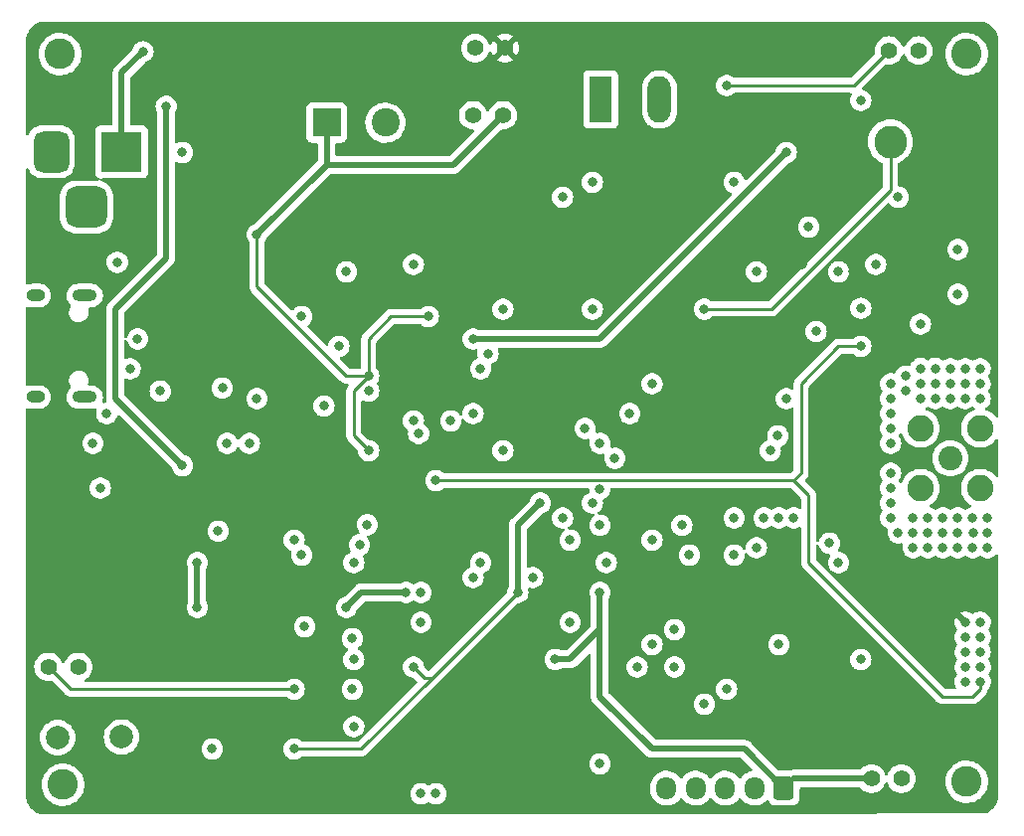
<source format=gbr>
%TF.GenerationSoftware,KiCad,Pcbnew,(6.0.0)*%
%TF.CreationDate,2022-01-26T17:49:50-05:00*%
%TF.ProjectId,aether,61657468-6572-42e6-9b69-6361645f7063,1*%
%TF.SameCoordinates,Original*%
%TF.FileFunction,Copper,L2,Inr*%
%TF.FilePolarity,Positive*%
%FSLAX46Y46*%
G04 Gerber Fmt 4.6, Leading zero omitted, Abs format (unit mm)*
G04 Created by KiCad (PCBNEW (6.0.0)) date 2022-01-26 17:49:50*
%MOMM*%
%LPD*%
G01*
G04 APERTURE LIST*
G04 Aperture macros list*
%AMRoundRect*
0 Rectangle with rounded corners*
0 $1 Rounding radius*
0 $2 $3 $4 $5 $6 $7 $8 $9 X,Y pos of 4 corners*
0 Add a 4 corners polygon primitive as box body*
4,1,4,$2,$3,$4,$5,$6,$7,$8,$9,$2,$3,0*
0 Add four circle primitives for the rounded corners*
1,1,$1+$1,$2,$3*
1,1,$1+$1,$4,$5*
1,1,$1+$1,$6,$7*
1,1,$1+$1,$8,$9*
0 Add four rect primitives between the rounded corners*
20,1,$1+$1,$2,$3,$4,$5,0*
20,1,$1+$1,$4,$5,$6,$7,0*
20,1,$1+$1,$6,$7,$8,$9,0*
20,1,$1+$1,$8,$9,$2,$3,0*%
G04 Aperture macros list end*
%TA.AperFunction,ComponentPad*%
%ADD10C,2.600000*%
%TD*%
%TA.AperFunction,ComponentPad*%
%ADD11C,1.400000*%
%TD*%
%TA.AperFunction,ComponentPad*%
%ADD12R,1.980000X3.960000*%
%TD*%
%TA.AperFunction,ComponentPad*%
%ADD13O,1.980000X3.960000*%
%TD*%
%TA.AperFunction,ComponentPad*%
%ADD14C,2.800000*%
%TD*%
%TA.AperFunction,ComponentPad*%
%ADD15RoundRect,0.250000X0.600000X0.725000X-0.600000X0.725000X-0.600000X-0.725000X0.600000X-0.725000X0*%
%TD*%
%TA.AperFunction,ComponentPad*%
%ADD16O,1.700000X1.950000*%
%TD*%
%TA.AperFunction,ComponentPad*%
%ADD17C,2.000000*%
%TD*%
%TA.AperFunction,ComponentPad*%
%ADD18R,2.400000X2.400000*%
%TD*%
%TA.AperFunction,ComponentPad*%
%ADD19C,2.400000*%
%TD*%
%TA.AperFunction,ComponentPad*%
%ADD20O,1.600000X1.000000*%
%TD*%
%TA.AperFunction,ComponentPad*%
%ADD21O,2.100000X1.000000*%
%TD*%
%TA.AperFunction,ComponentPad*%
%ADD22C,0.812800*%
%TD*%
%TA.AperFunction,ComponentPad*%
%ADD23R,3.500000X3.500000*%
%TD*%
%TA.AperFunction,ComponentPad*%
%ADD24RoundRect,0.750000X-0.750000X-1.000000X0.750000X-1.000000X0.750000X1.000000X-0.750000X1.000000X0*%
%TD*%
%TA.AperFunction,ComponentPad*%
%ADD25RoundRect,0.875000X-0.875000X-0.875000X0.875000X-0.875000X0.875000X0.875000X-0.875000X0.875000X0*%
%TD*%
%TA.AperFunction,ComponentPad*%
%ADD26C,2.050000*%
%TD*%
%TA.AperFunction,ComponentPad*%
%ADD27C,2.250000*%
%TD*%
%TA.AperFunction,ViaPad*%
%ADD28C,0.800000*%
%TD*%
%TA.AperFunction,Conductor*%
%ADD29C,0.250000*%
%TD*%
%TA.AperFunction,Conductor*%
%ADD30C,0.500000*%
%TD*%
G04 APERTURE END LIST*
D10*
%TO.N,GND*%
%TO.C,H2*%
X119380000Y-135128000D03*
%TD*%
D11*
%TO.N,USB5V*%
%TO.C,USB5V1*%
X118130000Y-125095000D03*
%TO.N,GND*%
X120670000Y-125095000D03*
%TD*%
D12*
%TO.N,Net-(10k1-Pad1)*%
%TO.C,10k1*%
X165179800Y-76758800D03*
D13*
%TO.N,GND*%
X170179800Y-76758800D03*
%TD*%
D11*
%TO.N,GND*%
%TO.C,DC_Input2*%
X154305000Y-78105000D03*
%TO.N,VCC*%
X156845000Y-78105000D03*
%TD*%
D14*
%TO.N,Net-(TP1-Pad1)*%
%TO.C,TP1*%
X189839600Y-80365600D03*
%TD*%
D15*
%TO.N,+5V*%
%TO.C,PMSensor1*%
X180768000Y-135428000D03*
D16*
%TO.N,PA15{slash}SDA*%
X178268000Y-135428000D03*
%TO.N,PB15{slash}SCL*%
X175768000Y-135428000D03*
%TO.N,GND*%
X173268000Y-135428000D03*
X170768000Y-135428000D03*
%TD*%
D11*
%TO.N,+5V*%
%TO.C,5V_Test1*%
X188234000Y-134620000D03*
%TO.N,GND*%
X190774000Y-134620000D03*
%TD*%
D17*
%TO.N,Net-(D+1-Pad1)*%
%TO.C,D+1*%
X124358400Y-131064000D03*
%TD*%
D10*
%TO.N,GND*%
%TO.C,H4*%
X119126000Y-72898000D03*
%TD*%
D17*
%TO.N,Net-(D-1-Pad1)*%
%TO.C,D-1*%
X118922800Y-131114800D03*
%TD*%
D18*
%TO.N,VCC*%
%TO.C,C1*%
X141829785Y-78740000D03*
D19*
%TO.N,GND*%
X146829785Y-78740000D03*
%TD*%
D11*
%TO.N,+3.3V*%
%TO.C,3.3V_Test1*%
X157022800Y-72390000D03*
%TO.N,GND*%
X154482800Y-72390000D03*
%TD*%
D10*
%TO.N,GND*%
%TO.C,H1*%
X196342000Y-134874000D03*
%TD*%
D11*
%TO.N,Battery*%
%TO.C,Li-Batt1*%
X189707200Y-72593200D03*
%TO.N,GND*%
X192247200Y-72593200D03*
%TD*%
D20*
%TO.N,GND*%
%TO.C,J1*%
X117035000Y-102110000D03*
D21*
X121215000Y-93470000D03*
D20*
X117035000Y-93470000D03*
D21*
X121215000Y-102110000D03*
%TD*%
D22*
%TO.N,+3.3V*%
%TO.C,J2*%
X196215000Y-121285000D03*
%TO.N,PA13{slash}SWDIO*%
X197485000Y-121285000D03*
%TO.N,GND*%
X196215000Y-122555000D03*
%TO.N,PA14{slash}SWCLK*%
X197485000Y-122555000D03*
%TO.N,GND*%
X196215000Y-123825000D03*
%TO.N,unconnected-(J2-Pad6)*%
X197475000Y-123825000D03*
%TO.N,unconnected-(J2-Pad7)*%
X196215000Y-125095000D03*
%TO.N,unconnected-(J2-Pad8)*%
X197485000Y-125095000D03*
%TO.N,GND*%
X196215000Y-126365000D03*
%TO.N,RST*%
X197485000Y-126365000D03*
%TD*%
D23*
%TO.N,Net-(D1-Pad2)*%
%TO.C,DC_Input1*%
X124374589Y-81220310D03*
D24*
%TO.N,/Power/GND_Break*%
X118374589Y-81220310D03*
D25*
%TO.N,GND*%
X121374589Y-85920310D03*
%TD*%
D26*
%TO.N,Net-(AE1-Pad1)*%
%TO.C,AE1*%
X194945000Y-107315000D03*
D27*
%TO.N,N/C*%
X197485000Y-104775000D03*
X192405000Y-104775000D03*
X197485000Y-109855000D03*
X192405000Y-109855000D03*
%TD*%
D10*
%TO.N,GND*%
%TO.C,H3*%
X196342000Y-72898000D03*
%TD*%
D28*
%TO.N,+3.3V*%
X181610000Y-116840000D03*
X182880000Y-125095000D03*
X189230000Y-124460000D03*
X186690000Y-91440000D03*
X173355000Y-91440000D03*
X163740500Y-93345000D03*
X170815000Y-130175000D03*
X175895000Y-116840000D03*
X182334500Y-90805000D03*
X168275000Y-99695000D03*
X186690000Y-121920000D03*
X170815000Y-88900000D03*
X179070000Y-125095000D03*
X156210000Y-86995000D03*
X163195000Y-130175000D03*
%TO.N,GND*%
X189865000Y-112395000D03*
X194310000Y-113665000D03*
X191135000Y-100330000D03*
X181610000Y-112395000D03*
X144018000Y-122682000D03*
X189865000Y-100965000D03*
X194945000Y-102235000D03*
X192405000Y-100965000D03*
X195580000Y-89535000D03*
X169545000Y-100965000D03*
X197485000Y-100965000D03*
X192405000Y-102235000D03*
X193040000Y-113665000D03*
X139954000Y-121666000D03*
X189865000Y-111125000D03*
X183515000Y-96520000D03*
X188595000Y-90805000D03*
X195580000Y-114935000D03*
X129540000Y-81280000D03*
X175895000Y-127000000D03*
X196850000Y-114935000D03*
X196215000Y-99695000D03*
X194310000Y-112395000D03*
X144018000Y-127000000D03*
X165091999Y-109944500D03*
X191135000Y-101600000D03*
X189865000Y-106045000D03*
X198120000Y-112395000D03*
X198120000Y-113665000D03*
X132588000Y-113538000D03*
X196904594Y-113670472D03*
X127660400Y-101600000D03*
X198120000Y-114935000D03*
X171450000Y-121920000D03*
X191770000Y-112395000D03*
X196215000Y-100965000D03*
X152400000Y-104140000D03*
X196850000Y-112395000D03*
X193040000Y-112395000D03*
X192402477Y-99680394D03*
X196215000Y-102235000D03*
X189865000Y-109855000D03*
X189865000Y-102235000D03*
X193669954Y-99680394D03*
X173990000Y-128270000D03*
X191770000Y-114935000D03*
X185420000Y-91440000D03*
X194945000Y-100965000D03*
X189865000Y-108585000D03*
X195580000Y-93345000D03*
X187325000Y-76835000D03*
X193040000Y-114935000D03*
X190500000Y-113665000D03*
X189865000Y-104775000D03*
X189865000Y-103505000D03*
X197485000Y-102235000D03*
X197485000Y-99695000D03*
X159385000Y-117475000D03*
X191770000Y-113665000D03*
X156845000Y-94615000D03*
X194306481Y-114927697D03*
X194945000Y-99695000D03*
X193671727Y-100942357D03*
X182880000Y-87630000D03*
X193675000Y-102235000D03*
X195580000Y-113665000D03*
X145288000Y-112979200D03*
X195580000Y-112395000D03*
%TO.N,PB4{slash}LED*%
X166370000Y-107315000D03*
X165100000Y-133350000D03*
%TO.N,+5V*%
X165100000Y-118745000D03*
X161290000Y-124460000D03*
%TO.N,Net-(10k1-Pad1)*%
X143510000Y-91440000D03*
X164465000Y-83820000D03*
%TO.N,Battery*%
X155575000Y-98425000D03*
X149225000Y-125095000D03*
X158115000Y-118745000D03*
X180975000Y-81280000D03*
X139065000Y-132080000D03*
X160020000Y-111125000D03*
X154305000Y-97155000D03*
X175895000Y-75565000D03*
%TO.N,PA15{slash}SDA*%
X178435000Y-91440000D03*
X168275000Y-125095000D03*
X165100000Y-106045000D03*
X184654610Y-114559912D03*
X180340000Y-123190000D03*
X179615500Y-106680000D03*
%TO.N,PB15{slash}SCL*%
X176530000Y-83820000D03*
X163830000Y-104775000D03*
X185420000Y-116205000D03*
X171450000Y-125095000D03*
X187325000Y-124460000D03*
X180250500Y-105410000D03*
%TO.N,USB5V*%
X139065000Y-127000000D03*
X143510000Y-120015000D03*
X148590000Y-118745000D03*
%TO.N,/Power/VDD*%
X144145000Y-130175000D03*
X144145000Y-124460000D03*
%TO.N,RST*%
X190500000Y-85090000D03*
X187325000Y-97790000D03*
X151130000Y-109220000D03*
%TO.N,Net-(C10-Pad1)*%
X164465000Y-94615000D03*
X161925000Y-85090000D03*
%TO.N,Charge{slash}LBO *%
X149665201Y-105215201D03*
X133350000Y-106045000D03*
X180340000Y-112395000D03*
%TO.N,Net-(D+1-Pad1)*%
X125095000Y-99695000D03*
%TO.N,Net-(D-1-Pad1)*%
X135890000Y-102235000D03*
X132943600Y-101346000D03*
X125730000Y-97155000D03*
%TO.N,Net-(D1-Pad2)*%
X126187200Y-72694800D03*
%TO.N,/Power/GND_Break*%
X123100500Y-103505000D03*
X124002800Y-90627200D03*
%TO.N,Charge Done*%
X187325000Y-94538800D03*
X135255000Y-106045000D03*
X149225000Y-104140000D03*
%TO.N,Net-(Done1-Pad2)*%
X121920000Y-106045000D03*
X122555000Y-109855000D03*
%TO.N,Net-(FL1-Pad2)*%
X144629861Y-114695541D03*
X139065000Y-114300000D03*
%TO.N,Net-(FL1-Pad4)*%
X144145000Y-116205000D03*
X139700000Y-115570000D03*
%TO.N,PA13{slash}SWDIO*%
X180975000Y-102235000D03*
%TO.N,PA14{slash}SWCLK*%
X167640000Y-103505000D03*
%TO.N,Power On*%
X141605000Y-102870000D03*
X192405000Y-95885000D03*
%TO.N,Boost SHDN{slash}PC1*%
X179070000Y-112395000D03*
X162560000Y-114300000D03*
X162560000Y-121285000D03*
X169545000Y-114300000D03*
%TO.N,PB5{slash}ZMOD_INT*%
X178435000Y-114935000D03*
X169545000Y-123190000D03*
%TO.N,PB6{slash}TX*%
X164465000Y-111125000D03*
X176530000Y-112395000D03*
X161925000Y-112395000D03*
X172085000Y-113030000D03*
%TO.N,PB7{slash}RX*%
X176530000Y-115570000D03*
X172720000Y-115570000D03*
X165100000Y-113030000D03*
X156845000Y-106680000D03*
%TO.N,Net-(L1-Pad2)*%
X132080000Y-132080000D03*
X165645500Y-116205000D03*
%TO.N,Net-(R7-Pad1)*%
X149860000Y-118745000D03*
X149860000Y-121285000D03*
%TO.N,Net-(R10-Pad2)*%
X142875000Y-97790000D03*
X154940000Y-99695000D03*
%TO.N,Net-(R11-Pad2)*%
X154305000Y-103505000D03*
X149225000Y-90805000D03*
%TO.N,/Power/THERM*%
X145415000Y-101600000D03*
X139700000Y-95250000D03*
%TO.N,Net-(TP1-Pad1)*%
X173990000Y-94615000D03*
%TO.N,Net-(RX1-Pad1)*%
X149860000Y-135890000D03*
X154305000Y-117475000D03*
%TO.N,Net-(TX1-Pad1)*%
X151130000Y-135890000D03*
X154940000Y-116205000D03*
%TO.N,VCC*%
X145415000Y-100330000D03*
X150495000Y-95250000D03*
X128168400Y-77343000D03*
X129540000Y-107950000D03*
X130810000Y-116205000D03*
X145415000Y-106680000D03*
X135890000Y-88265000D03*
X130810000Y-120015000D03*
%TD*%
D29*
%TO.N,+3.3V*%
X163740500Y-90080500D02*
X163740500Y-93345000D01*
X156210000Y-86995000D02*
X160655000Y-86995000D01*
X160655000Y-86995000D02*
X163740500Y-90080500D01*
D30*
%TO.N,+5V*%
X169545000Y-132080000D02*
X165100000Y-127635000D01*
X181576000Y-134620000D02*
X188234000Y-134620000D01*
D29*
X180768000Y-135428000D02*
X181576000Y-134620000D01*
D30*
X177420000Y-132080000D02*
X169545000Y-132080000D01*
X162560000Y-124460000D02*
X161290000Y-124460000D01*
X165100000Y-118745000D02*
X165100000Y-121920000D01*
X165100000Y-127635000D02*
X165100000Y-121920000D01*
X165100000Y-121920000D02*
X162560000Y-124460000D01*
X180768000Y-135428000D02*
X177420000Y-132080000D01*
D29*
%TO.N,Battery*%
X149225000Y-125095000D02*
X150177500Y-126047500D01*
X189707200Y-72593200D02*
X186735400Y-75565000D01*
X150812500Y-126047500D02*
X158115000Y-118745000D01*
X150177500Y-126047500D02*
X150812500Y-126047500D01*
D30*
X158115000Y-113030000D02*
X160020000Y-111125000D01*
X165100000Y-97155000D02*
X154305000Y-97155000D01*
D29*
X186735400Y-75565000D02*
X175895000Y-75565000D01*
D30*
X180975000Y-81280000D02*
X165100000Y-97155000D01*
D29*
X144780000Y-132080000D02*
X150812500Y-126047500D01*
X139065000Y-132080000D02*
X144780000Y-132080000D01*
D30*
X158115000Y-118745000D02*
X158115000Y-113030000D01*
D29*
%TO.N,USB5V*%
X120035000Y-127000000D02*
X139065000Y-127000000D01*
X118130000Y-125095000D02*
X120035000Y-127000000D01*
D30*
X144780000Y-118745000D02*
X148590000Y-118745000D01*
X143510000Y-120015000D02*
X144780000Y-118745000D01*
D29*
%TO.N,RST*%
X181610000Y-109220000D02*
X182245000Y-108585000D01*
X181610000Y-109220000D02*
X182880000Y-110490000D01*
X185420000Y-97790000D02*
X187325000Y-97790000D01*
X182245000Y-100965000D02*
X185420000Y-97790000D01*
X182880000Y-110490000D02*
X182880000Y-116205000D01*
X194310000Y-127635000D02*
X196850000Y-127635000D01*
X196850000Y-127635000D02*
X197485000Y-127000000D01*
X197485000Y-127000000D02*
X197485000Y-126365000D01*
X182245000Y-108585000D02*
X182245000Y-100965000D01*
X182880000Y-116205000D02*
X194310000Y-127635000D01*
X151130000Y-109220000D02*
X181610000Y-109220000D01*
D30*
%TO.N,Net-(D1-Pad2)*%
X124374589Y-74507411D02*
X126187200Y-72694800D01*
X124374589Y-81220310D02*
X124374589Y-74507411D01*
D29*
%TO.N,Net-(TP1-Pad1)*%
X189839600Y-80365600D02*
X189839600Y-84480400D01*
X189839600Y-84480400D02*
X179705000Y-94615000D01*
X179705000Y-94615000D02*
X173990000Y-94615000D01*
%TO.N,VCC*%
X143510000Y-100330000D02*
X145415000Y-100330000D01*
D30*
X156845000Y-78105000D02*
X152624785Y-82325215D01*
X152624785Y-82325215D02*
X141829785Y-82325215D01*
X123825000Y-94615000D02*
X128168400Y-90271600D01*
D29*
X144145000Y-101600000D02*
X144145000Y-105410000D01*
D30*
X123825000Y-102235000D02*
X123825000Y-94615000D01*
D29*
X145415000Y-97155000D02*
X145415000Y-100330000D01*
D30*
X141829785Y-82325215D02*
X141829785Y-78740000D01*
D29*
X147320000Y-95250000D02*
X145415000Y-97155000D01*
D30*
X130810000Y-116205000D02*
X130810000Y-120015000D01*
D29*
X144145000Y-105410000D02*
X145415000Y-106680000D01*
D30*
X135890000Y-88265000D02*
X141829785Y-82325215D01*
X128168400Y-90271600D02*
X128168400Y-77343000D01*
D29*
X145415000Y-100330000D02*
X144145000Y-101600000D01*
X150495000Y-95250000D02*
X147320000Y-95250000D01*
D30*
X129540000Y-107950000D02*
X123825000Y-102235000D01*
D29*
X135890000Y-92710000D02*
X143510000Y-100330000D01*
X135890000Y-88265000D02*
X135890000Y-92710000D01*
%TD*%
%TA.AperFunction,Conductor*%
%TO.N,+3.3V*%
G36*
X197589403Y-70115322D02*
G01*
X197598731Y-70117213D01*
X197764879Y-70150897D01*
X197780686Y-70155188D01*
X197878469Y-70188693D01*
X197976257Y-70222199D01*
X197991365Y-70228500D01*
X198086704Y-70275759D01*
X198176591Y-70320315D01*
X198190761Y-70328527D01*
X198362513Y-70443591D01*
X198375501Y-70453574D01*
X198530873Y-70589946D01*
X198542453Y-70601526D01*
X198678825Y-70756898D01*
X198688808Y-70769886D01*
X198803872Y-70941638D01*
X198812084Y-70955808D01*
X198900307Y-71133787D01*
X198903897Y-71141030D01*
X198910200Y-71156142D01*
X198931584Y-71218551D01*
X198977211Y-71351713D01*
X198981502Y-71367520D01*
X198991579Y-71417226D01*
X199012588Y-71520851D01*
X199015895Y-71537165D01*
X199018001Y-71560434D01*
X199018402Y-71563681D01*
X199018227Y-71572658D01*
X199019318Y-71576678D01*
X199019585Y-71581018D01*
X199017777Y-103548866D01*
X199017768Y-103712897D01*
X198997762Y-103781017D01*
X198944104Y-103827507D01*
X198873829Y-103837606D01*
X198809250Y-103808110D01*
X198795957Y-103794720D01*
X198646844Y-103620131D01*
X198643631Y-103616369D01*
X198448116Y-103449384D01*
X198228887Y-103315040D01*
X198224317Y-103313147D01*
X198224313Y-103313145D01*
X198119750Y-103269834D01*
X198000601Y-103220481D01*
X197945321Y-103175934D01*
X197922900Y-103108571D01*
X197940458Y-103039779D01*
X197974759Y-103002137D01*
X198021667Y-102968056D01*
X198096253Y-102913866D01*
X198178079Y-102822989D01*
X198219621Y-102776852D01*
X198219625Y-102776847D01*
X198224040Y-102771944D01*
X198303201Y-102634834D01*
X198316223Y-102612279D01*
X198316224Y-102612277D01*
X198319527Y-102606556D01*
X198378542Y-102424928D01*
X198379317Y-102417560D01*
X198397814Y-102241565D01*
X198398504Y-102235000D01*
X198397814Y-102228435D01*
X198379232Y-102051635D01*
X198379232Y-102051633D01*
X198378542Y-102045072D01*
X198319527Y-101863444D01*
X198224040Y-101698056D01*
X198211662Y-101684309D01*
X198180946Y-101620303D01*
X198189710Y-101549850D01*
X198211661Y-101515693D01*
X198224040Y-101501944D01*
X198282335Y-101400975D01*
X198316223Y-101342279D01*
X198316224Y-101342278D01*
X198319527Y-101336556D01*
X198378542Y-101154928D01*
X198384158Y-101101500D01*
X198397814Y-100971565D01*
X198398504Y-100965000D01*
X198390093Y-100884970D01*
X198379232Y-100781635D01*
X198379232Y-100781633D01*
X198378542Y-100775072D01*
X198319527Y-100593444D01*
X198296042Y-100552766D01*
X198249988Y-100473000D01*
X198224040Y-100428056D01*
X198211662Y-100414309D01*
X198180946Y-100350303D01*
X198189710Y-100279850D01*
X198211661Y-100245693D01*
X198224040Y-100231944D01*
X198319527Y-100066556D01*
X198378542Y-99884928D01*
X198381120Y-99860406D01*
X198397814Y-99701565D01*
X198398504Y-99695000D01*
X198385419Y-99570500D01*
X198379232Y-99511635D01*
X198379232Y-99511633D01*
X198378542Y-99505072D01*
X198319527Y-99323444D01*
X198224040Y-99158056D01*
X198178744Y-99107749D01*
X198100675Y-99021045D01*
X198100674Y-99021044D01*
X198096253Y-99016134D01*
X197941752Y-98903882D01*
X197935724Y-98901198D01*
X197935722Y-98901197D01*
X197773319Y-98828891D01*
X197773318Y-98828891D01*
X197767288Y-98826206D01*
X197654721Y-98802279D01*
X197586944Y-98787872D01*
X197586939Y-98787872D01*
X197580487Y-98786500D01*
X197389513Y-98786500D01*
X197383061Y-98787872D01*
X197383056Y-98787872D01*
X197315279Y-98802279D01*
X197202712Y-98826206D01*
X197196682Y-98828891D01*
X197196681Y-98828891D01*
X197034278Y-98901197D01*
X197034276Y-98901198D01*
X197028248Y-98903882D01*
X196924060Y-98979579D01*
X196857194Y-99003437D01*
X196788042Y-98987357D01*
X196775944Y-98979582D01*
X196671752Y-98903882D01*
X196665724Y-98901198D01*
X196665722Y-98901197D01*
X196503319Y-98828891D01*
X196503318Y-98828891D01*
X196497288Y-98826206D01*
X196384721Y-98802279D01*
X196316944Y-98787872D01*
X196316939Y-98787872D01*
X196310487Y-98786500D01*
X196119513Y-98786500D01*
X196113061Y-98787872D01*
X196113056Y-98787872D01*
X196045279Y-98802279D01*
X195932712Y-98826206D01*
X195926682Y-98828891D01*
X195926681Y-98828891D01*
X195764278Y-98901197D01*
X195764276Y-98901198D01*
X195758248Y-98903882D01*
X195654060Y-98979579D01*
X195587194Y-99003437D01*
X195518042Y-98987357D01*
X195505944Y-98979582D01*
X195401752Y-98903882D01*
X195395724Y-98901198D01*
X195395722Y-98901197D01*
X195233319Y-98828891D01*
X195233318Y-98828891D01*
X195227288Y-98826206D01*
X195114721Y-98802279D01*
X195046944Y-98787872D01*
X195046939Y-98787872D01*
X195040487Y-98786500D01*
X194849513Y-98786500D01*
X194843061Y-98787872D01*
X194843056Y-98787872D01*
X194775279Y-98802279D01*
X194662712Y-98826206D01*
X194656682Y-98828891D01*
X194656681Y-98828891D01*
X194494278Y-98901197D01*
X194494276Y-98901198D01*
X194488248Y-98903882D01*
X194391587Y-98974110D01*
X194324723Y-98997967D01*
X194255571Y-98981887D01*
X194243468Y-98974109D01*
X194226725Y-98961944D01*
X194152147Y-98907760D01*
X194132048Y-98893157D01*
X194132047Y-98893156D01*
X194126706Y-98889276D01*
X194120678Y-98886592D01*
X194120676Y-98886591D01*
X193958273Y-98814285D01*
X193958272Y-98814285D01*
X193952242Y-98811600D01*
X193851898Y-98790271D01*
X193771898Y-98773266D01*
X193771893Y-98773266D01*
X193765441Y-98771894D01*
X193574467Y-98771894D01*
X193568015Y-98773266D01*
X193568010Y-98773266D01*
X193488010Y-98790271D01*
X193387666Y-98811600D01*
X193381636Y-98814285D01*
X193381635Y-98814285D01*
X193219232Y-98886591D01*
X193219230Y-98886592D01*
X193213202Y-98889276D01*
X193207861Y-98893156D01*
X193207860Y-98893157D01*
X193187761Y-98907760D01*
X193113184Y-98961944D01*
X193110277Y-98964056D01*
X193043410Y-98987914D01*
X192974258Y-98971834D01*
X192962155Y-98964056D01*
X192864571Y-98893157D01*
X192864570Y-98893156D01*
X192859229Y-98889276D01*
X192853201Y-98886592D01*
X192853199Y-98886591D01*
X192690796Y-98814285D01*
X192690795Y-98814285D01*
X192684765Y-98811600D01*
X192584421Y-98790271D01*
X192504421Y-98773266D01*
X192504416Y-98773266D01*
X192497964Y-98771894D01*
X192306990Y-98771894D01*
X192300538Y-98773266D01*
X192300533Y-98773266D01*
X192220533Y-98790271D01*
X192120189Y-98811600D01*
X192114159Y-98814285D01*
X192114158Y-98814285D01*
X191951755Y-98886591D01*
X191951753Y-98886592D01*
X191945725Y-98889276D01*
X191940384Y-98893156D01*
X191940383Y-98893157D01*
X191920284Y-98907760D01*
X191791224Y-99001528D01*
X191786803Y-99006438D01*
X191786802Y-99006439D01*
X191699079Y-99103866D01*
X191663437Y-99143450D01*
X191567950Y-99308838D01*
X191565909Y-99315120D01*
X191546966Y-99373420D01*
X191506892Y-99432025D01*
X191441495Y-99459662D01*
X191400936Y-99457730D01*
X191236944Y-99422872D01*
X191236939Y-99422872D01*
X191230487Y-99421500D01*
X191039513Y-99421500D01*
X191033061Y-99422872D01*
X191033056Y-99422872D01*
X190946113Y-99441353D01*
X190852712Y-99461206D01*
X190846682Y-99463891D01*
X190846681Y-99463891D01*
X190684278Y-99536197D01*
X190684276Y-99536198D01*
X190678248Y-99538882D01*
X190523747Y-99651134D01*
X190395960Y-99793056D01*
X190300473Y-99958444D01*
X190298433Y-99964724D01*
X190298432Y-99964725D01*
X190283765Y-100009865D01*
X190243691Y-100068470D01*
X190178294Y-100096107D01*
X190137735Y-100094175D01*
X189966944Y-100057872D01*
X189966939Y-100057872D01*
X189960487Y-100056500D01*
X189769513Y-100056500D01*
X189763061Y-100057872D01*
X189763056Y-100057872D01*
X189676112Y-100076353D01*
X189582712Y-100096206D01*
X189576682Y-100098891D01*
X189576681Y-100098891D01*
X189414278Y-100171197D01*
X189414276Y-100171198D01*
X189408248Y-100173882D01*
X189253747Y-100286134D01*
X189249326Y-100291044D01*
X189249325Y-100291045D01*
X189171257Y-100377749D01*
X189125960Y-100428056D01*
X189100012Y-100473000D01*
X189053959Y-100552766D01*
X189030473Y-100593444D01*
X188971458Y-100775072D01*
X188970768Y-100781633D01*
X188970768Y-100781635D01*
X188959907Y-100884970D01*
X188951496Y-100965000D01*
X188952186Y-100971565D01*
X188965843Y-101101500D01*
X188971458Y-101154928D01*
X189030473Y-101336556D01*
X189033776Y-101342278D01*
X189033777Y-101342279D01*
X189067665Y-101400975D01*
X189125960Y-101501944D01*
X189138338Y-101515691D01*
X189169054Y-101579697D01*
X189160290Y-101650150D01*
X189138339Y-101684307D01*
X189125960Y-101698056D01*
X189030473Y-101863444D01*
X188971458Y-102045072D01*
X188970768Y-102051633D01*
X188970768Y-102051635D01*
X188952186Y-102228435D01*
X188951496Y-102235000D01*
X188952186Y-102241565D01*
X188970684Y-102417560D01*
X188971458Y-102424928D01*
X189030473Y-102606556D01*
X189033776Y-102612277D01*
X189033777Y-102612279D01*
X189046799Y-102634834D01*
X189125960Y-102771944D01*
X189138338Y-102785691D01*
X189169054Y-102849697D01*
X189160290Y-102920150D01*
X189138339Y-102954307D01*
X189125960Y-102968056D01*
X189030473Y-103133444D01*
X188971458Y-103315072D01*
X188970768Y-103321633D01*
X188970768Y-103321635D01*
X188962403Y-103401226D01*
X188951496Y-103505000D01*
X188952186Y-103511565D01*
X188970565Y-103686427D01*
X188971458Y-103694928D01*
X189030473Y-103876556D01*
X189125960Y-104041944D01*
X189138338Y-104055691D01*
X189169054Y-104119697D01*
X189160290Y-104190150D01*
X189138339Y-104224307D01*
X189125960Y-104238056D01*
X189030473Y-104403444D01*
X188971458Y-104585072D01*
X188970768Y-104591633D01*
X188970768Y-104591635D01*
X188962403Y-104671226D01*
X188951496Y-104775000D01*
X188952186Y-104781565D01*
X188970355Y-104954430D01*
X188971458Y-104964928D01*
X189030473Y-105146556D01*
X189125960Y-105311944D01*
X189138338Y-105325691D01*
X189169054Y-105389697D01*
X189160290Y-105460150D01*
X189138339Y-105494307D01*
X189125960Y-105508056D01*
X189030473Y-105673444D01*
X188971458Y-105855072D01*
X188970768Y-105861633D01*
X188970768Y-105861635D01*
X188962403Y-105941226D01*
X188951496Y-106045000D01*
X188952186Y-106051565D01*
X188967497Y-106197237D01*
X188971458Y-106234928D01*
X189030473Y-106416556D01*
X189125960Y-106581944D01*
X189130378Y-106586851D01*
X189130379Y-106586852D01*
X189174753Y-106636134D01*
X189253747Y-106723866D01*
X189408248Y-106836118D01*
X189414276Y-106838802D01*
X189414278Y-106838803D01*
X189576681Y-106911109D01*
X189582712Y-106913794D01*
X189676113Y-106933647D01*
X189763056Y-106952128D01*
X189763061Y-106952128D01*
X189769513Y-106953500D01*
X189960487Y-106953500D01*
X189966939Y-106952128D01*
X189966944Y-106952128D01*
X190053888Y-106933647D01*
X190147288Y-106913794D01*
X190153319Y-106911109D01*
X190315722Y-106838803D01*
X190315724Y-106838802D01*
X190321752Y-106836118D01*
X190476253Y-106723866D01*
X190555247Y-106636134D01*
X190599621Y-106586852D01*
X190599622Y-106586851D01*
X190604040Y-106581944D01*
X190699527Y-106416556D01*
X190758542Y-106234928D01*
X190762504Y-106197237D01*
X190777814Y-106051565D01*
X190778504Y-106045000D01*
X190767597Y-105941226D01*
X190759232Y-105861635D01*
X190759232Y-105861633D01*
X190758542Y-105855072D01*
X190699527Y-105673444D01*
X190604040Y-105508056D01*
X190591662Y-105494309D01*
X190560946Y-105430303D01*
X190569710Y-105359850D01*
X190591661Y-105325693D01*
X190604040Y-105311944D01*
X190624931Y-105275760D01*
X190676313Y-105226768D01*
X190746027Y-105213333D01*
X190811938Y-105239720D01*
X190850457Y-105290542D01*
X190881768Y-105366134D01*
X190940554Y-105508056D01*
X190945040Y-105518887D01*
X191079384Y-105738116D01*
X191246369Y-105933631D01*
X191441884Y-106100616D01*
X191661113Y-106234960D01*
X191665683Y-106236853D01*
X191665687Y-106236855D01*
X191894087Y-106331461D01*
X191898660Y-106333355D01*
X191974914Y-106351662D01*
X192143861Y-106392223D01*
X192143867Y-106392224D01*
X192148674Y-106393378D01*
X192405000Y-106413551D01*
X192661326Y-106393378D01*
X192666133Y-106392224D01*
X192666139Y-106392223D01*
X192835086Y-106351662D01*
X192911340Y-106333355D01*
X192915913Y-106331461D01*
X193144313Y-106236855D01*
X193144317Y-106236853D01*
X193148887Y-106234960D01*
X193368116Y-106100616D01*
X193563631Y-105933631D01*
X193730616Y-105738116D01*
X193864960Y-105518887D01*
X193869447Y-105508056D01*
X193961461Y-105285913D01*
X193961462Y-105285911D01*
X193963355Y-105281340D01*
X194019255Y-105048500D01*
X194022223Y-105036139D01*
X194022224Y-105036133D01*
X194023378Y-105031326D01*
X194043551Y-104775000D01*
X194023378Y-104518674D01*
X194021670Y-104511556D01*
X193976487Y-104323358D01*
X193963355Y-104268660D01*
X193953046Y-104243771D01*
X193866855Y-104035687D01*
X193866853Y-104035683D01*
X193864960Y-104031113D01*
X193730616Y-103811884D01*
X193563631Y-103616369D01*
X193368116Y-103449384D01*
X193148887Y-103315040D01*
X193144317Y-103313147D01*
X193144313Y-103313145D01*
X193039750Y-103269834D01*
X192920601Y-103220481D01*
X192865321Y-103175934D01*
X192842900Y-103108571D01*
X192860458Y-103039779D01*
X192894756Y-103002139D01*
X192965941Y-102950420D01*
X193032806Y-102926563D01*
X193101958Y-102942643D01*
X193114056Y-102950418D01*
X193218248Y-103026118D01*
X193224276Y-103028802D01*
X193224278Y-103028803D01*
X193382782Y-103099373D01*
X193392712Y-103103794D01*
X193486113Y-103123647D01*
X193573056Y-103142128D01*
X193573061Y-103142128D01*
X193579513Y-103143500D01*
X193770487Y-103143500D01*
X193776939Y-103142128D01*
X193776944Y-103142128D01*
X193863888Y-103123647D01*
X193957288Y-103103794D01*
X193967218Y-103099373D01*
X194125722Y-103028803D01*
X194125724Y-103028802D01*
X194131752Y-103026118D01*
X194235940Y-102950421D01*
X194302806Y-102926563D01*
X194371958Y-102942643D01*
X194384056Y-102950418D01*
X194488248Y-103026118D01*
X194494276Y-103028802D01*
X194494278Y-103028803D01*
X194652782Y-103099373D01*
X194662712Y-103103794D01*
X194756113Y-103123647D01*
X194843056Y-103142128D01*
X194843061Y-103142128D01*
X194849513Y-103143500D01*
X195040487Y-103143500D01*
X195046939Y-103142128D01*
X195046944Y-103142128D01*
X195133888Y-103123647D01*
X195227288Y-103103794D01*
X195237218Y-103099373D01*
X195395722Y-103028803D01*
X195395724Y-103028802D01*
X195401752Y-103026118D01*
X195505940Y-102950421D01*
X195572806Y-102926563D01*
X195641958Y-102942643D01*
X195654056Y-102950418D01*
X195758248Y-103026118D01*
X195764276Y-103028802D01*
X195764278Y-103028803D01*
X195922782Y-103099373D01*
X195932712Y-103103794D01*
X196026113Y-103123647D01*
X196113056Y-103142128D01*
X196113061Y-103142128D01*
X196119513Y-103143500D01*
X196310487Y-103143500D01*
X196316939Y-103142128D01*
X196316944Y-103142128D01*
X196403888Y-103123647D01*
X196497288Y-103103794D01*
X196507218Y-103099373D01*
X196665722Y-103028803D01*
X196665724Y-103028802D01*
X196671752Y-103026118D01*
X196775940Y-102950421D01*
X196842806Y-102926563D01*
X196911958Y-102942643D01*
X196924048Y-102950412D01*
X196995243Y-103002138D01*
X197038595Y-103058360D01*
X197044670Y-103129096D01*
X197011538Y-103191888D01*
X196969400Y-103220481D01*
X196850250Y-103269834D01*
X196745687Y-103313145D01*
X196745683Y-103313147D01*
X196741113Y-103315040D01*
X196521884Y-103449384D01*
X196326369Y-103616369D01*
X196159384Y-103811884D01*
X196025040Y-104031113D01*
X196023147Y-104035683D01*
X196023145Y-104035687D01*
X195936954Y-104243771D01*
X195926645Y-104268660D01*
X195913513Y-104323358D01*
X195868331Y-104511556D01*
X195866622Y-104518674D01*
X195846449Y-104775000D01*
X195866622Y-105031326D01*
X195867776Y-105036133D01*
X195867777Y-105036139D01*
X195870745Y-105048500D01*
X195926645Y-105281340D01*
X195928538Y-105285911D01*
X195928539Y-105285913D01*
X196020554Y-105508056D01*
X196025040Y-105518887D01*
X196159384Y-105738116D01*
X196326369Y-105933631D01*
X196521884Y-106100616D01*
X196741113Y-106234960D01*
X196745683Y-106236853D01*
X196745687Y-106236855D01*
X196974087Y-106331461D01*
X196978660Y-106333355D01*
X197054914Y-106351662D01*
X197223861Y-106392223D01*
X197223867Y-106392224D01*
X197228674Y-106393378D01*
X197485000Y-106413551D01*
X197741326Y-106393378D01*
X197746133Y-106392224D01*
X197746139Y-106392223D01*
X197915086Y-106351662D01*
X197991340Y-106333355D01*
X197995913Y-106331461D01*
X198224313Y-106236855D01*
X198224317Y-106236853D01*
X198228887Y-106234960D01*
X198448116Y-106100616D01*
X198643631Y-105933631D01*
X198795836Y-105755421D01*
X198855286Y-105716612D01*
X198926281Y-105716104D01*
X198986280Y-105754061D01*
X199016233Y-105818429D01*
X199017647Y-105837258D01*
X199017637Y-106009004D01*
X199017490Y-108623955D01*
X199017480Y-108792560D01*
X198997474Y-108860680D01*
X198943816Y-108907170D01*
X198873541Y-108917269D01*
X198808962Y-108887773D01*
X198795669Y-108874383D01*
X198646844Y-108700131D01*
X198643631Y-108696369D01*
X198448116Y-108529384D01*
X198228887Y-108395040D01*
X198224317Y-108393147D01*
X198224313Y-108393145D01*
X197995913Y-108298539D01*
X197995911Y-108298538D01*
X197991340Y-108296645D01*
X197904498Y-108275796D01*
X197746139Y-108237777D01*
X197746133Y-108237776D01*
X197741326Y-108236622D01*
X197485000Y-108216449D01*
X197228674Y-108236622D01*
X197223867Y-108237776D01*
X197223861Y-108237777D01*
X197065502Y-108275796D01*
X196978660Y-108296645D01*
X196974089Y-108298538D01*
X196974087Y-108298539D01*
X196745687Y-108393145D01*
X196745683Y-108393147D01*
X196741113Y-108395040D01*
X196521884Y-108529384D01*
X196326369Y-108696369D01*
X196159384Y-108891884D01*
X196025040Y-109111113D01*
X196023147Y-109115683D01*
X196023145Y-109115687D01*
X195936954Y-109323771D01*
X195926645Y-109348660D01*
X195913512Y-109403365D01*
X195868331Y-109591556D01*
X195866622Y-109598674D01*
X195846449Y-109855000D01*
X195866622Y-110111326D01*
X195867776Y-110116133D01*
X195867777Y-110116139D01*
X195892777Y-110220271D01*
X195926645Y-110361340D01*
X195928538Y-110365911D01*
X195928539Y-110365913D01*
X196020554Y-110588056D01*
X196025040Y-110598887D01*
X196159384Y-110818116D01*
X196326369Y-111013631D01*
X196521884Y-111180616D01*
X196526099Y-111183199D01*
X196526110Y-111183207D01*
X196683118Y-111279422D01*
X196730749Y-111332069D01*
X196742356Y-111402111D01*
X196714253Y-111467308D01*
X196655362Y-111506962D01*
X196643481Y-111510101D01*
X196567712Y-111526206D01*
X196561682Y-111528891D01*
X196561681Y-111528891D01*
X196399278Y-111601197D01*
X196399276Y-111601198D01*
X196393248Y-111603882D01*
X196387907Y-111607762D01*
X196387906Y-111607763D01*
X196354773Y-111631836D01*
X196289060Y-111679579D01*
X196222194Y-111703437D01*
X196153042Y-111687357D01*
X196140944Y-111679582D01*
X196075227Y-111631836D01*
X196042094Y-111607763D01*
X196042093Y-111607762D01*
X196036752Y-111603882D01*
X196030724Y-111601198D01*
X196030722Y-111601197D01*
X195868319Y-111528891D01*
X195868318Y-111528891D01*
X195862288Y-111526206D01*
X195749721Y-111502279D01*
X195681944Y-111487872D01*
X195681939Y-111487872D01*
X195675487Y-111486500D01*
X195484513Y-111486500D01*
X195478061Y-111487872D01*
X195478056Y-111487872D01*
X195410279Y-111502279D01*
X195297712Y-111526206D01*
X195291682Y-111528891D01*
X195291681Y-111528891D01*
X195129278Y-111601197D01*
X195129276Y-111601198D01*
X195123248Y-111603882D01*
X195117907Y-111607762D01*
X195117906Y-111607763D01*
X195084773Y-111631836D01*
X195019060Y-111679579D01*
X194952194Y-111703437D01*
X194883042Y-111687357D01*
X194870944Y-111679582D01*
X194805227Y-111631836D01*
X194772094Y-111607763D01*
X194772093Y-111607762D01*
X194766752Y-111603882D01*
X194760724Y-111601198D01*
X194760722Y-111601197D01*
X194598319Y-111528891D01*
X194598318Y-111528891D01*
X194592288Y-111526206D01*
X194479721Y-111502279D01*
X194411944Y-111487872D01*
X194411939Y-111487872D01*
X194405487Y-111486500D01*
X194214513Y-111486500D01*
X194208061Y-111487872D01*
X194208056Y-111487872D01*
X194140279Y-111502279D01*
X194027712Y-111526206D01*
X194021682Y-111528891D01*
X194021681Y-111528891D01*
X193859278Y-111601197D01*
X193859276Y-111601198D01*
X193853248Y-111603882D01*
X193847907Y-111607762D01*
X193847906Y-111607763D01*
X193814773Y-111631836D01*
X193749060Y-111679579D01*
X193682194Y-111703437D01*
X193613042Y-111687357D01*
X193600944Y-111679582D01*
X193535227Y-111631836D01*
X193502094Y-111607763D01*
X193502093Y-111607762D01*
X193496752Y-111603882D01*
X193490724Y-111601198D01*
X193490722Y-111601197D01*
X193328319Y-111528891D01*
X193328318Y-111528891D01*
X193322288Y-111526206D01*
X193246520Y-111510101D01*
X193184047Y-111476373D01*
X193149725Y-111414223D01*
X193154453Y-111343384D01*
X193196729Y-111286346D01*
X193206882Y-111279422D01*
X193363890Y-111183207D01*
X193363901Y-111183199D01*
X193368116Y-111180616D01*
X193563631Y-111013631D01*
X193730616Y-110818116D01*
X193864960Y-110598887D01*
X193869447Y-110588056D01*
X193961461Y-110365913D01*
X193961462Y-110365911D01*
X193963355Y-110361340D01*
X193997223Y-110220271D01*
X194022223Y-110116139D01*
X194022224Y-110116133D01*
X194023378Y-110111326D01*
X194043551Y-109855000D01*
X194023378Y-109598674D01*
X194021670Y-109591556D01*
X193976488Y-109403365D01*
X193963355Y-109348660D01*
X193953046Y-109323771D01*
X193866855Y-109115687D01*
X193866853Y-109115683D01*
X193864960Y-109111113D01*
X193730616Y-108891884D01*
X193563631Y-108696369D01*
X193368116Y-108529384D01*
X193148887Y-108395040D01*
X193144317Y-108393147D01*
X193144313Y-108393145D01*
X192915913Y-108298539D01*
X192915911Y-108298538D01*
X192911340Y-108296645D01*
X192824498Y-108275796D01*
X192666139Y-108237777D01*
X192666133Y-108237776D01*
X192661326Y-108236622D01*
X192405000Y-108216449D01*
X192148674Y-108236622D01*
X192143867Y-108237776D01*
X192143861Y-108237777D01*
X191985502Y-108275796D01*
X191898660Y-108296645D01*
X191894089Y-108298538D01*
X191894087Y-108298539D01*
X191665687Y-108393145D01*
X191665683Y-108393147D01*
X191661113Y-108395040D01*
X191441884Y-108529384D01*
X191246369Y-108696369D01*
X191079384Y-108891884D01*
X190945040Y-109111113D01*
X190943147Y-109115683D01*
X190943145Y-109115687D01*
X190936842Y-109130905D01*
X190850457Y-109339457D01*
X190805910Y-109394737D01*
X190738547Y-109417158D01*
X190669755Y-109399600D01*
X190624930Y-109354239D01*
X190607341Y-109323774D01*
X190604040Y-109318056D01*
X190591662Y-109304309D01*
X190560946Y-109240303D01*
X190569710Y-109169850D01*
X190591661Y-109135693D01*
X190604040Y-109121944D01*
X190699527Y-108956556D01*
X190758542Y-108774928D01*
X190759781Y-108763145D01*
X190777814Y-108591565D01*
X190778504Y-108585000D01*
X190767597Y-108481226D01*
X190759232Y-108401635D01*
X190759232Y-108401633D01*
X190758542Y-108395072D01*
X190699527Y-108213444D01*
X190604040Y-108048056D01*
X190568670Y-108008773D01*
X190480675Y-107911045D01*
X190480674Y-107911044D01*
X190476253Y-107906134D01*
X190321752Y-107793882D01*
X190315724Y-107791198D01*
X190315722Y-107791197D01*
X190153319Y-107718891D01*
X190153318Y-107718891D01*
X190147288Y-107716206D01*
X190034721Y-107692279D01*
X189966944Y-107677872D01*
X189966939Y-107677872D01*
X189960487Y-107676500D01*
X189769513Y-107676500D01*
X189763061Y-107677872D01*
X189763056Y-107677872D01*
X189695279Y-107692279D01*
X189582712Y-107716206D01*
X189576682Y-107718891D01*
X189576681Y-107718891D01*
X189414278Y-107791197D01*
X189414276Y-107791198D01*
X189408248Y-107793882D01*
X189253747Y-107906134D01*
X189249326Y-107911044D01*
X189249325Y-107911045D01*
X189161331Y-108008773D01*
X189125960Y-108048056D01*
X189030473Y-108213444D01*
X188971458Y-108395072D01*
X188970768Y-108401633D01*
X188970768Y-108401635D01*
X188962403Y-108481226D01*
X188951496Y-108585000D01*
X188952186Y-108591565D01*
X188970220Y-108763145D01*
X188971458Y-108774928D01*
X189030473Y-108956556D01*
X189125960Y-109121944D01*
X189138338Y-109135691D01*
X189169054Y-109199697D01*
X189160290Y-109270150D01*
X189138339Y-109304307D01*
X189125960Y-109318056D01*
X189030473Y-109483444D01*
X188971458Y-109665072D01*
X188951496Y-109855000D01*
X188952186Y-109861565D01*
X188968936Y-110020928D01*
X188971458Y-110044928D01*
X189030473Y-110226556D01*
X189033776Y-110232278D01*
X189033777Y-110232279D01*
X189041242Y-110245208D01*
X189125960Y-110391944D01*
X189138338Y-110405691D01*
X189169054Y-110469697D01*
X189160290Y-110540150D01*
X189138339Y-110574307D01*
X189125960Y-110588056D01*
X189108409Y-110618455D01*
X189043006Y-110731737D01*
X189030473Y-110753444D01*
X188971458Y-110935072D01*
X188970768Y-110941633D01*
X188970768Y-110941635D01*
X188952186Y-111118435D01*
X188951496Y-111125000D01*
X188971458Y-111314928D01*
X189030473Y-111496556D01*
X189033776Y-111502278D01*
X189033777Y-111502279D01*
X189067686Y-111561010D01*
X189125960Y-111661944D01*
X189138338Y-111675691D01*
X189169054Y-111739697D01*
X189160290Y-111810150D01*
X189138339Y-111844307D01*
X189125960Y-111858056D01*
X189030473Y-112023444D01*
X188971458Y-112205072D01*
X188970768Y-112211633D01*
X188970768Y-112211635D01*
X188956515Y-112347251D01*
X188951496Y-112395000D01*
X188952186Y-112401565D01*
X188964559Y-112519284D01*
X188971458Y-112584928D01*
X189030473Y-112766556D01*
X189033776Y-112772278D01*
X189033777Y-112772279D01*
X189043402Y-112788950D01*
X189125960Y-112931944D01*
X189130378Y-112936851D01*
X189130379Y-112936852D01*
X189183769Y-112996148D01*
X189253747Y-113073866D01*
X189328333Y-113128056D01*
X189389820Y-113172729D01*
X189408248Y-113186118D01*
X189414274Y-113188801D01*
X189414281Y-113188805D01*
X189559786Y-113253587D01*
X189613882Y-113299567D01*
X189634532Y-113367494D01*
X189628371Y-113407630D01*
X189615439Y-113447432D01*
X189606458Y-113475072D01*
X189605768Y-113481633D01*
X189605768Y-113481635D01*
X189602141Y-113516144D01*
X189586496Y-113665000D01*
X189587186Y-113671565D01*
X189603187Y-113823803D01*
X189606458Y-113854928D01*
X189665473Y-114036556D01*
X189760960Y-114201944D01*
X189765378Y-114206851D01*
X189765379Y-114206852D01*
X189809753Y-114256134D01*
X189888747Y-114343866D01*
X189956578Y-114393148D01*
X190028122Y-114445128D01*
X190043248Y-114456118D01*
X190049276Y-114458802D01*
X190049278Y-114458803D01*
X190140315Y-114499335D01*
X190217712Y-114533794D01*
X190309701Y-114553347D01*
X190398056Y-114572128D01*
X190398061Y-114572128D01*
X190404513Y-114573500D01*
X190595487Y-114573500D01*
X190601939Y-114572128D01*
X190601944Y-114572128D01*
X190743716Y-114541993D01*
X190814507Y-114547395D01*
X190871139Y-114590212D01*
X190895633Y-114656850D01*
X190889746Y-114704176D01*
X190876458Y-114745072D01*
X190875768Y-114751633D01*
X190875768Y-114751635D01*
X190867403Y-114831226D01*
X190856496Y-114935000D01*
X190857186Y-114941565D01*
X190875565Y-115116427D01*
X190876458Y-115124928D01*
X190935473Y-115306556D01*
X191030960Y-115471944D01*
X191035378Y-115476851D01*
X191035379Y-115476852D01*
X191079753Y-115526134D01*
X191158747Y-115613866D01*
X191226578Y-115663148D01*
X191300272Y-115716690D01*
X191313248Y-115726118D01*
X191319276Y-115728802D01*
X191319278Y-115728803D01*
X191481681Y-115801109D01*
X191487712Y-115803794D01*
X191581113Y-115823647D01*
X191668056Y-115842128D01*
X191668061Y-115842128D01*
X191674513Y-115843500D01*
X191865487Y-115843500D01*
X191871939Y-115842128D01*
X191871944Y-115842128D01*
X191958887Y-115823647D01*
X192052288Y-115803794D01*
X192058319Y-115801109D01*
X192220722Y-115728803D01*
X192220724Y-115728802D01*
X192226752Y-115726118D01*
X192239729Y-115716690D01*
X192298797Y-115673774D01*
X192330940Y-115650421D01*
X192397806Y-115626563D01*
X192466958Y-115642643D01*
X192479056Y-115650418D01*
X192511203Y-115673774D01*
X192570272Y-115716690D01*
X192583248Y-115726118D01*
X192589276Y-115728802D01*
X192589278Y-115728803D01*
X192751681Y-115801109D01*
X192757712Y-115803794D01*
X192851113Y-115823647D01*
X192938056Y-115842128D01*
X192938061Y-115842128D01*
X192944513Y-115843500D01*
X193135487Y-115843500D01*
X193141939Y-115842128D01*
X193141944Y-115842128D01*
X193228887Y-115823647D01*
X193322288Y-115803794D01*
X193328319Y-115801109D01*
X193490722Y-115728803D01*
X193490724Y-115728802D01*
X193496752Y-115726118D01*
X193509729Y-115716690D01*
X193568797Y-115673774D01*
X193604206Y-115648048D01*
X193671072Y-115624190D01*
X193740224Y-115640270D01*
X193752327Y-115648048D01*
X193779866Y-115668056D01*
X193849729Y-115718815D01*
X193855757Y-115721499D01*
X193855759Y-115721500D01*
X193956171Y-115766206D01*
X194024193Y-115796491D01*
X194117593Y-115816344D01*
X194204537Y-115834825D01*
X194204542Y-115834825D01*
X194210994Y-115836197D01*
X194401968Y-115836197D01*
X194408420Y-115834825D01*
X194408425Y-115834825D01*
X194495369Y-115816344D01*
X194588769Y-115796491D01*
X194656791Y-115766206D01*
X194757203Y-115721500D01*
X194757205Y-115721499D01*
X194763233Y-115718815D01*
X194768575Y-115714934D01*
X194864154Y-115645492D01*
X194931022Y-115621633D01*
X195000174Y-115637714D01*
X195012276Y-115645492D01*
X195110272Y-115716690D01*
X195123248Y-115726118D01*
X195129276Y-115728802D01*
X195129278Y-115728803D01*
X195291681Y-115801109D01*
X195297712Y-115803794D01*
X195391113Y-115823647D01*
X195478056Y-115842128D01*
X195478061Y-115842128D01*
X195484513Y-115843500D01*
X195675487Y-115843500D01*
X195681939Y-115842128D01*
X195681944Y-115842128D01*
X195768887Y-115823647D01*
X195862288Y-115803794D01*
X195868319Y-115801109D01*
X196030722Y-115728803D01*
X196030724Y-115728802D01*
X196036752Y-115726118D01*
X196049729Y-115716690D01*
X196108797Y-115673774D01*
X196140940Y-115650421D01*
X196207806Y-115626563D01*
X196276958Y-115642643D01*
X196289056Y-115650418D01*
X196321203Y-115673774D01*
X196380272Y-115716690D01*
X196393248Y-115726118D01*
X196399276Y-115728802D01*
X196399278Y-115728803D01*
X196561681Y-115801109D01*
X196567712Y-115803794D01*
X196661113Y-115823647D01*
X196748056Y-115842128D01*
X196748061Y-115842128D01*
X196754513Y-115843500D01*
X196945487Y-115843500D01*
X196951939Y-115842128D01*
X196951944Y-115842128D01*
X197038887Y-115823647D01*
X197132288Y-115803794D01*
X197138319Y-115801109D01*
X197300722Y-115728803D01*
X197300724Y-115728802D01*
X197306752Y-115726118D01*
X197319729Y-115716690D01*
X197378797Y-115673774D01*
X197410940Y-115650421D01*
X197477806Y-115626563D01*
X197546958Y-115642643D01*
X197559056Y-115650418D01*
X197591203Y-115673774D01*
X197650272Y-115716690D01*
X197663248Y-115726118D01*
X197669276Y-115728802D01*
X197669278Y-115728803D01*
X197831681Y-115801109D01*
X197837712Y-115803794D01*
X197931113Y-115823647D01*
X198018056Y-115842128D01*
X198018061Y-115842128D01*
X198024513Y-115843500D01*
X198215487Y-115843500D01*
X198221939Y-115842128D01*
X198221944Y-115842128D01*
X198308887Y-115823647D01*
X198402288Y-115803794D01*
X198408319Y-115801109D01*
X198570722Y-115728803D01*
X198570724Y-115728802D01*
X198576752Y-115726118D01*
X198589729Y-115716690D01*
X198663422Y-115663148D01*
X198731253Y-115613866D01*
X198797460Y-115540336D01*
X198857904Y-115503098D01*
X198928888Y-115504450D01*
X198987872Y-115543964D01*
X199016130Y-115609094D01*
X199017094Y-115624652D01*
X199015931Y-136207556D01*
X199015930Y-136217917D01*
X199013418Y-136242941D01*
X198990170Y-136357618D01*
X198977839Y-136418438D01*
X198973548Y-136434244D01*
X198958917Y-136476946D01*
X198907383Y-136627348D01*
X198906539Y-136629810D01*
X198900234Y-136644927D01*
X198808421Y-136830149D01*
X198800209Y-136844319D01*
X198685145Y-137016071D01*
X198675162Y-137029059D01*
X198538790Y-137184431D01*
X198527210Y-137196011D01*
X198371838Y-137332383D01*
X198358850Y-137342366D01*
X198187098Y-137457430D01*
X198172928Y-137465642D01*
X198075106Y-137514131D01*
X198020143Y-137527235D01*
X179206152Y-137676008D01*
X179205150Y-137676012D01*
X155497617Y-137674909D01*
X117674474Y-137673150D01*
X117649455Y-137670639D01*
X117511576Y-137642686D01*
X117473961Y-137635060D01*
X117458155Y-137630769D01*
X117360372Y-137597264D01*
X117262584Y-137563758D01*
X117247476Y-137557457D01*
X117152137Y-137510198D01*
X117062250Y-137465642D01*
X117048080Y-137457430D01*
X116876328Y-137342366D01*
X116863340Y-137332383D01*
X116707968Y-137196011D01*
X116696388Y-137184431D01*
X116560016Y-137029059D01*
X116550033Y-137016071D01*
X116434969Y-136844319D01*
X116426757Y-136830149D01*
X116334944Y-136644927D01*
X116328639Y-136629810D01*
X116327796Y-136627348D01*
X116276261Y-136476946D01*
X116261630Y-136434244D01*
X116257339Y-136418437D01*
X116222946Y-136248792D01*
X116220840Y-136225523D01*
X116220439Y-136222277D01*
X116220614Y-136213299D01*
X116219365Y-136208699D01*
X116219043Y-136203578D01*
X116219043Y-136203400D01*
X116215795Y-135080526D01*
X117567050Y-135080526D01*
X117567274Y-135085192D01*
X117567274Y-135085197D01*
X117567966Y-135099604D01*
X117579947Y-135349019D01*
X117580859Y-135353604D01*
X117581864Y-135358656D01*
X117632388Y-135612656D01*
X117723220Y-135865646D01*
X117850450Y-136102431D01*
X117853241Y-136106168D01*
X117853245Y-136106175D01*
X117955377Y-136242946D01*
X118011281Y-136317810D01*
X118014590Y-136321090D01*
X118014595Y-136321096D01*
X118176878Y-136481968D01*
X118202180Y-136507050D01*
X118205942Y-136509808D01*
X118205945Y-136509811D01*
X118405339Y-136656012D01*
X118418954Y-136665995D01*
X118423089Y-136668171D01*
X118423093Y-136668173D01*
X118652698Y-136788975D01*
X118656840Y-136791154D01*
X118673947Y-136797128D01*
X118853992Y-136860002D01*
X118910613Y-136879775D01*
X118915206Y-136880647D01*
X119170109Y-136929042D01*
X119170112Y-136929042D01*
X119174698Y-136929913D01*
X119302370Y-136934929D01*
X119438625Y-136940283D01*
X119438630Y-136940283D01*
X119443293Y-136940466D01*
X119547607Y-136929042D01*
X119705844Y-136911713D01*
X119705850Y-136911712D01*
X119710497Y-136911203D01*
X119728554Y-136906449D01*
X119965918Y-136843956D01*
X119965920Y-136843955D01*
X119970441Y-136842765D01*
X119974738Y-136840919D01*
X120213120Y-136738502D01*
X120213122Y-136738501D01*
X120217414Y-136736657D01*
X120385696Y-136632521D01*
X120442017Y-136597669D01*
X120442021Y-136597666D01*
X120445990Y-136595210D01*
X120651149Y-136421530D01*
X120828382Y-136219434D01*
X120832329Y-136213299D01*
X120971269Y-135997291D01*
X120973797Y-135993361D01*
X121020358Y-135890000D01*
X148946496Y-135890000D01*
X148947186Y-135896565D01*
X148957773Y-135997291D01*
X148966458Y-136079928D01*
X149025473Y-136261556D01*
X149028776Y-136267278D01*
X149028777Y-136267279D01*
X149062244Y-136325245D01*
X149120960Y-136426944D01*
X149125378Y-136431851D01*
X149125379Y-136431852D01*
X149170504Y-136481968D01*
X149248747Y-136568866D01*
X149403248Y-136681118D01*
X149409276Y-136683802D01*
X149409278Y-136683803D01*
X149551523Y-136747134D01*
X149577712Y-136758794D01*
X149659530Y-136776185D01*
X149758056Y-136797128D01*
X149758061Y-136797128D01*
X149764513Y-136798500D01*
X149955487Y-136798500D01*
X149961939Y-136797128D01*
X149961944Y-136797128D01*
X150060470Y-136776185D01*
X150142288Y-136758794D01*
X150168477Y-136747134D01*
X150310722Y-136683803D01*
X150310724Y-136683802D01*
X150316752Y-136681118D01*
X150420940Y-136605421D01*
X150487806Y-136581563D01*
X150556958Y-136597643D01*
X150569056Y-136605418D01*
X150673248Y-136681118D01*
X150679276Y-136683802D01*
X150679278Y-136683803D01*
X150821523Y-136747134D01*
X150847712Y-136758794D01*
X150929530Y-136776185D01*
X151028056Y-136797128D01*
X151028061Y-136797128D01*
X151034513Y-136798500D01*
X151225487Y-136798500D01*
X151231939Y-136797128D01*
X151231944Y-136797128D01*
X151330470Y-136776185D01*
X151412288Y-136758794D01*
X151438477Y-136747134D01*
X151580722Y-136683803D01*
X151580724Y-136683802D01*
X151586752Y-136681118D01*
X151741253Y-136568866D01*
X151819496Y-136481968D01*
X151864621Y-136431852D01*
X151864622Y-136431851D01*
X151869040Y-136426944D01*
X151927756Y-136325245D01*
X151961223Y-136267279D01*
X151961224Y-136267278D01*
X151964527Y-136261556D01*
X152023542Y-136079928D01*
X152032228Y-135997291D01*
X152042814Y-135896565D01*
X152043504Y-135890000D01*
X152040481Y-135861242D01*
X152024232Y-135706635D01*
X152024232Y-135706633D01*
X152023542Y-135700072D01*
X151964527Y-135518444D01*
X151956477Y-135504500D01*
X151905037Y-135415405D01*
X151869040Y-135353056D01*
X151763254Y-135235568D01*
X151745675Y-135216045D01*
X151745674Y-135216044D01*
X151741253Y-135211134D01*
X151586752Y-135098882D01*
X151580724Y-135096198D01*
X151580722Y-135096197D01*
X151418319Y-135023891D01*
X151418318Y-135023891D01*
X151412288Y-135021206D01*
X151318887Y-135001353D01*
X151231944Y-134982872D01*
X151231939Y-134982872D01*
X151225487Y-134981500D01*
X151034513Y-134981500D01*
X151028061Y-134982872D01*
X151028056Y-134982872D01*
X150941113Y-135001353D01*
X150847712Y-135021206D01*
X150841682Y-135023891D01*
X150841681Y-135023891D01*
X150679278Y-135096197D01*
X150679276Y-135096198D01*
X150673248Y-135098882D01*
X150569060Y-135174579D01*
X150502194Y-135198437D01*
X150433042Y-135182357D01*
X150420944Y-135174582D01*
X150316752Y-135098882D01*
X150310724Y-135096198D01*
X150310722Y-135096197D01*
X150148319Y-135023891D01*
X150148318Y-135023891D01*
X150142288Y-135021206D01*
X150048887Y-135001353D01*
X149961944Y-134982872D01*
X149961939Y-134982872D01*
X149955487Y-134981500D01*
X149764513Y-134981500D01*
X149758061Y-134982872D01*
X149758056Y-134982872D01*
X149671113Y-135001353D01*
X149577712Y-135021206D01*
X149571682Y-135023891D01*
X149571681Y-135023891D01*
X149409278Y-135096197D01*
X149409276Y-135096198D01*
X149403248Y-135098882D01*
X149248747Y-135211134D01*
X149244326Y-135216044D01*
X149244325Y-135216045D01*
X149226747Y-135235568D01*
X149120960Y-135353056D01*
X149084963Y-135415405D01*
X149033524Y-135504500D01*
X149025473Y-135518444D01*
X148966458Y-135700072D01*
X148965768Y-135706633D01*
X148965768Y-135706635D01*
X148949519Y-135861242D01*
X148946496Y-135890000D01*
X121020358Y-135890000D01*
X121084199Y-135748278D01*
X121085469Y-135743775D01*
X121155893Y-135494072D01*
X121155894Y-135494069D01*
X121157163Y-135489568D01*
X121175154Y-135348148D01*
X121190688Y-135226045D01*
X121190688Y-135226041D01*
X121191086Y-135222915D01*
X121191395Y-135211134D01*
X121193488Y-135131160D01*
X121193571Y-135128000D01*
X121173650Y-134859937D01*
X121167147Y-134831197D01*
X121115361Y-134602331D01*
X121115360Y-134602326D01*
X121114327Y-134597763D01*
X121016902Y-134347238D01*
X120883518Y-134113864D01*
X120870691Y-134097592D01*
X120793008Y-133999052D01*
X120717105Y-133902769D01*
X120521317Y-133718591D01*
X120364751Y-133609976D01*
X120304299Y-133568039D01*
X120304296Y-133568037D01*
X120300457Y-133565374D01*
X120296264Y-133563306D01*
X120063564Y-133448551D01*
X120063561Y-133448550D01*
X120059376Y-133446486D01*
X120011745Y-133431239D01*
X119957621Y-133413914D01*
X119803370Y-133364538D01*
X119798763Y-133363788D01*
X119798760Y-133363787D01*
X119714104Y-133350000D01*
X164186496Y-133350000D01*
X164187186Y-133356565D01*
X164194691Y-133427967D01*
X164206458Y-133539928D01*
X164265473Y-133721556D01*
X164360960Y-133886944D01*
X164365378Y-133891851D01*
X164365379Y-133891852D01*
X164460138Y-133997093D01*
X164488747Y-134028866D01*
X164547097Y-134071260D01*
X164611322Y-134117922D01*
X164643248Y-134141118D01*
X164649276Y-134143802D01*
X164649278Y-134143803D01*
X164811681Y-134216109D01*
X164817712Y-134218794D01*
X164899619Y-134236204D01*
X164998056Y-134257128D01*
X164998061Y-134257128D01*
X165004513Y-134258500D01*
X165195487Y-134258500D01*
X165201939Y-134257128D01*
X165201944Y-134257128D01*
X165300381Y-134236204D01*
X165382288Y-134218794D01*
X165388319Y-134216109D01*
X165550722Y-134143803D01*
X165550724Y-134143802D01*
X165556752Y-134141118D01*
X165588679Y-134117922D01*
X165652903Y-134071260D01*
X165711253Y-134028866D01*
X165739862Y-133997093D01*
X165834621Y-133891852D01*
X165834622Y-133891851D01*
X165839040Y-133886944D01*
X165934527Y-133721556D01*
X165993542Y-133539928D01*
X166005310Y-133427967D01*
X166012814Y-133356565D01*
X166013504Y-133350000D01*
X166006968Y-133287815D01*
X165994232Y-133166635D01*
X165994232Y-133166633D01*
X165993542Y-133160072D01*
X165934527Y-132978444D01*
X165839040Y-132813056D01*
X165826931Y-132799607D01*
X165715675Y-132676045D01*
X165715674Y-132676044D01*
X165711253Y-132671134D01*
X165556752Y-132558882D01*
X165550724Y-132556198D01*
X165550722Y-132556197D01*
X165388319Y-132483891D01*
X165388318Y-132483891D01*
X165382288Y-132481206D01*
X165269721Y-132457279D01*
X165201944Y-132442872D01*
X165201939Y-132442872D01*
X165195487Y-132441500D01*
X165004513Y-132441500D01*
X164998061Y-132442872D01*
X164998056Y-132442872D01*
X164930279Y-132457279D01*
X164817712Y-132481206D01*
X164811682Y-132483891D01*
X164811681Y-132483891D01*
X164649278Y-132556197D01*
X164649276Y-132556198D01*
X164643248Y-132558882D01*
X164488747Y-132671134D01*
X164484326Y-132676044D01*
X164484325Y-132676045D01*
X164373070Y-132799607D01*
X164360960Y-132813056D01*
X164265473Y-132978444D01*
X164206458Y-133160072D01*
X164205768Y-133166633D01*
X164205768Y-133166635D01*
X164193032Y-133287815D01*
X164186496Y-133350000D01*
X119714104Y-133350000D01*
X119542674Y-133322081D01*
X119542675Y-133322081D01*
X119538063Y-133321330D01*
X119407719Y-133319624D01*
X119273961Y-133317873D01*
X119273958Y-133317873D01*
X119269284Y-133317812D01*
X119002937Y-133354060D01*
X118998451Y-133355368D01*
X118998449Y-133355368D01*
X118969565Y-133363787D01*
X118744874Y-133429278D01*
X118500763Y-133541815D01*
X118496854Y-133544378D01*
X118279881Y-133686631D01*
X118279876Y-133686635D01*
X118275968Y-133689197D01*
X118272476Y-133692314D01*
X118080206Y-133863922D01*
X118075426Y-133868188D01*
X117903544Y-134074854D01*
X117901121Y-134078847D01*
X117824646Y-134204874D01*
X117764096Y-134304656D01*
X117762287Y-134308970D01*
X117762285Y-134308974D01*
X117701845Y-134453108D01*
X117660148Y-134552545D01*
X117593981Y-134813077D01*
X117567050Y-135080526D01*
X116215795Y-135080526D01*
X116215589Y-135009309D01*
X116215814Y-131114800D01*
X117409635Y-131114800D01*
X117428265Y-131351511D01*
X117429419Y-131356318D01*
X117429420Y-131356324D01*
X117450630Y-131444667D01*
X117483695Y-131582394D01*
X117485588Y-131586965D01*
X117485589Y-131586967D01*
X117538510Y-131714729D01*
X117574560Y-131801763D01*
X117577146Y-131805983D01*
X117696041Y-132000002D01*
X117696045Y-132000008D01*
X117698624Y-132004216D01*
X117852831Y-132184769D01*
X118033384Y-132338976D01*
X118037592Y-132341555D01*
X118037598Y-132341559D01*
X118200687Y-132441500D01*
X118235837Y-132463040D01*
X118240407Y-132464933D01*
X118240411Y-132464935D01*
X118450633Y-132552011D01*
X118455206Y-132553905D01*
X118493952Y-132563207D01*
X118681276Y-132608180D01*
X118681282Y-132608181D01*
X118686089Y-132609335D01*
X118922800Y-132627965D01*
X119159511Y-132609335D01*
X119164318Y-132608181D01*
X119164324Y-132608180D01*
X119351648Y-132563207D01*
X119390394Y-132553905D01*
X119394967Y-132552011D01*
X119605189Y-132464935D01*
X119605193Y-132464933D01*
X119609763Y-132463040D01*
X119644913Y-132441500D01*
X119808002Y-132341559D01*
X119808008Y-132341555D01*
X119812216Y-132338976D01*
X119992769Y-132184769D01*
X120146976Y-132004216D01*
X120149555Y-132000008D01*
X120149559Y-132000002D01*
X120268454Y-131805983D01*
X120271040Y-131801763D01*
X120307091Y-131714729D01*
X120360011Y-131586967D01*
X120360012Y-131586965D01*
X120361905Y-131582394D01*
X120394970Y-131444667D01*
X120416180Y-131356324D01*
X120416181Y-131356318D01*
X120417335Y-131351511D01*
X120435965Y-131114800D01*
X120431967Y-131064000D01*
X122845235Y-131064000D01*
X122863865Y-131300711D01*
X122865019Y-131305518D01*
X122865020Y-131305524D01*
X122890213Y-131410460D01*
X122919295Y-131531594D01*
X122921188Y-131536165D01*
X122921189Y-131536167D01*
X122990178Y-131702721D01*
X123010160Y-131750963D01*
X123012746Y-131755183D01*
X123131641Y-131949202D01*
X123131645Y-131949208D01*
X123134224Y-131953416D01*
X123288431Y-132133969D01*
X123468984Y-132288176D01*
X123473192Y-132290755D01*
X123473198Y-132290759D01*
X123667217Y-132409654D01*
X123671437Y-132412240D01*
X123676007Y-132414133D01*
X123676011Y-132414135D01*
X123886233Y-132501211D01*
X123890806Y-132503105D01*
X123971009Y-132522360D01*
X124116876Y-132557380D01*
X124116882Y-132557381D01*
X124121689Y-132558535D01*
X124358400Y-132577165D01*
X124595111Y-132558535D01*
X124599918Y-132557381D01*
X124599924Y-132557380D01*
X124745791Y-132522360D01*
X124825994Y-132503105D01*
X124830567Y-132501211D01*
X125040789Y-132414135D01*
X125040793Y-132414133D01*
X125045363Y-132412240D01*
X125049583Y-132409654D01*
X125243602Y-132290759D01*
X125243608Y-132290755D01*
X125247816Y-132288176D01*
X125428369Y-132133969D01*
X125474463Y-132080000D01*
X131166496Y-132080000D01*
X131167186Y-132086565D01*
X131177508Y-132184769D01*
X131186458Y-132269928D01*
X131245473Y-132451556D01*
X131340960Y-132616944D01*
X131345378Y-132621851D01*
X131345379Y-132621852D01*
X131427452Y-132713003D01*
X131468747Y-132758866D01*
X131553519Y-132820457D01*
X131605884Y-132858502D01*
X131623248Y-132871118D01*
X131629276Y-132873802D01*
X131629278Y-132873803D01*
X131791681Y-132946109D01*
X131797712Y-132948794D01*
X131891113Y-132968647D01*
X131978056Y-132987128D01*
X131978061Y-132987128D01*
X131984513Y-132988500D01*
X132175487Y-132988500D01*
X132181939Y-132987128D01*
X132181944Y-132987128D01*
X132268887Y-132968647D01*
X132362288Y-132948794D01*
X132368319Y-132946109D01*
X132530722Y-132873803D01*
X132530724Y-132873802D01*
X132536752Y-132871118D01*
X132554117Y-132858502D01*
X132606481Y-132820457D01*
X132691253Y-132758866D01*
X132732548Y-132713003D01*
X132814621Y-132621852D01*
X132814622Y-132621851D01*
X132819040Y-132616944D01*
X132914527Y-132451556D01*
X132973542Y-132269928D01*
X132982493Y-132184769D01*
X132992814Y-132086565D01*
X132993504Y-132080000D01*
X138151496Y-132080000D01*
X138152186Y-132086565D01*
X138162508Y-132184769D01*
X138171458Y-132269928D01*
X138230473Y-132451556D01*
X138325960Y-132616944D01*
X138330378Y-132621851D01*
X138330379Y-132621852D01*
X138412452Y-132713003D01*
X138453747Y-132758866D01*
X138538519Y-132820457D01*
X138590884Y-132858502D01*
X138608248Y-132871118D01*
X138614276Y-132873802D01*
X138614278Y-132873803D01*
X138776681Y-132946109D01*
X138782712Y-132948794D01*
X138876113Y-132968647D01*
X138963056Y-132987128D01*
X138963061Y-132987128D01*
X138969513Y-132988500D01*
X139160487Y-132988500D01*
X139166939Y-132987128D01*
X139166944Y-132987128D01*
X139253887Y-132968647D01*
X139347288Y-132948794D01*
X139353319Y-132946109D01*
X139515722Y-132873803D01*
X139515724Y-132873802D01*
X139521752Y-132871118D01*
X139539117Y-132858502D01*
X139654671Y-132774546D01*
X139676253Y-132758866D01*
X139680668Y-132753963D01*
X139685580Y-132749540D01*
X139686705Y-132750789D01*
X139740014Y-132717949D01*
X139773200Y-132713500D01*
X144701233Y-132713500D01*
X144712416Y-132714027D01*
X144719909Y-132715702D01*
X144727835Y-132715453D01*
X144727836Y-132715453D01*
X144787986Y-132713562D01*
X144791945Y-132713500D01*
X144819856Y-132713500D01*
X144823791Y-132713003D01*
X144823856Y-132712995D01*
X144835693Y-132712062D01*
X144867951Y-132711048D01*
X144871970Y-132710922D01*
X144879889Y-132710673D01*
X144899343Y-132705021D01*
X144918700Y-132701013D01*
X144930930Y-132699468D01*
X144930931Y-132699468D01*
X144938797Y-132698474D01*
X144946168Y-132695555D01*
X144946170Y-132695555D01*
X144979912Y-132682196D01*
X144991142Y-132678351D01*
X145025983Y-132668229D01*
X145025984Y-132668229D01*
X145033593Y-132666018D01*
X145040412Y-132661985D01*
X145040417Y-132661983D01*
X145051028Y-132655707D01*
X145068776Y-132647012D01*
X145087617Y-132639552D01*
X145103566Y-132627965D01*
X145123387Y-132613564D01*
X145133307Y-132607048D01*
X145164535Y-132588580D01*
X145164538Y-132588578D01*
X145171362Y-132584542D01*
X145185683Y-132570221D01*
X145200717Y-132557380D01*
X145210694Y-132550131D01*
X145217107Y-132545472D01*
X145245298Y-132511395D01*
X145253288Y-132502616D01*
X151218183Y-126537721D01*
X151233217Y-126524880D01*
X151243194Y-126517631D01*
X151249607Y-126512972D01*
X151277798Y-126478895D01*
X151285788Y-126470116D01*
X153295904Y-124460000D01*
X160376496Y-124460000D01*
X160396458Y-124649928D01*
X160455473Y-124831556D01*
X160550960Y-124996944D01*
X160555378Y-125001851D01*
X160555379Y-125001852D01*
X160646286Y-125102814D01*
X160678747Y-125138866D01*
X160731025Y-125176848D01*
X160827904Y-125247235D01*
X160833248Y-125251118D01*
X160839276Y-125253802D01*
X160839278Y-125253803D01*
X160967678Y-125310970D01*
X161007712Y-125328794D01*
X161101113Y-125348647D01*
X161188056Y-125367128D01*
X161188061Y-125367128D01*
X161194513Y-125368500D01*
X161385487Y-125368500D01*
X161391939Y-125367128D01*
X161391944Y-125367128D01*
X161478887Y-125348647D01*
X161572288Y-125328794D01*
X161612322Y-125310970D01*
X161740722Y-125253803D01*
X161740724Y-125253802D01*
X161746752Y-125251118D01*
X161752091Y-125247239D01*
X161752098Y-125247235D01*
X161758528Y-125242563D01*
X161832587Y-125218500D01*
X162492930Y-125218500D01*
X162511880Y-125219933D01*
X162526115Y-125222099D01*
X162526119Y-125222099D01*
X162533349Y-125223199D01*
X162540641Y-125222606D01*
X162540644Y-125222606D01*
X162586018Y-125218915D01*
X162596233Y-125218500D01*
X162604293Y-125218500D01*
X162617583Y-125216951D01*
X162632507Y-125215211D01*
X162636882Y-125214778D01*
X162702339Y-125209454D01*
X162702342Y-125209453D01*
X162709637Y-125208860D01*
X162716601Y-125206604D01*
X162722560Y-125205413D01*
X162728415Y-125204029D01*
X162735681Y-125203182D01*
X162804327Y-125178265D01*
X162808455Y-125176848D01*
X162870936Y-125156607D01*
X162870938Y-125156606D01*
X162877899Y-125154351D01*
X162884154Y-125150555D01*
X162889628Y-125148049D01*
X162895058Y-125145330D01*
X162901937Y-125142833D01*
X162915478Y-125133955D01*
X162962976Y-125102814D01*
X162966682Y-125100475D01*
X163029107Y-125062595D01*
X163037484Y-125055197D01*
X163037508Y-125055224D01*
X163040500Y-125052571D01*
X163043733Y-125049868D01*
X163049852Y-125045856D01*
X163103128Y-124989617D01*
X163105506Y-124987175D01*
X164126405Y-123966276D01*
X164188717Y-123932250D01*
X164259532Y-123937315D01*
X164316368Y-123979862D01*
X164341179Y-124046382D01*
X164341500Y-124055371D01*
X164341500Y-127567930D01*
X164340067Y-127586880D01*
X164338264Y-127598733D01*
X164336801Y-127608349D01*
X164337394Y-127615641D01*
X164337394Y-127615644D01*
X164341085Y-127661018D01*
X164341500Y-127671233D01*
X164341500Y-127679293D01*
X164341925Y-127682937D01*
X164344789Y-127707507D01*
X164345222Y-127711882D01*
X164347410Y-127738774D01*
X164351140Y-127784637D01*
X164353396Y-127791601D01*
X164354587Y-127797560D01*
X164355971Y-127803415D01*
X164356818Y-127810681D01*
X164381735Y-127879327D01*
X164383152Y-127883455D01*
X164391266Y-127908500D01*
X164405649Y-127952899D01*
X164409445Y-127959154D01*
X164411951Y-127964628D01*
X164414670Y-127970058D01*
X164417167Y-127976937D01*
X164421180Y-127983057D01*
X164421180Y-127983058D01*
X164457186Y-128037976D01*
X164459523Y-128041680D01*
X164497405Y-128104107D01*
X164501121Y-128108315D01*
X164501122Y-128108316D01*
X164504803Y-128112484D01*
X164504776Y-128112508D01*
X164507429Y-128115500D01*
X164510132Y-128118733D01*
X164514144Y-128124852D01*
X164519456Y-128129884D01*
X164570383Y-128178128D01*
X164572825Y-128180506D01*
X168961230Y-132568911D01*
X168973616Y-132583323D01*
X168982149Y-132594918D01*
X168982154Y-132594923D01*
X168986492Y-132600818D01*
X168992070Y-132605557D01*
X168992073Y-132605560D01*
X169026768Y-132635035D01*
X169034284Y-132641965D01*
X169039979Y-132647660D01*
X169042861Y-132649940D01*
X169062251Y-132665281D01*
X169065655Y-132668072D01*
X169109148Y-132705022D01*
X169121285Y-132715333D01*
X169127801Y-132718661D01*
X169132850Y-132722028D01*
X169137979Y-132725195D01*
X169143716Y-132729734D01*
X169209875Y-132760655D01*
X169213769Y-132762558D01*
X169278808Y-132795769D01*
X169285916Y-132797508D01*
X169291559Y-132799607D01*
X169297322Y-132801524D01*
X169303950Y-132804622D01*
X169371989Y-132818774D01*
X169375412Y-132819486D01*
X169379696Y-132820456D01*
X169450610Y-132837808D01*
X169456212Y-132838156D01*
X169456215Y-132838156D01*
X169461764Y-132838500D01*
X169461762Y-132838536D01*
X169465755Y-132838775D01*
X169469947Y-132839149D01*
X169477115Y-132840640D01*
X169554520Y-132838546D01*
X169557928Y-132838500D01*
X177053629Y-132838500D01*
X177121750Y-132858502D01*
X177142724Y-132875405D01*
X178032479Y-133765160D01*
X178066505Y-133827472D01*
X178061440Y-133898287D01*
X178018893Y-133955123D01*
X177969258Y-133977570D01*
X177945338Y-133982588D01*
X177881430Y-133995997D01*
X177881424Y-133995999D01*
X177876209Y-133997093D01*
X177871250Y-133999051D01*
X177871248Y-133999052D01*
X177666744Y-134079815D01*
X177666742Y-134079816D01*
X177661779Y-134081776D01*
X177657220Y-134084543D01*
X177657217Y-134084544D01*
X177559562Y-134143803D01*
X177464683Y-134201377D01*
X177460653Y-134204874D01*
X177295333Y-134348331D01*
X177290555Y-134352477D01*
X177287168Y-134356608D01*
X177147760Y-134526627D01*
X177147756Y-134526633D01*
X177144376Y-134530755D01*
X177126448Y-134562250D01*
X177075368Y-134611555D01*
X177005738Y-134625417D01*
X176939667Y-134599434D01*
X176912427Y-134570284D01*
X176833539Y-134453108D01*
X176830559Y-134448681D01*
X176671424Y-134281865D01*
X176486458Y-134144246D01*
X176481707Y-134141830D01*
X176481703Y-134141828D01*
X176359731Y-134079815D01*
X176280949Y-134039760D01*
X176275855Y-134038178D01*
X176275852Y-134038177D01*
X176065871Y-133972976D01*
X176060773Y-133971393D01*
X176055484Y-133970692D01*
X175837511Y-133941802D01*
X175837506Y-133941802D01*
X175832226Y-133941102D01*
X175826897Y-133941302D01*
X175826895Y-133941302D01*
X175717034Y-133945426D01*
X175601842Y-133949751D01*
X175376209Y-133997093D01*
X175371250Y-133999051D01*
X175371248Y-133999052D01*
X175166744Y-134079815D01*
X175166742Y-134079816D01*
X175161779Y-134081776D01*
X175157220Y-134084543D01*
X175157217Y-134084544D01*
X175059562Y-134143803D01*
X174964683Y-134201377D01*
X174960653Y-134204874D01*
X174795333Y-134348331D01*
X174790555Y-134352477D01*
X174787168Y-134356608D01*
X174647760Y-134526627D01*
X174647756Y-134526633D01*
X174644376Y-134530755D01*
X174626448Y-134562250D01*
X174575368Y-134611555D01*
X174505738Y-134625417D01*
X174439667Y-134599434D01*
X174412427Y-134570284D01*
X174333539Y-134453108D01*
X174330559Y-134448681D01*
X174171424Y-134281865D01*
X173986458Y-134144246D01*
X173981707Y-134141830D01*
X173981703Y-134141828D01*
X173859731Y-134079815D01*
X173780949Y-134039760D01*
X173775855Y-134038178D01*
X173775852Y-134038177D01*
X173565871Y-133972976D01*
X173560773Y-133971393D01*
X173555484Y-133970692D01*
X173337511Y-133941802D01*
X173337506Y-133941802D01*
X173332226Y-133941102D01*
X173326897Y-133941302D01*
X173326895Y-133941302D01*
X173217034Y-133945426D01*
X173101842Y-133949751D01*
X172876209Y-133997093D01*
X172871250Y-133999051D01*
X172871248Y-133999052D01*
X172666744Y-134079815D01*
X172666742Y-134079816D01*
X172661779Y-134081776D01*
X172657220Y-134084543D01*
X172657217Y-134084544D01*
X172559562Y-134143803D01*
X172464683Y-134201377D01*
X172460653Y-134204874D01*
X172295333Y-134348331D01*
X172290555Y-134352477D01*
X172287168Y-134356608D01*
X172147760Y-134526627D01*
X172147756Y-134526633D01*
X172144376Y-134530755D01*
X172126448Y-134562250D01*
X172075368Y-134611555D01*
X172005738Y-134625417D01*
X171939667Y-134599434D01*
X171912427Y-134570284D01*
X171833539Y-134453108D01*
X171830559Y-134448681D01*
X171671424Y-134281865D01*
X171486458Y-134144246D01*
X171481707Y-134141830D01*
X171481703Y-134141828D01*
X171359731Y-134079815D01*
X171280949Y-134039760D01*
X171275855Y-134038178D01*
X171275852Y-134038177D01*
X171065871Y-133972976D01*
X171060773Y-133971393D01*
X171055484Y-133970692D01*
X170837511Y-133941802D01*
X170837506Y-133941802D01*
X170832226Y-133941102D01*
X170826897Y-133941302D01*
X170826895Y-133941302D01*
X170717034Y-133945426D01*
X170601842Y-133949751D01*
X170376209Y-133997093D01*
X170371250Y-133999051D01*
X170371248Y-133999052D01*
X170166744Y-134079815D01*
X170166742Y-134079816D01*
X170161779Y-134081776D01*
X170157220Y-134084543D01*
X170157217Y-134084544D01*
X170059562Y-134143803D01*
X169964683Y-134201377D01*
X169960653Y-134204874D01*
X169795333Y-134348331D01*
X169790555Y-134352477D01*
X169787168Y-134356608D01*
X169647760Y-134526627D01*
X169647756Y-134526633D01*
X169644376Y-134530755D01*
X169641738Y-134535390D01*
X169641735Y-134535394D01*
X169601580Y-134605937D01*
X169530325Y-134731114D01*
X169451663Y-134947825D01*
X169450714Y-134953074D01*
X169450713Y-134953077D01*
X169411377Y-135170608D01*
X169411376Y-135170615D01*
X169410639Y-135174692D01*
X169409500Y-135198844D01*
X169409500Y-135610890D01*
X169409725Y-135613539D01*
X169421158Y-135748278D01*
X169424080Y-135782720D01*
X169425418Y-135787875D01*
X169425419Y-135787881D01*
X169480657Y-136000703D01*
X169481999Y-136005872D01*
X169484191Y-136010738D01*
X169484192Y-136010741D01*
X169519033Y-136088085D01*
X169576688Y-136216075D01*
X169705441Y-136407319D01*
X169709120Y-136411176D01*
X169709122Y-136411178D01*
X169770710Y-136475738D01*
X169864576Y-136574135D01*
X169868854Y-136577318D01*
X169881758Y-136586919D01*
X170049542Y-136711754D01*
X170054293Y-136714170D01*
X170054297Y-136714172D01*
X170102151Y-136738502D01*
X170255051Y-136816240D01*
X170260145Y-136817822D01*
X170260148Y-136817823D01*
X170459666Y-136879775D01*
X170475227Y-136884607D01*
X170480516Y-136885308D01*
X170698489Y-136914198D01*
X170698494Y-136914198D01*
X170703774Y-136914898D01*
X170709103Y-136914698D01*
X170709105Y-136914698D01*
X170818966Y-136910574D01*
X170934158Y-136906249D01*
X170956802Y-136901498D01*
X171154572Y-136860002D01*
X171159791Y-136858907D01*
X171164750Y-136856949D01*
X171164752Y-136856948D01*
X171369256Y-136776185D01*
X171369258Y-136776184D01*
X171374221Y-136774224D01*
X171410343Y-136752305D01*
X171548987Y-136668173D01*
X171571317Y-136654623D01*
X171643263Y-136592192D01*
X171741412Y-136507023D01*
X171741414Y-136507021D01*
X171745445Y-136503523D01*
X171812675Y-136421530D01*
X171888240Y-136329373D01*
X171888244Y-136329367D01*
X171891624Y-136325245D01*
X171909552Y-136293750D01*
X171960632Y-136244445D01*
X172030262Y-136230583D01*
X172096333Y-136256566D01*
X172123573Y-136285716D01*
X172205441Y-136407319D01*
X172209120Y-136411176D01*
X172209122Y-136411178D01*
X172270710Y-136475738D01*
X172364576Y-136574135D01*
X172368854Y-136577318D01*
X172381758Y-136586919D01*
X172549542Y-136711754D01*
X172554293Y-136714170D01*
X172554297Y-136714172D01*
X172602151Y-136738502D01*
X172755051Y-136816240D01*
X172760145Y-136817822D01*
X172760148Y-136817823D01*
X172959666Y-136879775D01*
X172975227Y-136884607D01*
X172980516Y-136885308D01*
X173198489Y-136914198D01*
X173198494Y-136914198D01*
X173203774Y-136914898D01*
X173209103Y-136914698D01*
X173209105Y-136914698D01*
X173318966Y-136910574D01*
X173434158Y-136906249D01*
X173456802Y-136901498D01*
X173654572Y-136860002D01*
X173659791Y-136858907D01*
X173664750Y-136856949D01*
X173664752Y-136856948D01*
X173869256Y-136776185D01*
X173869258Y-136776184D01*
X173874221Y-136774224D01*
X173910343Y-136752305D01*
X174048987Y-136668173D01*
X174071317Y-136654623D01*
X174143263Y-136592192D01*
X174241412Y-136507023D01*
X174241414Y-136507021D01*
X174245445Y-136503523D01*
X174312675Y-136421530D01*
X174388240Y-136329373D01*
X174388244Y-136329367D01*
X174391624Y-136325245D01*
X174409552Y-136293750D01*
X174460632Y-136244445D01*
X174530262Y-136230583D01*
X174596333Y-136256566D01*
X174623573Y-136285716D01*
X174705441Y-136407319D01*
X174709120Y-136411176D01*
X174709122Y-136411178D01*
X174770710Y-136475738D01*
X174864576Y-136574135D01*
X174868854Y-136577318D01*
X174881758Y-136586919D01*
X175049542Y-136711754D01*
X175054293Y-136714170D01*
X175054297Y-136714172D01*
X175102151Y-136738502D01*
X175255051Y-136816240D01*
X175260145Y-136817822D01*
X175260148Y-136817823D01*
X175459666Y-136879775D01*
X175475227Y-136884607D01*
X175480516Y-136885308D01*
X175698489Y-136914198D01*
X175698494Y-136914198D01*
X175703774Y-136914898D01*
X175709103Y-136914698D01*
X175709105Y-136914698D01*
X175818966Y-136910574D01*
X175934158Y-136906249D01*
X175956802Y-136901498D01*
X176154572Y-136860002D01*
X176159791Y-136858907D01*
X176164750Y-136856949D01*
X176164752Y-136856948D01*
X176369256Y-136776185D01*
X176369258Y-136776184D01*
X176374221Y-136774224D01*
X176410343Y-136752305D01*
X176548987Y-136668173D01*
X176571317Y-136654623D01*
X176643263Y-136592192D01*
X176741412Y-136507023D01*
X176741414Y-136507021D01*
X176745445Y-136503523D01*
X176812675Y-136421530D01*
X176888240Y-136329373D01*
X176888244Y-136329367D01*
X176891624Y-136325245D01*
X176909552Y-136293750D01*
X176960632Y-136244445D01*
X177030262Y-136230583D01*
X177096333Y-136256566D01*
X177123573Y-136285716D01*
X177205441Y-136407319D01*
X177209120Y-136411176D01*
X177209122Y-136411178D01*
X177270710Y-136475738D01*
X177364576Y-136574135D01*
X177368854Y-136577318D01*
X177381758Y-136586919D01*
X177549542Y-136711754D01*
X177554293Y-136714170D01*
X177554297Y-136714172D01*
X177602151Y-136738502D01*
X177755051Y-136816240D01*
X177760145Y-136817822D01*
X177760148Y-136817823D01*
X177959666Y-136879775D01*
X177975227Y-136884607D01*
X177980516Y-136885308D01*
X178198489Y-136914198D01*
X178198494Y-136914198D01*
X178203774Y-136914898D01*
X178209103Y-136914698D01*
X178209105Y-136914698D01*
X178318966Y-136910574D01*
X178434158Y-136906249D01*
X178456802Y-136901498D01*
X178654572Y-136860002D01*
X178659791Y-136858907D01*
X178664750Y-136856949D01*
X178664752Y-136856948D01*
X178869256Y-136776185D01*
X178869258Y-136776184D01*
X178874221Y-136774224D01*
X178910343Y-136752305D01*
X179048987Y-136668173D01*
X179071317Y-136654623D01*
X179143263Y-136592192D01*
X179241412Y-136507023D01*
X179241414Y-136507021D01*
X179245445Y-136503523D01*
X179274670Y-136467880D01*
X179333329Y-136427886D01*
X179404299Y-136425954D01*
X179465048Y-136462698D01*
X179479248Y-136481468D01*
X179513708Y-136537154D01*
X179569522Y-136627348D01*
X179694697Y-136752305D01*
X179700927Y-136756145D01*
X179700928Y-136756146D01*
X179838455Y-136840919D01*
X179845262Y-136845115D01*
X179880938Y-136856948D01*
X180006611Y-136898632D01*
X180006613Y-136898632D01*
X180013139Y-136900797D01*
X180019975Y-136901497D01*
X180019978Y-136901498D01*
X180055663Y-136905154D01*
X180117600Y-136911500D01*
X181418400Y-136911500D01*
X181421646Y-136911163D01*
X181421650Y-136911163D01*
X181517308Y-136901238D01*
X181517312Y-136901237D01*
X181524166Y-136900526D01*
X181530702Y-136898345D01*
X181530704Y-136898345D01*
X181662806Y-136854272D01*
X181691946Y-136844550D01*
X181842348Y-136751478D01*
X181967305Y-136626303D01*
X181984955Y-136597669D01*
X182056275Y-136481968D01*
X182056276Y-136481966D01*
X182060115Y-136475738D01*
X182086564Y-136395995D01*
X182113632Y-136314389D01*
X182113632Y-136314387D01*
X182115797Y-136307861D01*
X182126500Y-136203400D01*
X182126500Y-135504500D01*
X182146502Y-135436379D01*
X182200158Y-135389886D01*
X182252500Y-135378500D01*
X187231233Y-135378500D01*
X187299354Y-135398502D01*
X187320328Y-135415405D01*
X187454224Y-135549301D01*
X187627442Y-135670589D01*
X187632420Y-135672910D01*
X187632423Y-135672912D01*
X187814108Y-135757633D01*
X187819090Y-135759956D01*
X187824398Y-135761378D01*
X187824400Y-135761379D01*
X188018030Y-135813262D01*
X188018032Y-135813262D01*
X188023345Y-135814686D01*
X188234000Y-135833116D01*
X188444655Y-135814686D01*
X188449968Y-135813262D01*
X188449970Y-135813262D01*
X188643600Y-135761379D01*
X188643602Y-135761378D01*
X188648910Y-135759956D01*
X188653892Y-135757633D01*
X188835577Y-135672912D01*
X188835580Y-135672910D01*
X188840558Y-135670589D01*
X189013776Y-135549301D01*
X189163301Y-135399776D01*
X189284589Y-135226558D01*
X189289492Y-135216045D01*
X189371633Y-135039892D01*
X189371634Y-135039891D01*
X189373956Y-135034910D01*
X189382293Y-135003796D01*
X189419245Y-134943173D01*
X189483106Y-134912152D01*
X189553600Y-134920580D01*
X189608347Y-134965783D01*
X189625707Y-135003796D01*
X189634044Y-135034910D01*
X189636366Y-135039891D01*
X189636367Y-135039892D01*
X189718509Y-135216045D01*
X189723411Y-135226558D01*
X189844699Y-135399776D01*
X189994224Y-135549301D01*
X190167442Y-135670589D01*
X190172420Y-135672910D01*
X190172423Y-135672912D01*
X190354108Y-135757633D01*
X190359090Y-135759956D01*
X190364398Y-135761378D01*
X190364400Y-135761379D01*
X190558030Y-135813262D01*
X190558032Y-135813262D01*
X190563345Y-135814686D01*
X190774000Y-135833116D01*
X190984655Y-135814686D01*
X190989968Y-135813262D01*
X190989970Y-135813262D01*
X191183600Y-135761379D01*
X191183602Y-135761378D01*
X191188910Y-135759956D01*
X191193892Y-135757633D01*
X191375577Y-135672912D01*
X191375580Y-135672910D01*
X191380558Y-135670589D01*
X191553776Y-135549301D01*
X191703301Y-135399776D01*
X191824589Y-135226558D01*
X191829492Y-135216045D01*
X191911633Y-135039892D01*
X191911634Y-135039891D01*
X191913956Y-135034910D01*
X191920512Y-135010445D01*
X191967262Y-134835970D01*
X191967262Y-134835968D01*
X191968686Y-134830655D01*
X191969047Y-134826526D01*
X194529050Y-134826526D01*
X194529274Y-134831192D01*
X194529274Y-134831197D01*
X194530436Y-134855379D01*
X194541947Y-135095019D01*
X194594388Y-135358656D01*
X194685220Y-135611646D01*
X194687432Y-135615762D01*
X194687433Y-135615765D01*
X194760927Y-135752542D01*
X194812450Y-135848431D01*
X194815241Y-135852168D01*
X194815245Y-135852175D01*
X194848393Y-135896565D01*
X194973281Y-136063810D01*
X194976590Y-136067090D01*
X194976595Y-136067096D01*
X195160863Y-136249762D01*
X195164180Y-136253050D01*
X195167942Y-136255808D01*
X195167945Y-136255811D01*
X195306793Y-136357618D01*
X195380954Y-136411995D01*
X195385089Y-136414171D01*
X195385093Y-136414173D01*
X195614698Y-136534975D01*
X195618840Y-136537154D01*
X195634126Y-136542492D01*
X195776446Y-136592192D01*
X195872613Y-136625775D01*
X195877206Y-136626647D01*
X196132109Y-136675042D01*
X196132112Y-136675042D01*
X196136698Y-136675913D01*
X196264370Y-136680929D01*
X196400625Y-136686283D01*
X196400630Y-136686283D01*
X196405293Y-136686466D01*
X196509607Y-136675042D01*
X196667844Y-136657713D01*
X196667850Y-136657712D01*
X196672497Y-136657203D01*
X196677021Y-136656012D01*
X196927918Y-136589956D01*
X196927920Y-136589955D01*
X196932441Y-136588765D01*
X196959085Y-136577318D01*
X197175120Y-136484502D01*
X197175122Y-136484501D01*
X197179414Y-136482657D01*
X197308313Y-136402892D01*
X197404017Y-136343669D01*
X197404021Y-136343666D01*
X197407990Y-136341210D01*
X197613149Y-136167530D01*
X197790382Y-135965434D01*
X197851919Y-135869765D01*
X197911324Y-135777409D01*
X197935797Y-135739361D01*
X198046199Y-135494278D01*
X198071753Y-135403671D01*
X198117893Y-135240072D01*
X198117894Y-135240069D01*
X198119163Y-135235568D01*
X198136552Y-135098882D01*
X198152688Y-134972045D01*
X198152688Y-134972041D01*
X198153086Y-134968915D01*
X198153770Y-134942809D01*
X198155488Y-134877160D01*
X198155571Y-134874000D01*
X198145326Y-134736135D01*
X198135996Y-134610592D01*
X198135996Y-134610591D01*
X198135650Y-134605937D01*
X198134179Y-134599434D01*
X198077361Y-134348331D01*
X198077360Y-134348326D01*
X198076327Y-134343763D01*
X197978902Y-134093238D01*
X197845518Y-133859864D01*
X197819983Y-133827472D01*
X197734148Y-133718591D01*
X197679105Y-133648769D01*
X197483317Y-133464591D01*
X197318136Y-133350000D01*
X197266299Y-133314039D01*
X197266296Y-133314037D01*
X197262457Y-133311374D01*
X197258264Y-133309306D01*
X197025564Y-133194551D01*
X197025561Y-133194550D01*
X197021376Y-133192486D01*
X196973745Y-133177239D01*
X196900502Y-133153794D01*
X196765370Y-133110538D01*
X196760763Y-133109788D01*
X196760760Y-133109787D01*
X196504674Y-133068081D01*
X196504675Y-133068081D01*
X196500063Y-133067330D01*
X196369719Y-133065624D01*
X196235961Y-133063873D01*
X196235958Y-133063873D01*
X196231284Y-133063812D01*
X195964937Y-133100060D01*
X195706874Y-133175278D01*
X195462763Y-133287815D01*
X195458854Y-133290378D01*
X195241881Y-133432631D01*
X195241876Y-133432635D01*
X195237968Y-133435197D01*
X195234476Y-133438314D01*
X195120706Y-133539858D01*
X195037426Y-133614188D01*
X194865544Y-133820854D01*
X194853790Y-133840224D01*
X194786663Y-133950846D01*
X194726096Y-134050656D01*
X194724287Y-134054970D01*
X194724285Y-134054974D01*
X194638940Y-134258500D01*
X194622148Y-134298545D01*
X194555981Y-134559077D01*
X194529050Y-134826526D01*
X191969047Y-134826526D01*
X191987116Y-134620000D01*
X191968686Y-134409345D01*
X191953211Y-134351592D01*
X191915379Y-134210400D01*
X191915378Y-134210398D01*
X191913956Y-134205090D01*
X191885584Y-134144246D01*
X191826912Y-134018423D01*
X191826910Y-134018420D01*
X191824589Y-134013442D01*
X191703301Y-133840224D01*
X191553776Y-133690699D01*
X191380558Y-133569411D01*
X191375580Y-133567090D01*
X191375577Y-133567088D01*
X191193892Y-133482367D01*
X191193891Y-133482366D01*
X191188910Y-133480044D01*
X191183602Y-133478622D01*
X191183600Y-133478621D01*
X190989970Y-133426738D01*
X190989968Y-133426738D01*
X190984655Y-133425314D01*
X190774000Y-133406884D01*
X190563345Y-133425314D01*
X190558032Y-133426738D01*
X190558030Y-133426738D01*
X190364400Y-133478621D01*
X190364398Y-133478622D01*
X190359090Y-133480044D01*
X190354109Y-133482366D01*
X190354108Y-133482367D01*
X190172423Y-133567088D01*
X190172420Y-133567090D01*
X190167442Y-133569411D01*
X189994224Y-133690699D01*
X189844699Y-133840224D01*
X189723411Y-134013442D01*
X189721090Y-134018420D01*
X189721088Y-134018423D01*
X189662416Y-134144246D01*
X189634044Y-134205090D01*
X189632622Y-134210398D01*
X189632621Y-134210400D01*
X189625707Y-134236204D01*
X189588755Y-134296827D01*
X189524894Y-134327848D01*
X189454400Y-134319420D01*
X189399653Y-134274217D01*
X189382293Y-134236204D01*
X189375379Y-134210400D01*
X189375378Y-134210398D01*
X189373956Y-134205090D01*
X189345584Y-134144246D01*
X189286912Y-134018423D01*
X189286910Y-134018420D01*
X189284589Y-134013442D01*
X189163301Y-133840224D01*
X189013776Y-133690699D01*
X188840558Y-133569411D01*
X188835580Y-133567090D01*
X188835577Y-133567088D01*
X188653892Y-133482367D01*
X188653891Y-133482366D01*
X188648910Y-133480044D01*
X188643602Y-133478622D01*
X188643600Y-133478621D01*
X188449970Y-133426738D01*
X188449968Y-133426738D01*
X188444655Y-133425314D01*
X188234000Y-133406884D01*
X188023345Y-133425314D01*
X188018032Y-133426738D01*
X188018030Y-133426738D01*
X187824400Y-133478621D01*
X187824398Y-133478622D01*
X187819090Y-133480044D01*
X187814109Y-133482366D01*
X187814108Y-133482367D01*
X187632423Y-133567088D01*
X187632420Y-133567090D01*
X187627442Y-133569411D01*
X187454224Y-133690699D01*
X187320328Y-133824595D01*
X187258016Y-133858621D01*
X187231233Y-133861500D01*
X181531707Y-133861500D01*
X181474342Y-133868188D01*
X181407589Y-133875970D01*
X181407585Y-133875971D01*
X181400319Y-133876818D01*
X181393444Y-133879313D01*
X181393442Y-133879314D01*
X181234691Y-133936939D01*
X181191699Y-133944500D01*
X180409371Y-133944500D01*
X180341250Y-133924498D01*
X180320276Y-133907595D01*
X178003770Y-131591089D01*
X177991384Y-131576677D01*
X177982851Y-131565082D01*
X177982846Y-131565077D01*
X177978508Y-131559182D01*
X177972930Y-131554443D01*
X177972927Y-131554440D01*
X177938232Y-131524965D01*
X177930716Y-131518035D01*
X177925021Y-131512340D01*
X177918880Y-131507482D01*
X177902749Y-131494719D01*
X177899345Y-131491928D01*
X177849297Y-131449409D01*
X177849295Y-131449408D01*
X177843715Y-131444667D01*
X177837199Y-131441339D01*
X177832150Y-131437972D01*
X177827021Y-131434805D01*
X177821284Y-131430266D01*
X177755125Y-131399345D01*
X177751225Y-131397439D01*
X177750857Y-131397251D01*
X177686192Y-131364231D01*
X177679084Y-131362492D01*
X177673441Y-131360393D01*
X177667678Y-131358476D01*
X177661050Y-131355378D01*
X177589583Y-131340513D01*
X177585299Y-131339543D01*
X177514390Y-131322192D01*
X177508788Y-131321844D01*
X177508785Y-131321844D01*
X177503236Y-131321500D01*
X177503238Y-131321464D01*
X177499245Y-131321225D01*
X177495053Y-131320851D01*
X177487885Y-131319360D01*
X177421675Y-131321151D01*
X177410479Y-131321454D01*
X177407072Y-131321500D01*
X169911371Y-131321500D01*
X169843250Y-131301498D01*
X169822276Y-131284595D01*
X166807681Y-128270000D01*
X173076496Y-128270000D01*
X173096458Y-128459928D01*
X173155473Y-128641556D01*
X173250960Y-128806944D01*
X173378747Y-128948866D01*
X173533248Y-129061118D01*
X173539276Y-129063802D01*
X173539278Y-129063803D01*
X173701681Y-129136109D01*
X173707712Y-129138794D01*
X173801113Y-129158647D01*
X173888056Y-129177128D01*
X173888061Y-129177128D01*
X173894513Y-129178500D01*
X174085487Y-129178500D01*
X174091939Y-129177128D01*
X174091944Y-129177128D01*
X174178887Y-129158647D01*
X174272288Y-129138794D01*
X174278319Y-129136109D01*
X174440722Y-129063803D01*
X174440724Y-129063802D01*
X174446752Y-129061118D01*
X174601253Y-128948866D01*
X174729040Y-128806944D01*
X174824527Y-128641556D01*
X174883542Y-128459928D01*
X174903504Y-128270000D01*
X174890217Y-128143580D01*
X174884232Y-128086635D01*
X174884232Y-128086633D01*
X174883542Y-128080072D01*
X174824527Y-127898444D01*
X174729040Y-127733056D01*
X174683744Y-127682749D01*
X174605675Y-127596045D01*
X174605674Y-127596044D01*
X174601253Y-127591134D01*
X174469856Y-127495668D01*
X174452094Y-127482763D01*
X174452093Y-127482762D01*
X174446752Y-127478882D01*
X174440724Y-127476198D01*
X174440722Y-127476197D01*
X174278319Y-127403891D01*
X174278318Y-127403891D01*
X174272288Y-127401206D01*
X174159721Y-127377279D01*
X174091944Y-127362872D01*
X174091939Y-127362872D01*
X174085487Y-127361500D01*
X173894513Y-127361500D01*
X173888061Y-127362872D01*
X173888056Y-127362872D01*
X173820279Y-127377279D01*
X173707712Y-127401206D01*
X173701682Y-127403891D01*
X173701681Y-127403891D01*
X173539278Y-127476197D01*
X173539276Y-127476198D01*
X173533248Y-127478882D01*
X173527907Y-127482762D01*
X173527906Y-127482763D01*
X173510144Y-127495668D01*
X173378747Y-127591134D01*
X173374326Y-127596044D01*
X173374325Y-127596045D01*
X173296257Y-127682749D01*
X173250960Y-127733056D01*
X173155473Y-127898444D01*
X173096458Y-128080072D01*
X173095768Y-128086633D01*
X173095768Y-128086635D01*
X173089783Y-128143580D01*
X173076496Y-128270000D01*
X166807681Y-128270000D01*
X165895405Y-127357724D01*
X165861379Y-127295412D01*
X165858500Y-127268629D01*
X165858500Y-127000000D01*
X174981496Y-127000000D01*
X174982186Y-127006565D01*
X175000220Y-127178145D01*
X175001458Y-127189928D01*
X175060473Y-127371556D01*
X175155960Y-127536944D01*
X175160378Y-127541851D01*
X175160379Y-127541852D01*
X175272270Y-127666120D01*
X175283747Y-127678866D01*
X175351578Y-127728148D01*
X175429328Y-127784637D01*
X175438248Y-127791118D01*
X175444276Y-127793802D01*
X175444278Y-127793803D01*
X175482187Y-127810681D01*
X175612712Y-127868794D01*
X175706112Y-127888647D01*
X175793056Y-127907128D01*
X175793061Y-127907128D01*
X175799513Y-127908500D01*
X175990487Y-127908500D01*
X175996939Y-127907128D01*
X175996944Y-127907128D01*
X176083888Y-127888647D01*
X176177288Y-127868794D01*
X176307813Y-127810681D01*
X176345722Y-127793803D01*
X176345724Y-127793802D01*
X176351752Y-127791118D01*
X176360673Y-127784637D01*
X176438422Y-127728148D01*
X176506253Y-127678866D01*
X176517730Y-127666120D01*
X176629621Y-127541852D01*
X176629622Y-127541851D01*
X176634040Y-127536944D01*
X176729527Y-127371556D01*
X176788542Y-127189928D01*
X176789781Y-127178145D01*
X176807814Y-127006565D01*
X176808504Y-127000000D01*
X176788542Y-126810072D01*
X176729527Y-126628444D01*
X176634040Y-126463056D01*
X176625972Y-126454095D01*
X176510675Y-126326045D01*
X176510674Y-126326044D01*
X176506253Y-126321134D01*
X176351752Y-126208882D01*
X176345724Y-126206198D01*
X176345722Y-126206197D01*
X176183319Y-126133891D01*
X176183318Y-126133891D01*
X176177288Y-126131206D01*
X176083887Y-126111353D01*
X175996944Y-126092872D01*
X175996939Y-126092872D01*
X175990487Y-126091500D01*
X175799513Y-126091500D01*
X175793061Y-126092872D01*
X175793056Y-126092872D01*
X175706113Y-126111353D01*
X175612712Y-126131206D01*
X175606682Y-126133891D01*
X175606681Y-126133891D01*
X175444278Y-126206197D01*
X175444276Y-126206198D01*
X175438248Y-126208882D01*
X175283747Y-126321134D01*
X175279326Y-126326044D01*
X175279325Y-126326045D01*
X175164029Y-126454095D01*
X175155960Y-126463056D01*
X175060473Y-126628444D01*
X175001458Y-126810072D01*
X174981496Y-127000000D01*
X165858500Y-127000000D01*
X165858500Y-125095000D01*
X167361496Y-125095000D01*
X167362186Y-125101565D01*
X167378187Y-125253803D01*
X167381458Y-125284928D01*
X167440473Y-125466556D01*
X167535960Y-125631944D01*
X167540378Y-125636851D01*
X167540379Y-125636852D01*
X167659325Y-125768955D01*
X167663747Y-125773866D01*
X167818248Y-125886118D01*
X167824276Y-125888802D01*
X167824278Y-125888803D01*
X167986681Y-125961109D01*
X167992712Y-125963794D01*
X168086112Y-125983647D01*
X168173056Y-126002128D01*
X168173061Y-126002128D01*
X168179513Y-126003500D01*
X168370487Y-126003500D01*
X168376939Y-126002128D01*
X168376944Y-126002128D01*
X168463888Y-125983647D01*
X168557288Y-125963794D01*
X168563319Y-125961109D01*
X168725722Y-125888803D01*
X168725724Y-125888802D01*
X168731752Y-125886118D01*
X168886253Y-125773866D01*
X168890675Y-125768955D01*
X169009621Y-125636852D01*
X169009622Y-125636851D01*
X169014040Y-125631944D01*
X169109527Y-125466556D01*
X169168542Y-125284928D01*
X169171814Y-125253803D01*
X169187814Y-125101565D01*
X169188504Y-125095000D01*
X170536496Y-125095000D01*
X170537186Y-125101565D01*
X170553187Y-125253803D01*
X170556458Y-125284928D01*
X170615473Y-125466556D01*
X170710960Y-125631944D01*
X170715378Y-125636851D01*
X170715379Y-125636852D01*
X170834325Y-125768955D01*
X170838747Y-125773866D01*
X170993248Y-125886118D01*
X170999276Y-125888802D01*
X170999278Y-125888803D01*
X171161681Y-125961109D01*
X171167712Y-125963794D01*
X171261112Y-125983647D01*
X171348056Y-126002128D01*
X171348061Y-126002128D01*
X171354513Y-126003500D01*
X171545487Y-126003500D01*
X171551939Y-126002128D01*
X171551944Y-126002128D01*
X171638888Y-125983647D01*
X171732288Y-125963794D01*
X171738319Y-125961109D01*
X171900722Y-125888803D01*
X171900724Y-125888802D01*
X171906752Y-125886118D01*
X172061253Y-125773866D01*
X172065675Y-125768955D01*
X172184621Y-125636852D01*
X172184622Y-125636851D01*
X172189040Y-125631944D01*
X172284527Y-125466556D01*
X172343542Y-125284928D01*
X172346814Y-125253803D01*
X172362814Y-125101565D01*
X172363504Y-125095000D01*
X172360098Y-125062595D01*
X172344232Y-124911635D01*
X172344232Y-124911633D01*
X172343542Y-124905072D01*
X172284527Y-124723444D01*
X172189040Y-124558056D01*
X172145905Y-124510149D01*
X172100750Y-124460000D01*
X186411496Y-124460000D01*
X186431458Y-124649928D01*
X186490473Y-124831556D01*
X186585960Y-124996944D01*
X186590378Y-125001851D01*
X186590379Y-125001852D01*
X186681286Y-125102814D01*
X186713747Y-125138866D01*
X186766025Y-125176848D01*
X186862904Y-125247235D01*
X186868248Y-125251118D01*
X186874276Y-125253802D01*
X186874278Y-125253803D01*
X187002678Y-125310970D01*
X187042712Y-125328794D01*
X187136113Y-125348647D01*
X187223056Y-125367128D01*
X187223061Y-125367128D01*
X187229513Y-125368500D01*
X187420487Y-125368500D01*
X187426939Y-125367128D01*
X187426944Y-125367128D01*
X187513887Y-125348647D01*
X187607288Y-125328794D01*
X187647322Y-125310970D01*
X187775722Y-125253803D01*
X187775724Y-125253802D01*
X187781752Y-125251118D01*
X187787097Y-125247235D01*
X187883975Y-125176848D01*
X187936253Y-125138866D01*
X187968714Y-125102814D01*
X188059621Y-125001852D01*
X188059622Y-125001851D01*
X188064040Y-124996944D01*
X188159527Y-124831556D01*
X188218542Y-124649928D01*
X188238504Y-124460000D01*
X188222878Y-124311329D01*
X188219232Y-124276635D01*
X188219232Y-124276633D01*
X188218542Y-124270072D01*
X188159527Y-124088444D01*
X188135243Y-124046382D01*
X188088993Y-123966276D01*
X188064040Y-123923056D01*
X188018744Y-123872749D01*
X187940675Y-123786045D01*
X187940674Y-123786044D01*
X187936253Y-123781134D01*
X187791564Y-123676011D01*
X187787094Y-123672763D01*
X187787093Y-123672762D01*
X187781752Y-123668882D01*
X187775724Y-123666198D01*
X187775722Y-123666197D01*
X187613319Y-123593891D01*
X187613318Y-123593891D01*
X187607288Y-123591206D01*
X187494721Y-123567279D01*
X187426944Y-123552872D01*
X187426939Y-123552872D01*
X187420487Y-123551500D01*
X187229513Y-123551500D01*
X187223061Y-123552872D01*
X187223056Y-123552872D01*
X187155279Y-123567279D01*
X187042712Y-123591206D01*
X187036682Y-123593891D01*
X187036681Y-123593891D01*
X186874278Y-123666197D01*
X186874276Y-123666198D01*
X186868248Y-123668882D01*
X186862907Y-123672762D01*
X186862906Y-123672763D01*
X186858436Y-123676011D01*
X186713747Y-123781134D01*
X186709326Y-123786044D01*
X186709325Y-123786045D01*
X186631257Y-123872749D01*
X186585960Y-123923056D01*
X186561007Y-123966276D01*
X186514758Y-124046382D01*
X186490473Y-124088444D01*
X186431458Y-124270072D01*
X186430768Y-124276633D01*
X186430768Y-124276635D01*
X186427122Y-124311329D01*
X186411496Y-124460000D01*
X172100750Y-124460000D01*
X172065675Y-124421045D01*
X172065674Y-124421044D01*
X172061253Y-124416134D01*
X171906752Y-124303882D01*
X171900724Y-124301198D01*
X171900722Y-124301197D01*
X171738319Y-124228891D01*
X171738318Y-124228891D01*
X171732288Y-124226206D01*
X171632033Y-124204896D01*
X171551944Y-124187872D01*
X171551939Y-124187872D01*
X171545487Y-124186500D01*
X171354513Y-124186500D01*
X171348061Y-124187872D01*
X171348056Y-124187872D01*
X171267967Y-124204896D01*
X171167712Y-124226206D01*
X171161682Y-124228891D01*
X171161681Y-124228891D01*
X170999278Y-124301197D01*
X170999276Y-124301198D01*
X170993248Y-124303882D01*
X170838747Y-124416134D01*
X170834326Y-124421044D01*
X170834325Y-124421045D01*
X170754096Y-124510149D01*
X170710960Y-124558056D01*
X170615473Y-124723444D01*
X170556458Y-124905072D01*
X170555768Y-124911633D01*
X170555768Y-124911635D01*
X170539902Y-125062595D01*
X170536496Y-125095000D01*
X169188504Y-125095000D01*
X169185098Y-125062595D01*
X169169232Y-124911635D01*
X169169232Y-124911633D01*
X169168542Y-124905072D01*
X169109527Y-124723444D01*
X169014040Y-124558056D01*
X168970905Y-124510149D01*
X168890675Y-124421045D01*
X168890674Y-124421044D01*
X168886253Y-124416134D01*
X168731752Y-124303882D01*
X168725724Y-124301198D01*
X168725722Y-124301197D01*
X168563319Y-124228891D01*
X168563318Y-124228891D01*
X168557288Y-124226206D01*
X168457033Y-124204896D01*
X168376944Y-124187872D01*
X168376939Y-124187872D01*
X168370487Y-124186500D01*
X168179513Y-124186500D01*
X168173061Y-124187872D01*
X168173056Y-124187872D01*
X168092967Y-124204896D01*
X167992712Y-124226206D01*
X167986682Y-124228891D01*
X167986681Y-124228891D01*
X167824278Y-124301197D01*
X167824276Y-124301198D01*
X167818248Y-124303882D01*
X167663747Y-124416134D01*
X167659326Y-124421044D01*
X167659325Y-124421045D01*
X167579096Y-124510149D01*
X167535960Y-124558056D01*
X167440473Y-124723444D01*
X167381458Y-124905072D01*
X167380768Y-124911633D01*
X167380768Y-124911635D01*
X167364902Y-125062595D01*
X167361496Y-125095000D01*
X165858500Y-125095000D01*
X165858500Y-123190000D01*
X168631496Y-123190000D01*
X168632186Y-123196565D01*
X168649863Y-123364749D01*
X168651458Y-123379928D01*
X168710473Y-123561556D01*
X168805960Y-123726944D01*
X168810378Y-123731851D01*
X168810379Y-123731852D01*
X168854753Y-123781134D01*
X168933747Y-123868866D01*
X169088248Y-123981118D01*
X169094276Y-123983802D01*
X169094278Y-123983803D01*
X169256681Y-124056109D01*
X169262712Y-124058794D01*
X169356112Y-124078647D01*
X169443056Y-124097128D01*
X169443061Y-124097128D01*
X169449513Y-124098500D01*
X169640487Y-124098500D01*
X169646939Y-124097128D01*
X169646944Y-124097128D01*
X169733888Y-124078647D01*
X169827288Y-124058794D01*
X169833319Y-124056109D01*
X169995722Y-123983803D01*
X169995724Y-123983802D01*
X170001752Y-123981118D01*
X170156253Y-123868866D01*
X170235247Y-123781134D01*
X170279621Y-123731852D01*
X170279622Y-123731851D01*
X170284040Y-123726944D01*
X170379527Y-123561556D01*
X170438542Y-123379928D01*
X170440138Y-123364749D01*
X170457814Y-123196565D01*
X170458504Y-123190000D01*
X179426496Y-123190000D01*
X179427186Y-123196565D01*
X179444863Y-123364749D01*
X179446458Y-123379928D01*
X179505473Y-123561556D01*
X179600960Y-123726944D01*
X179605378Y-123731851D01*
X179605379Y-123731852D01*
X179649753Y-123781134D01*
X179728747Y-123868866D01*
X179883248Y-123981118D01*
X179889276Y-123983802D01*
X179889278Y-123983803D01*
X180051681Y-124056109D01*
X180057712Y-124058794D01*
X180151112Y-124078647D01*
X180238056Y-124097128D01*
X180238061Y-124097128D01*
X180244513Y-124098500D01*
X180435487Y-124098500D01*
X180441939Y-124097128D01*
X180441944Y-124097128D01*
X180528888Y-124078647D01*
X180622288Y-124058794D01*
X180628319Y-124056109D01*
X180790722Y-123983803D01*
X180790724Y-123983802D01*
X180796752Y-123981118D01*
X180951253Y-123868866D01*
X181030247Y-123781134D01*
X181074621Y-123731852D01*
X181074622Y-123731851D01*
X181079040Y-123726944D01*
X181174527Y-123561556D01*
X181233542Y-123379928D01*
X181235138Y-123364749D01*
X181252814Y-123196565D01*
X181253504Y-123190000D01*
X181233542Y-123000072D01*
X181174527Y-122818444D01*
X181079040Y-122653056D01*
X181033744Y-122602749D01*
X180955675Y-122516045D01*
X180955674Y-122516044D01*
X180951253Y-122511134D01*
X180796752Y-122398882D01*
X180790724Y-122396198D01*
X180790722Y-122396197D01*
X180628319Y-122323891D01*
X180628318Y-122323891D01*
X180622288Y-122321206D01*
X180509721Y-122297279D01*
X180441944Y-122282872D01*
X180441939Y-122282872D01*
X180435487Y-122281500D01*
X180244513Y-122281500D01*
X180238061Y-122282872D01*
X180238056Y-122282872D01*
X180170279Y-122297279D01*
X180057712Y-122321206D01*
X180051682Y-122323891D01*
X180051681Y-122323891D01*
X179889278Y-122396197D01*
X179889276Y-122396198D01*
X179883248Y-122398882D01*
X179728747Y-122511134D01*
X179724326Y-122516044D01*
X179724325Y-122516045D01*
X179646257Y-122602749D01*
X179600960Y-122653056D01*
X179505473Y-122818444D01*
X179446458Y-123000072D01*
X179426496Y-123190000D01*
X170458504Y-123190000D01*
X170438542Y-123000072D01*
X170379527Y-122818444D01*
X170284040Y-122653056D01*
X170238744Y-122602749D01*
X170160675Y-122516045D01*
X170160674Y-122516044D01*
X170156253Y-122511134D01*
X170001752Y-122398882D01*
X169995724Y-122396198D01*
X169995722Y-122396197D01*
X169833319Y-122323891D01*
X169833318Y-122323891D01*
X169827288Y-122321206D01*
X169714721Y-122297279D01*
X169646944Y-122282872D01*
X169646939Y-122282872D01*
X169640487Y-122281500D01*
X169449513Y-122281500D01*
X169443061Y-122282872D01*
X169443056Y-122282872D01*
X169375279Y-122297279D01*
X169262712Y-122321206D01*
X169256682Y-122323891D01*
X169256681Y-122323891D01*
X169094278Y-122396197D01*
X169094276Y-122396198D01*
X169088248Y-122398882D01*
X168933747Y-122511134D01*
X168929326Y-122516044D01*
X168929325Y-122516045D01*
X168851257Y-122602749D01*
X168805960Y-122653056D01*
X168710473Y-122818444D01*
X168651458Y-123000072D01*
X168631496Y-123190000D01*
X165858500Y-123190000D01*
X165858500Y-122007942D01*
X165858999Y-121996742D01*
X165859150Y-121995047D01*
X165860640Y-121987885D01*
X165858804Y-121920000D01*
X170536496Y-121920000D01*
X170537186Y-121926565D01*
X170553187Y-122078803D01*
X170556458Y-122109928D01*
X170615473Y-122291556D01*
X170710960Y-122456944D01*
X170715378Y-122461851D01*
X170715379Y-122461852D01*
X170759753Y-122511134D01*
X170838747Y-122598866D01*
X170906578Y-122648148D01*
X170962207Y-122688565D01*
X170993248Y-122711118D01*
X170999276Y-122713802D01*
X170999278Y-122713803D01*
X171072192Y-122746266D01*
X171167712Y-122788794D01*
X171261113Y-122808647D01*
X171348056Y-122827128D01*
X171348061Y-122827128D01*
X171354513Y-122828500D01*
X171545487Y-122828500D01*
X171551939Y-122827128D01*
X171551944Y-122827128D01*
X171638887Y-122808647D01*
X171732288Y-122788794D01*
X171827808Y-122746266D01*
X171900722Y-122713803D01*
X171900724Y-122713802D01*
X171906752Y-122711118D01*
X171937794Y-122688565D01*
X171993422Y-122648148D01*
X172061253Y-122598866D01*
X172140247Y-122511134D01*
X172184621Y-122461852D01*
X172184622Y-122461851D01*
X172189040Y-122456944D01*
X172284527Y-122291556D01*
X172343542Y-122109928D01*
X172346814Y-122078803D01*
X172362814Y-121926565D01*
X172363504Y-121920000D01*
X172354112Y-121830636D01*
X172344232Y-121736635D01*
X172344232Y-121736633D01*
X172343542Y-121730072D01*
X172284527Y-121548444D01*
X172189040Y-121383056D01*
X172180972Y-121374095D01*
X172065675Y-121246045D01*
X172065674Y-121246044D01*
X172061253Y-121241134D01*
X171906752Y-121128882D01*
X171900724Y-121126198D01*
X171900722Y-121126197D01*
X171738319Y-121053891D01*
X171738318Y-121053891D01*
X171732288Y-121051206D01*
X171638888Y-121031353D01*
X171551944Y-121012872D01*
X171551939Y-121012872D01*
X171545487Y-121011500D01*
X171354513Y-121011500D01*
X171348061Y-121012872D01*
X171348056Y-121012872D01*
X171261112Y-121031353D01*
X171167712Y-121051206D01*
X171161682Y-121053891D01*
X171161681Y-121053891D01*
X170999278Y-121126197D01*
X170999276Y-121126198D01*
X170993248Y-121128882D01*
X170838747Y-121241134D01*
X170834326Y-121246044D01*
X170834325Y-121246045D01*
X170719029Y-121374095D01*
X170710960Y-121383056D01*
X170615473Y-121548444D01*
X170556458Y-121730072D01*
X170555768Y-121736633D01*
X170555768Y-121736635D01*
X170545888Y-121830636D01*
X170536496Y-121920000D01*
X165858804Y-121920000D01*
X165858546Y-121910479D01*
X165858500Y-121907072D01*
X165858500Y-119281999D01*
X165875381Y-119218999D01*
X165931223Y-119122279D01*
X165931224Y-119122278D01*
X165934527Y-119116556D01*
X165993542Y-118934928D01*
X166013504Y-118745000D01*
X165993542Y-118555072D01*
X165934527Y-118373444D01*
X165839040Y-118208056D01*
X165795000Y-118159144D01*
X165715675Y-118071045D01*
X165715674Y-118071044D01*
X165711253Y-118066134D01*
X165601647Y-117986500D01*
X165562094Y-117957763D01*
X165562093Y-117957762D01*
X165556752Y-117953882D01*
X165550724Y-117951198D01*
X165550722Y-117951197D01*
X165388319Y-117878891D01*
X165388318Y-117878891D01*
X165382288Y-117876206D01*
X165269721Y-117852279D01*
X165201944Y-117837872D01*
X165201939Y-117837872D01*
X165195487Y-117836500D01*
X165004513Y-117836500D01*
X164998061Y-117837872D01*
X164998056Y-117837872D01*
X164930279Y-117852279D01*
X164817712Y-117876206D01*
X164811682Y-117878891D01*
X164811681Y-117878891D01*
X164649278Y-117951197D01*
X164649276Y-117951198D01*
X164643248Y-117953882D01*
X164637907Y-117957762D01*
X164637906Y-117957763D01*
X164598353Y-117986500D01*
X164488747Y-118066134D01*
X164484326Y-118071044D01*
X164484325Y-118071045D01*
X164405001Y-118159144D01*
X164360960Y-118208056D01*
X164265473Y-118373444D01*
X164206458Y-118555072D01*
X164186496Y-118745000D01*
X164206458Y-118934928D01*
X164265473Y-119116556D01*
X164268776Y-119122278D01*
X164268777Y-119122279D01*
X164324619Y-119218999D01*
X164341500Y-119281999D01*
X164341500Y-121553629D01*
X164321498Y-121621750D01*
X164304595Y-121642724D01*
X162282724Y-123664595D01*
X162220412Y-123698621D01*
X162193629Y-123701500D01*
X161832587Y-123701500D01*
X161758528Y-123677437D01*
X161752098Y-123672765D01*
X161752091Y-123672761D01*
X161746752Y-123668882D01*
X161740724Y-123666198D01*
X161740722Y-123666197D01*
X161578319Y-123593891D01*
X161578318Y-123593891D01*
X161572288Y-123591206D01*
X161459721Y-123567279D01*
X161391944Y-123552872D01*
X161391939Y-123552872D01*
X161385487Y-123551500D01*
X161194513Y-123551500D01*
X161188061Y-123552872D01*
X161188056Y-123552872D01*
X161120279Y-123567279D01*
X161007712Y-123591206D01*
X161001682Y-123593891D01*
X161001681Y-123593891D01*
X160839278Y-123666197D01*
X160839276Y-123666198D01*
X160833248Y-123668882D01*
X160827907Y-123672762D01*
X160827906Y-123672763D01*
X160823436Y-123676011D01*
X160678747Y-123781134D01*
X160674326Y-123786044D01*
X160674325Y-123786045D01*
X160596257Y-123872749D01*
X160550960Y-123923056D01*
X160526007Y-123966276D01*
X160479758Y-124046382D01*
X160455473Y-124088444D01*
X160396458Y-124270072D01*
X160395768Y-124276633D01*
X160395768Y-124276635D01*
X160392122Y-124311329D01*
X160376496Y-124460000D01*
X153295904Y-124460000D01*
X156470904Y-121285000D01*
X161646496Y-121285000D01*
X161666458Y-121474928D01*
X161725473Y-121656556D01*
X161728776Y-121662278D01*
X161728777Y-121662279D01*
X161762686Y-121721010D01*
X161820960Y-121821944D01*
X161825378Y-121826851D01*
X161825379Y-121826852D01*
X161944325Y-121958955D01*
X161948747Y-121963866D01*
X162103248Y-122076118D01*
X162109276Y-122078802D01*
X162109278Y-122078803D01*
X162247062Y-122140148D01*
X162277712Y-122153794D01*
X162371112Y-122173647D01*
X162458056Y-122192128D01*
X162458061Y-122192128D01*
X162464513Y-122193500D01*
X162655487Y-122193500D01*
X162661939Y-122192128D01*
X162661944Y-122192128D01*
X162748888Y-122173647D01*
X162842288Y-122153794D01*
X162872938Y-122140148D01*
X163010722Y-122078803D01*
X163010724Y-122078802D01*
X163016752Y-122076118D01*
X163171253Y-121963866D01*
X163175675Y-121958955D01*
X163294621Y-121826852D01*
X163294622Y-121826851D01*
X163299040Y-121821944D01*
X163357314Y-121721010D01*
X163391223Y-121662279D01*
X163391224Y-121662278D01*
X163394527Y-121656556D01*
X163453542Y-121474928D01*
X163473504Y-121285000D01*
X163457715Y-121134774D01*
X163454232Y-121101635D01*
X163454232Y-121101633D01*
X163453542Y-121095072D01*
X163394527Y-120913444D01*
X163299040Y-120748056D01*
X163253744Y-120697749D01*
X163175675Y-120611045D01*
X163175674Y-120611044D01*
X163171253Y-120606134D01*
X163016752Y-120493882D01*
X163010724Y-120491198D01*
X163010722Y-120491197D01*
X162848319Y-120418891D01*
X162848318Y-120418891D01*
X162842288Y-120416206D01*
X162729721Y-120392279D01*
X162661944Y-120377872D01*
X162661939Y-120377872D01*
X162655487Y-120376500D01*
X162464513Y-120376500D01*
X162458061Y-120377872D01*
X162458056Y-120377872D01*
X162390279Y-120392279D01*
X162277712Y-120416206D01*
X162271682Y-120418891D01*
X162271681Y-120418891D01*
X162109278Y-120491197D01*
X162109276Y-120491198D01*
X162103248Y-120493882D01*
X161948747Y-120606134D01*
X161944326Y-120611044D01*
X161944325Y-120611045D01*
X161866257Y-120697749D01*
X161820960Y-120748056D01*
X161725473Y-120913444D01*
X161666458Y-121095072D01*
X161665768Y-121101633D01*
X161665768Y-121101635D01*
X161662285Y-121134774D01*
X161646496Y-121285000D01*
X156470904Y-121285000D01*
X158065499Y-119690405D01*
X158127811Y-119656379D01*
X158154594Y-119653500D01*
X158210487Y-119653500D01*
X158216939Y-119652128D01*
X158216944Y-119652128D01*
X158303888Y-119633647D01*
X158397288Y-119613794D01*
X158560785Y-119541001D01*
X158565722Y-119538803D01*
X158565724Y-119538802D01*
X158571752Y-119536118D01*
X158577097Y-119532235D01*
X158658422Y-119473148D01*
X158726253Y-119423866D01*
X158805247Y-119336134D01*
X158849621Y-119286852D01*
X158849622Y-119286851D01*
X158854040Y-119281944D01*
X158932409Y-119146206D01*
X158946223Y-119122279D01*
X158946224Y-119122278D01*
X158949527Y-119116556D01*
X159008542Y-118934928D01*
X159028504Y-118745000D01*
X159008542Y-118555072D01*
X158995254Y-118514176D01*
X158993226Y-118443209D01*
X159029889Y-118382411D01*
X159093601Y-118351085D01*
X159141284Y-118351993D01*
X159283056Y-118382128D01*
X159283061Y-118382128D01*
X159289513Y-118383500D01*
X159480487Y-118383500D01*
X159486939Y-118382128D01*
X159486944Y-118382128D01*
X159573888Y-118363647D01*
X159667288Y-118343794D01*
X159830785Y-118271001D01*
X159835722Y-118268803D01*
X159835724Y-118268802D01*
X159841752Y-118266118D01*
X159996253Y-118153866D01*
X160075247Y-118066134D01*
X160119621Y-118016852D01*
X160119622Y-118016851D01*
X160124040Y-118011944D01*
X160219527Y-117846556D01*
X160278542Y-117664928D01*
X160298504Y-117475000D01*
X160278542Y-117285072D01*
X160219527Y-117103444D01*
X160124040Y-116938056D01*
X160078744Y-116887749D01*
X160000675Y-116801045D01*
X160000674Y-116801044D01*
X159996253Y-116796134D01*
X159841752Y-116683882D01*
X159835724Y-116681198D01*
X159835722Y-116681197D01*
X159673319Y-116608891D01*
X159673318Y-116608891D01*
X159667288Y-116606206D01*
X159554721Y-116582279D01*
X159486944Y-116567872D01*
X159486939Y-116567872D01*
X159480487Y-116566500D01*
X159289513Y-116566500D01*
X159283061Y-116567872D01*
X159283056Y-116567872D01*
X159215279Y-116582279D01*
X159102712Y-116606206D01*
X159096685Y-116608889D01*
X159096677Y-116608892D01*
X159050748Y-116629341D01*
X158980381Y-116638775D01*
X158916084Y-116608668D01*
X158878271Y-116548579D01*
X158873500Y-116514234D01*
X158873500Y-116205000D01*
X164731996Y-116205000D01*
X164732686Y-116211565D01*
X164748687Y-116363803D01*
X164751958Y-116394928D01*
X164810973Y-116576556D01*
X164814276Y-116582278D01*
X164814277Y-116582279D01*
X164827299Y-116604834D01*
X164906460Y-116741944D01*
X164910878Y-116746851D01*
X164910879Y-116746852D01*
X164955253Y-116796134D01*
X165034247Y-116883866D01*
X165188748Y-116996118D01*
X165194776Y-116998802D01*
X165194778Y-116998803D01*
X165357181Y-117071109D01*
X165363212Y-117073794D01*
X165452176Y-117092704D01*
X165543556Y-117112128D01*
X165543561Y-117112128D01*
X165550013Y-117113500D01*
X165740987Y-117113500D01*
X165747439Y-117112128D01*
X165747444Y-117112128D01*
X165838824Y-117092704D01*
X165927788Y-117073794D01*
X165933819Y-117071109D01*
X166096222Y-116998803D01*
X166096224Y-116998802D01*
X166102252Y-116996118D01*
X166256753Y-116883866D01*
X166335747Y-116796134D01*
X166380121Y-116746852D01*
X166380122Y-116746851D01*
X166384540Y-116741944D01*
X166463701Y-116604834D01*
X166476723Y-116582279D01*
X166476724Y-116582278D01*
X166480027Y-116576556D01*
X166539042Y-116394928D01*
X166542314Y-116363803D01*
X166558314Y-116211565D01*
X166559004Y-116205000D01*
X166539042Y-116015072D01*
X166480027Y-115833444D01*
X166384540Y-115668056D01*
X166368662Y-115650421D01*
X166296250Y-115570000D01*
X171806496Y-115570000D01*
X171807186Y-115576565D01*
X171823187Y-115728803D01*
X171826458Y-115759928D01*
X171885473Y-115941556D01*
X171980960Y-116106944D01*
X171985378Y-116111851D01*
X171985379Y-116111852D01*
X172078216Y-116214958D01*
X172108747Y-116248866D01*
X172263248Y-116361118D01*
X172269276Y-116363802D01*
X172269278Y-116363803D01*
X172431681Y-116436109D01*
X172437712Y-116438794D01*
X172530858Y-116458593D01*
X172618056Y-116477128D01*
X172618061Y-116477128D01*
X172624513Y-116478500D01*
X172815487Y-116478500D01*
X172821939Y-116477128D01*
X172821944Y-116477128D01*
X172909142Y-116458593D01*
X173002288Y-116438794D01*
X173008319Y-116436109D01*
X173170722Y-116363803D01*
X173170724Y-116363802D01*
X173176752Y-116361118D01*
X173331253Y-116248866D01*
X173361784Y-116214958D01*
X173454621Y-116111852D01*
X173454622Y-116111851D01*
X173459040Y-116106944D01*
X173554527Y-115941556D01*
X173613542Y-115759928D01*
X173616814Y-115728803D01*
X173632814Y-115576565D01*
X173633504Y-115570000D01*
X175616496Y-115570000D01*
X175617186Y-115576565D01*
X175633187Y-115728803D01*
X175636458Y-115759928D01*
X175695473Y-115941556D01*
X175790960Y-116106944D01*
X175795378Y-116111851D01*
X175795379Y-116111852D01*
X175888216Y-116214958D01*
X175918747Y-116248866D01*
X176073248Y-116361118D01*
X176079276Y-116363802D01*
X176079278Y-116363803D01*
X176241681Y-116436109D01*
X176247712Y-116438794D01*
X176340858Y-116458593D01*
X176428056Y-116477128D01*
X176428061Y-116477128D01*
X176434513Y-116478500D01*
X176625487Y-116478500D01*
X176631939Y-116477128D01*
X176631944Y-116477128D01*
X176719142Y-116458593D01*
X176812288Y-116438794D01*
X176818319Y-116436109D01*
X176980722Y-116363803D01*
X176980724Y-116363802D01*
X176986752Y-116361118D01*
X177141253Y-116248866D01*
X177171784Y-116214958D01*
X177264621Y-116111852D01*
X177264622Y-116111851D01*
X177269040Y-116106944D01*
X177364527Y-115941556D01*
X177423542Y-115759928D01*
X177426814Y-115728803D01*
X177442814Y-115576565D01*
X177443504Y-115570000D01*
X177440768Y-115543964D01*
X177436680Y-115505070D01*
X177449453Y-115435232D01*
X177497955Y-115383385D01*
X177566788Y-115365991D01*
X177634097Y-115388573D01*
X177671107Y-115428898D01*
X177695960Y-115471944D01*
X177700378Y-115476851D01*
X177700379Y-115476852D01*
X177744753Y-115526134D01*
X177823747Y-115613866D01*
X177891578Y-115663148D01*
X177965272Y-115716690D01*
X177978248Y-115726118D01*
X177984276Y-115728802D01*
X177984278Y-115728803D01*
X178146681Y-115801109D01*
X178152712Y-115803794D01*
X178246113Y-115823647D01*
X178333056Y-115842128D01*
X178333061Y-115842128D01*
X178339513Y-115843500D01*
X178530487Y-115843500D01*
X178536939Y-115842128D01*
X178536944Y-115842128D01*
X178623887Y-115823647D01*
X178717288Y-115803794D01*
X178723319Y-115801109D01*
X178885722Y-115728803D01*
X178885724Y-115728802D01*
X178891752Y-115726118D01*
X178904729Y-115716690D01*
X178978422Y-115663148D01*
X179046253Y-115613866D01*
X179125247Y-115526134D01*
X179169621Y-115476852D01*
X179169622Y-115476851D01*
X179174040Y-115471944D01*
X179269527Y-115306556D01*
X179328542Y-115124928D01*
X179329436Y-115116427D01*
X179347814Y-114941565D01*
X179348504Y-114935000D01*
X179337597Y-114831226D01*
X179329232Y-114751635D01*
X179329232Y-114751633D01*
X179328542Y-114745072D01*
X179269527Y-114563444D01*
X179263698Y-114553347D01*
X179178164Y-114405199D01*
X179174040Y-114398056D01*
X179128744Y-114347749D01*
X179050675Y-114261045D01*
X179050674Y-114261044D01*
X179046253Y-114256134D01*
X178945088Y-114182633D01*
X178897094Y-114147763D01*
X178897093Y-114147762D01*
X178891752Y-114143882D01*
X178885724Y-114141198D01*
X178885722Y-114141197D01*
X178723319Y-114068891D01*
X178723318Y-114068891D01*
X178717288Y-114066206D01*
X178604721Y-114042279D01*
X178536944Y-114027872D01*
X178536939Y-114027872D01*
X178530487Y-114026500D01*
X178339513Y-114026500D01*
X178333061Y-114027872D01*
X178333056Y-114027872D01*
X178265279Y-114042279D01*
X178152712Y-114066206D01*
X178146682Y-114068891D01*
X178146681Y-114068891D01*
X177984278Y-114141197D01*
X177984276Y-114141198D01*
X177978248Y-114143882D01*
X177972907Y-114147762D01*
X177972906Y-114147763D01*
X177924912Y-114182633D01*
X177823747Y-114256134D01*
X177819326Y-114261044D01*
X177819325Y-114261045D01*
X177741257Y-114347749D01*
X177695960Y-114398056D01*
X177691836Y-114405199D01*
X177606303Y-114553347D01*
X177600473Y-114563444D01*
X177541458Y-114745072D01*
X177540768Y-114751633D01*
X177540768Y-114751635D01*
X177532403Y-114831226D01*
X177521496Y-114935000D01*
X177522186Y-114941565D01*
X177528320Y-114999930D01*
X177515547Y-115069768D01*
X177467045Y-115121615D01*
X177398212Y-115139009D01*
X177330903Y-115116427D01*
X177293893Y-115076102D01*
X177269040Y-115033056D01*
X177223744Y-114982749D01*
X177145675Y-114896045D01*
X177145674Y-114896044D01*
X177141253Y-114891134D01*
X176986752Y-114778882D01*
X176980724Y-114776198D01*
X176980722Y-114776197D01*
X176818319Y-114703891D01*
X176818318Y-114703891D01*
X176812288Y-114701206D01*
X176699721Y-114677279D01*
X176631944Y-114662872D01*
X176631939Y-114662872D01*
X176625487Y-114661500D01*
X176434513Y-114661500D01*
X176428061Y-114662872D01*
X176428056Y-114662872D01*
X176360279Y-114677279D01*
X176247712Y-114701206D01*
X176241682Y-114703891D01*
X176241681Y-114703891D01*
X176079278Y-114776197D01*
X176079276Y-114776198D01*
X176073248Y-114778882D01*
X175918747Y-114891134D01*
X175914326Y-114896044D01*
X175914325Y-114896045D01*
X175836257Y-114982749D01*
X175790960Y-115033056D01*
X175695473Y-115198444D01*
X175636458Y-115380072D01*
X175635768Y-115386633D01*
X175635768Y-115386635D01*
X175623320Y-115505070D01*
X175616496Y-115570000D01*
X173633504Y-115570000D01*
X173626680Y-115505070D01*
X173614232Y-115386635D01*
X173614232Y-115386633D01*
X173613542Y-115380072D01*
X173554527Y-115198444D01*
X173459040Y-115033056D01*
X173413744Y-114982749D01*
X173335675Y-114896045D01*
X173335674Y-114896044D01*
X173331253Y-114891134D01*
X173176752Y-114778882D01*
X173170724Y-114776198D01*
X173170722Y-114776197D01*
X173008319Y-114703891D01*
X173008318Y-114703891D01*
X173002288Y-114701206D01*
X172889721Y-114677279D01*
X172821944Y-114662872D01*
X172821939Y-114662872D01*
X172815487Y-114661500D01*
X172624513Y-114661500D01*
X172618061Y-114662872D01*
X172618056Y-114662872D01*
X172550279Y-114677279D01*
X172437712Y-114701206D01*
X172431682Y-114703891D01*
X172431681Y-114703891D01*
X172269278Y-114776197D01*
X172269276Y-114776198D01*
X172263248Y-114778882D01*
X172108747Y-114891134D01*
X172104326Y-114896044D01*
X172104325Y-114896045D01*
X172026257Y-114982749D01*
X171980960Y-115033056D01*
X171885473Y-115198444D01*
X171826458Y-115380072D01*
X171825768Y-115386633D01*
X171825768Y-115386635D01*
X171813320Y-115505070D01*
X171806496Y-115570000D01*
X166296250Y-115570000D01*
X166261175Y-115531045D01*
X166261174Y-115531044D01*
X166256753Y-115526134D01*
X166122924Y-115428901D01*
X166107594Y-115417763D01*
X166107593Y-115417762D01*
X166102252Y-115413882D01*
X166096224Y-115411198D01*
X166096222Y-115411197D01*
X165933819Y-115338891D01*
X165933818Y-115338891D01*
X165927788Y-115336206D01*
X165834387Y-115316353D01*
X165747444Y-115297872D01*
X165747439Y-115297872D01*
X165740987Y-115296500D01*
X165550013Y-115296500D01*
X165543561Y-115297872D01*
X165543556Y-115297872D01*
X165456613Y-115316353D01*
X165363212Y-115336206D01*
X165357182Y-115338891D01*
X165357181Y-115338891D01*
X165194778Y-115411197D01*
X165194776Y-115411198D01*
X165188748Y-115413882D01*
X165183407Y-115417762D01*
X165183406Y-115417763D01*
X165168076Y-115428901D01*
X165034247Y-115526134D01*
X165029826Y-115531044D01*
X165029825Y-115531045D01*
X164922339Y-115650421D01*
X164906460Y-115668056D01*
X164810973Y-115833444D01*
X164751958Y-116015072D01*
X164731996Y-116205000D01*
X158873500Y-116205000D01*
X158873500Y-113396371D01*
X158893502Y-113328250D01*
X158910405Y-113307276D01*
X159822680Y-112395000D01*
X161011496Y-112395000D01*
X161012186Y-112401565D01*
X161024559Y-112519284D01*
X161031458Y-112584928D01*
X161090473Y-112766556D01*
X161093776Y-112772278D01*
X161093777Y-112772279D01*
X161103402Y-112788950D01*
X161185960Y-112931944D01*
X161190378Y-112936851D01*
X161190379Y-112936852D01*
X161243769Y-112996148D01*
X161313747Y-113073866D01*
X161388333Y-113128056D01*
X161449820Y-113172729D01*
X161468248Y-113186118D01*
X161474276Y-113188802D01*
X161474278Y-113188803D01*
X161636681Y-113261109D01*
X161642712Y-113263794D01*
X161731676Y-113282704D01*
X161823056Y-113302128D01*
X161823061Y-113302128D01*
X161829513Y-113303500D01*
X161998144Y-113303500D01*
X162066265Y-113323502D01*
X162112758Y-113377158D01*
X162122862Y-113447432D01*
X162093368Y-113512012D01*
X162072205Y-113531436D01*
X161948747Y-113621134D01*
X161944326Y-113626044D01*
X161944325Y-113626045D01*
X161846937Y-113734206D01*
X161820960Y-113763056D01*
X161815217Y-113773003D01*
X161738047Y-113906666D01*
X161725473Y-113928444D01*
X161666458Y-114110072D01*
X161665768Y-114116633D01*
X161665768Y-114116635D01*
X161651515Y-114252251D01*
X161646496Y-114300000D01*
X161647186Y-114306565D01*
X161663187Y-114458803D01*
X161666458Y-114489928D01*
X161725473Y-114671556D01*
X161820960Y-114836944D01*
X161825378Y-114841851D01*
X161825379Y-114841852D01*
X161869753Y-114891134D01*
X161948747Y-114978866D01*
X161977739Y-114999930D01*
X162061536Y-115060812D01*
X162103248Y-115091118D01*
X162109276Y-115093802D01*
X162109278Y-115093803D01*
X162271681Y-115166109D01*
X162277712Y-115168794D01*
X162366676Y-115187704D01*
X162458056Y-115207128D01*
X162458061Y-115207128D01*
X162464513Y-115208500D01*
X162655487Y-115208500D01*
X162661939Y-115207128D01*
X162661944Y-115207128D01*
X162753324Y-115187704D01*
X162842288Y-115168794D01*
X162848319Y-115166109D01*
X163010722Y-115093803D01*
X163010724Y-115093802D01*
X163016752Y-115091118D01*
X163058465Y-115060812D01*
X163142261Y-114999930D01*
X163171253Y-114978866D01*
X163250247Y-114891134D01*
X163294621Y-114841852D01*
X163294622Y-114841851D01*
X163299040Y-114836944D01*
X163394527Y-114671556D01*
X163453542Y-114489928D01*
X163456814Y-114458803D01*
X163472814Y-114306565D01*
X163473504Y-114300000D01*
X168631496Y-114300000D01*
X168632186Y-114306565D01*
X168648187Y-114458803D01*
X168651458Y-114489928D01*
X168710473Y-114671556D01*
X168805960Y-114836944D01*
X168810378Y-114841851D01*
X168810379Y-114841852D01*
X168854753Y-114891134D01*
X168933747Y-114978866D01*
X168962739Y-114999930D01*
X169046536Y-115060812D01*
X169088248Y-115091118D01*
X169094276Y-115093802D01*
X169094278Y-115093803D01*
X169256681Y-115166109D01*
X169262712Y-115168794D01*
X169351676Y-115187704D01*
X169443056Y-115207128D01*
X169443061Y-115207128D01*
X169449513Y-115208500D01*
X169640487Y-115208500D01*
X169646939Y-115207128D01*
X169646944Y-115207128D01*
X169738324Y-115187704D01*
X169827288Y-115168794D01*
X169833319Y-115166109D01*
X169995722Y-115093803D01*
X169995724Y-115093802D01*
X170001752Y-115091118D01*
X170043465Y-115060812D01*
X170127261Y-114999930D01*
X170156253Y-114978866D01*
X170235247Y-114891134D01*
X170279621Y-114841852D01*
X170279622Y-114841851D01*
X170284040Y-114836944D01*
X170379527Y-114671556D01*
X170438542Y-114489928D01*
X170441814Y-114458803D01*
X170457814Y-114306565D01*
X170458504Y-114300000D01*
X170453485Y-114252251D01*
X170439232Y-114116635D01*
X170439232Y-114116633D01*
X170438542Y-114110072D01*
X170379527Y-113928444D01*
X170366954Y-113906666D01*
X170289783Y-113773003D01*
X170284040Y-113763056D01*
X170258064Y-113734206D01*
X170160675Y-113626045D01*
X170160674Y-113626044D01*
X170156253Y-113621134D01*
X170032795Y-113531436D01*
X170007094Y-113512763D01*
X170007093Y-113512762D01*
X170001752Y-113508882D01*
X169995724Y-113506198D01*
X169995722Y-113506197D01*
X169833319Y-113433891D01*
X169833318Y-113433891D01*
X169827288Y-113431206D01*
X169733887Y-113411353D01*
X169646944Y-113392872D01*
X169646939Y-113392872D01*
X169640487Y-113391500D01*
X169449513Y-113391500D01*
X169443061Y-113392872D01*
X169443056Y-113392872D01*
X169356113Y-113411353D01*
X169262712Y-113431206D01*
X169256682Y-113433891D01*
X169256681Y-113433891D01*
X169094278Y-113506197D01*
X169094276Y-113506198D01*
X169088248Y-113508882D01*
X169082907Y-113512762D01*
X169082906Y-113512763D01*
X169057205Y-113531436D01*
X168933747Y-113621134D01*
X168929326Y-113626044D01*
X168929325Y-113626045D01*
X168831937Y-113734206D01*
X168805960Y-113763056D01*
X168800217Y-113773003D01*
X168723047Y-113906666D01*
X168710473Y-113928444D01*
X168651458Y-114110072D01*
X168650768Y-114116633D01*
X168650768Y-114116635D01*
X168636515Y-114252251D01*
X168631496Y-114300000D01*
X163473504Y-114300000D01*
X163468485Y-114252251D01*
X163454232Y-114116635D01*
X163454232Y-114116633D01*
X163453542Y-114110072D01*
X163394527Y-113928444D01*
X163381954Y-113906666D01*
X163304783Y-113773003D01*
X163299040Y-113763056D01*
X163273064Y-113734206D01*
X163175675Y-113626045D01*
X163175674Y-113626044D01*
X163171253Y-113621134D01*
X163047795Y-113531436D01*
X163022094Y-113512763D01*
X163022093Y-113512762D01*
X163016752Y-113508882D01*
X163010724Y-113506198D01*
X163010722Y-113506197D01*
X162848319Y-113433891D01*
X162848318Y-113433891D01*
X162842288Y-113431206D01*
X162748887Y-113411353D01*
X162661944Y-113392872D01*
X162661939Y-113392872D01*
X162655487Y-113391500D01*
X162486856Y-113391500D01*
X162418735Y-113371498D01*
X162372242Y-113317842D01*
X162362138Y-113247568D01*
X162391632Y-113182988D01*
X162412795Y-113163564D01*
X162461667Y-113128056D01*
X162536253Y-113073866D01*
X162606231Y-112996148D01*
X162659621Y-112936852D01*
X162659622Y-112936851D01*
X162664040Y-112931944D01*
X162746598Y-112788950D01*
X162756223Y-112772279D01*
X162756224Y-112772278D01*
X162759527Y-112766556D01*
X162818542Y-112584928D01*
X162825442Y-112519284D01*
X162837814Y-112401565D01*
X162838504Y-112395000D01*
X162833485Y-112347251D01*
X162819232Y-112211635D01*
X162819232Y-112211633D01*
X162818542Y-112205072D01*
X162759527Y-112023444D01*
X162664040Y-111858056D01*
X162618744Y-111807749D01*
X162540675Y-111721045D01*
X162540674Y-111721044D01*
X162536253Y-111716134D01*
X162437157Y-111644136D01*
X162387094Y-111607763D01*
X162387093Y-111607762D01*
X162381752Y-111603882D01*
X162375724Y-111601198D01*
X162375722Y-111601197D01*
X162213319Y-111528891D01*
X162213318Y-111528891D01*
X162207288Y-111526206D01*
X162094721Y-111502279D01*
X162026944Y-111487872D01*
X162026939Y-111487872D01*
X162020487Y-111486500D01*
X161829513Y-111486500D01*
X161823061Y-111487872D01*
X161823056Y-111487872D01*
X161755279Y-111502279D01*
X161642712Y-111526206D01*
X161636682Y-111528891D01*
X161636681Y-111528891D01*
X161474278Y-111601197D01*
X161474276Y-111601198D01*
X161468248Y-111603882D01*
X161462907Y-111607762D01*
X161462906Y-111607763D01*
X161412843Y-111644136D01*
X161313747Y-111716134D01*
X161309326Y-111721044D01*
X161309325Y-111721045D01*
X161231257Y-111807749D01*
X161185960Y-111858056D01*
X161090473Y-112023444D01*
X161031458Y-112205072D01*
X161030768Y-112211633D01*
X161030768Y-112211635D01*
X161016515Y-112347251D01*
X161011496Y-112395000D01*
X159822680Y-112395000D01*
X160176330Y-112041350D01*
X160239228Y-112007198D01*
X160261695Y-112002422D01*
X160302288Y-111993794D01*
X160308319Y-111991109D01*
X160470722Y-111918803D01*
X160470724Y-111918802D01*
X160476752Y-111916118D01*
X160631253Y-111803866D01*
X160710247Y-111716134D01*
X160754621Y-111666852D01*
X160754625Y-111666847D01*
X160759040Y-111661944D01*
X160817314Y-111561010D01*
X160851223Y-111502279D01*
X160851224Y-111502278D01*
X160854527Y-111496556D01*
X160913542Y-111314928D01*
X160933504Y-111125000D01*
X160932814Y-111118435D01*
X160914232Y-110941635D01*
X160914232Y-110941633D01*
X160913542Y-110935072D01*
X160854527Y-110753444D01*
X160841995Y-110731737D01*
X160776591Y-110618455D01*
X160759040Y-110588056D01*
X160730994Y-110556907D01*
X160635675Y-110451045D01*
X160635674Y-110451044D01*
X160631253Y-110446134D01*
X160514265Y-110361137D01*
X160482094Y-110337763D01*
X160482093Y-110337762D01*
X160476752Y-110333882D01*
X160470724Y-110331198D01*
X160470722Y-110331197D01*
X160308319Y-110258891D01*
X160308318Y-110258891D01*
X160302288Y-110256206D01*
X160177019Y-110229579D01*
X160121944Y-110217872D01*
X160121939Y-110217872D01*
X160115487Y-110216500D01*
X159924513Y-110216500D01*
X159918061Y-110217872D01*
X159918056Y-110217872D01*
X159862981Y-110229579D01*
X159737712Y-110256206D01*
X159731682Y-110258891D01*
X159731681Y-110258891D01*
X159569278Y-110331197D01*
X159569276Y-110331198D01*
X159563248Y-110333882D01*
X159557907Y-110337762D01*
X159557906Y-110337763D01*
X159525735Y-110361137D01*
X159408747Y-110446134D01*
X159404326Y-110451044D01*
X159404325Y-110451045D01*
X159309007Y-110556907D01*
X159280960Y-110588056D01*
X159263409Y-110618455D01*
X159198006Y-110731737D01*
X159185473Y-110753444D01*
X159166027Y-110813294D01*
X159130613Y-110922285D01*
X159099875Y-110972444D01*
X157626089Y-112446230D01*
X157611677Y-112458616D01*
X157600082Y-112467149D01*
X157600077Y-112467154D01*
X157594182Y-112471492D01*
X157589443Y-112477070D01*
X157589440Y-112477073D01*
X157559965Y-112511768D01*
X157553035Y-112519284D01*
X157547340Y-112524979D01*
X157545060Y-112527861D01*
X157529719Y-112547251D01*
X157526928Y-112550655D01*
X157484409Y-112600703D01*
X157479667Y-112606285D01*
X157476339Y-112612801D01*
X157472972Y-112617850D01*
X157469805Y-112622979D01*
X157465266Y-112628716D01*
X157434345Y-112694875D01*
X157432442Y-112698769D01*
X157399231Y-112763808D01*
X157397492Y-112770916D01*
X157395393Y-112776559D01*
X157393476Y-112782322D01*
X157390378Y-112788950D01*
X157388888Y-112796112D01*
X157388888Y-112796113D01*
X157375514Y-112860412D01*
X157374544Y-112864696D01*
X157357192Y-112935610D01*
X157356500Y-112946764D01*
X157356464Y-112946762D01*
X157356225Y-112950755D01*
X157355851Y-112954947D01*
X157354360Y-112962115D01*
X157354558Y-112969432D01*
X157356454Y-113039521D01*
X157356500Y-113042928D01*
X157356500Y-118208001D01*
X157339619Y-118271001D01*
X157297592Y-118343794D01*
X157280473Y-118373444D01*
X157221458Y-118555072D01*
X157220768Y-118561633D01*
X157220768Y-118561635D01*
X157204093Y-118720293D01*
X157177080Y-118785950D01*
X157167878Y-118796218D01*
X150587000Y-125377095D01*
X150524688Y-125411121D01*
X150497905Y-125414000D01*
X150492095Y-125414000D01*
X150423974Y-125393998D01*
X150403000Y-125377095D01*
X150172122Y-125146217D01*
X150138096Y-125083905D01*
X150135907Y-125070292D01*
X150133945Y-125051619D01*
X150118542Y-124905072D01*
X150059527Y-124723444D01*
X149964040Y-124558056D01*
X149920905Y-124510149D01*
X149840675Y-124421045D01*
X149840674Y-124421044D01*
X149836253Y-124416134D01*
X149681752Y-124303882D01*
X149675724Y-124301198D01*
X149675722Y-124301197D01*
X149513319Y-124228891D01*
X149513318Y-124228891D01*
X149507288Y-124226206D01*
X149407033Y-124204896D01*
X149326944Y-124187872D01*
X149326939Y-124187872D01*
X149320487Y-124186500D01*
X149129513Y-124186500D01*
X149123061Y-124187872D01*
X149123056Y-124187872D01*
X149042967Y-124204896D01*
X148942712Y-124226206D01*
X148936682Y-124228891D01*
X148936681Y-124228891D01*
X148774278Y-124301197D01*
X148774276Y-124301198D01*
X148768248Y-124303882D01*
X148613747Y-124416134D01*
X148609326Y-124421044D01*
X148609325Y-124421045D01*
X148529096Y-124510149D01*
X148485960Y-124558056D01*
X148390473Y-124723444D01*
X148331458Y-124905072D01*
X148330768Y-124911633D01*
X148330768Y-124911635D01*
X148314902Y-125062595D01*
X148311496Y-125095000D01*
X148312186Y-125101565D01*
X148328187Y-125253803D01*
X148331458Y-125284928D01*
X148390473Y-125466556D01*
X148485960Y-125631944D01*
X148490378Y-125636851D01*
X148490379Y-125636852D01*
X148609325Y-125768955D01*
X148613747Y-125773866D01*
X148768248Y-125886118D01*
X148774276Y-125888802D01*
X148774278Y-125888803D01*
X148936681Y-125961109D01*
X148942712Y-125963794D01*
X149036112Y-125983647D01*
X149123056Y-126002128D01*
X149123061Y-126002128D01*
X149129513Y-126003500D01*
X149185406Y-126003500D01*
X149253527Y-126023502D01*
X149274501Y-126040405D01*
X149510001Y-126275905D01*
X149544027Y-126338217D01*
X149538962Y-126409032D01*
X149510001Y-126454095D01*
X144958511Y-131005584D01*
X144935148Y-131018342D01*
X144929323Y-131033303D01*
X144918638Y-131045457D01*
X144554500Y-131409595D01*
X144492188Y-131443621D01*
X144465405Y-131446500D01*
X139773200Y-131446500D01*
X139705079Y-131426498D01*
X139685853Y-131410157D01*
X139685580Y-131410460D01*
X139680668Y-131406037D01*
X139676253Y-131401134D01*
X139566597Y-131321464D01*
X139527094Y-131292763D01*
X139527093Y-131292762D01*
X139521752Y-131288882D01*
X139515724Y-131286198D01*
X139515722Y-131286197D01*
X139353319Y-131213891D01*
X139353318Y-131213891D01*
X139347288Y-131211206D01*
X139253887Y-131191353D01*
X139166944Y-131172872D01*
X139166939Y-131172872D01*
X139160487Y-131171500D01*
X138969513Y-131171500D01*
X138963061Y-131172872D01*
X138963056Y-131172872D01*
X138876113Y-131191353D01*
X138782712Y-131211206D01*
X138776682Y-131213891D01*
X138776681Y-131213891D01*
X138614278Y-131286197D01*
X138614276Y-131286198D01*
X138608248Y-131288882D01*
X138602907Y-131292762D01*
X138602906Y-131292763D01*
X138585342Y-131305524D01*
X138453747Y-131401134D01*
X138449326Y-131406044D01*
X138449325Y-131406045D01*
X138345229Y-131521656D01*
X138325960Y-131543056D01*
X138230473Y-131708444D01*
X138171458Y-131890072D01*
X138151496Y-132080000D01*
X132993504Y-132080000D01*
X132973542Y-131890072D01*
X132914527Y-131708444D01*
X132819040Y-131543056D01*
X132799772Y-131521656D01*
X132695675Y-131406045D01*
X132695674Y-131406044D01*
X132691253Y-131401134D01*
X132559658Y-131305524D01*
X132542094Y-131292763D01*
X132542093Y-131292762D01*
X132536752Y-131288882D01*
X132530724Y-131286198D01*
X132530722Y-131286197D01*
X132368319Y-131213891D01*
X132368318Y-131213891D01*
X132362288Y-131211206D01*
X132268887Y-131191353D01*
X132181944Y-131172872D01*
X132181939Y-131172872D01*
X132175487Y-131171500D01*
X131984513Y-131171500D01*
X131978061Y-131172872D01*
X131978056Y-131172872D01*
X131891113Y-131191353D01*
X131797712Y-131211206D01*
X131791682Y-131213891D01*
X131791681Y-131213891D01*
X131629278Y-131286197D01*
X131629276Y-131286198D01*
X131623248Y-131288882D01*
X131617907Y-131292762D01*
X131617906Y-131292763D01*
X131600342Y-131305524D01*
X131468747Y-131401134D01*
X131464326Y-131406044D01*
X131464325Y-131406045D01*
X131360229Y-131521656D01*
X131340960Y-131543056D01*
X131245473Y-131708444D01*
X131186458Y-131890072D01*
X131166496Y-132080000D01*
X125474463Y-132080000D01*
X125582576Y-131953416D01*
X125585155Y-131949208D01*
X125585159Y-131949202D01*
X125704054Y-131755183D01*
X125706640Y-131750963D01*
X125726623Y-131702721D01*
X125795611Y-131536167D01*
X125795612Y-131536165D01*
X125797505Y-131531594D01*
X125826587Y-131410460D01*
X125851780Y-131305524D01*
X125851781Y-131305518D01*
X125852935Y-131300711D01*
X125871565Y-131064000D01*
X125852935Y-130827289D01*
X125826422Y-130716852D01*
X125798660Y-130601218D01*
X125797505Y-130596406D01*
X125776857Y-130546556D01*
X125708535Y-130381611D01*
X125708533Y-130381607D01*
X125706640Y-130377037D01*
X125616289Y-130229598D01*
X125585159Y-130178798D01*
X125585155Y-130178792D01*
X125582831Y-130175000D01*
X143231496Y-130175000D01*
X143232186Y-130181565D01*
X143236792Y-130225384D01*
X143251458Y-130364928D01*
X143310473Y-130546556D01*
X143405960Y-130711944D01*
X143410378Y-130716851D01*
X143410379Y-130716852D01*
X143529325Y-130848955D01*
X143533747Y-130853866D01*
X143688248Y-130966118D01*
X143694276Y-130968802D01*
X143694278Y-130968803D01*
X143856681Y-131041109D01*
X143862712Y-131043794D01*
X143934580Y-131059070D01*
X144043056Y-131082128D01*
X144043061Y-131082128D01*
X144049513Y-131083500D01*
X144240487Y-131083500D01*
X144246939Y-131082128D01*
X144246944Y-131082128D01*
X144355420Y-131059070D01*
X144427288Y-131043794D01*
X144433319Y-131041109D01*
X144595722Y-130968803D01*
X144595724Y-130968802D01*
X144601752Y-130966118D01*
X144755482Y-130854426D01*
X144761551Y-130852260D01*
X144775780Y-130832179D01*
X144879621Y-130716852D01*
X144879622Y-130716851D01*
X144884040Y-130711944D01*
X144979527Y-130546556D01*
X145038542Y-130364928D01*
X145053209Y-130225384D01*
X145057814Y-130181565D01*
X145058504Y-130175000D01*
X145044486Y-130041623D01*
X145039232Y-129991635D01*
X145039232Y-129991633D01*
X145038542Y-129985072D01*
X144979527Y-129803444D01*
X144884040Y-129638056D01*
X144851247Y-129601635D01*
X144760675Y-129501045D01*
X144760674Y-129501044D01*
X144756253Y-129496134D01*
X144601752Y-129383882D01*
X144595724Y-129381198D01*
X144595722Y-129381197D01*
X144433319Y-129308891D01*
X144433318Y-129308891D01*
X144427288Y-129306206D01*
X144333887Y-129286353D01*
X144246944Y-129267872D01*
X144246939Y-129267872D01*
X144240487Y-129266500D01*
X144049513Y-129266500D01*
X144043061Y-129267872D01*
X144043056Y-129267872D01*
X143956113Y-129286353D01*
X143862712Y-129306206D01*
X143856682Y-129308891D01*
X143856681Y-129308891D01*
X143694278Y-129381197D01*
X143694276Y-129381198D01*
X143688248Y-129383882D01*
X143533747Y-129496134D01*
X143529326Y-129501044D01*
X143529325Y-129501045D01*
X143438754Y-129601635D01*
X143405960Y-129638056D01*
X143310473Y-129803444D01*
X143251458Y-129985072D01*
X143250768Y-129991633D01*
X143250768Y-129991635D01*
X143245514Y-130041623D01*
X143231496Y-130175000D01*
X125582831Y-130175000D01*
X125582576Y-130174584D01*
X125428369Y-129994031D01*
X125247816Y-129839824D01*
X125243608Y-129837245D01*
X125243602Y-129837241D01*
X125049583Y-129718346D01*
X125045363Y-129715760D01*
X125040793Y-129713867D01*
X125040789Y-129713865D01*
X124830567Y-129626789D01*
X124830565Y-129626788D01*
X124825994Y-129624895D01*
X124729109Y-129601635D01*
X124599924Y-129570620D01*
X124599918Y-129570619D01*
X124595111Y-129569465D01*
X124358400Y-129550835D01*
X124121689Y-129569465D01*
X124116882Y-129570619D01*
X124116876Y-129570620D01*
X123987691Y-129601635D01*
X123890806Y-129624895D01*
X123886235Y-129626788D01*
X123886233Y-129626789D01*
X123676011Y-129713865D01*
X123676007Y-129713867D01*
X123671437Y-129715760D01*
X123667217Y-129718346D01*
X123473198Y-129837241D01*
X123473192Y-129837245D01*
X123468984Y-129839824D01*
X123288431Y-129994031D01*
X123134224Y-130174584D01*
X123131645Y-130178792D01*
X123131641Y-130178798D01*
X123100511Y-130229598D01*
X123010160Y-130377037D01*
X123008267Y-130381607D01*
X123008265Y-130381611D01*
X122939943Y-130546556D01*
X122919295Y-130596406D01*
X122918140Y-130601218D01*
X122890379Y-130716852D01*
X122863865Y-130827289D01*
X122845235Y-131064000D01*
X120431967Y-131064000D01*
X120417335Y-130878089D01*
X120361905Y-130647206D01*
X120360011Y-130642633D01*
X120272935Y-130432411D01*
X120272933Y-130432407D01*
X120271040Y-130427837D01*
X120232489Y-130364928D01*
X120149559Y-130229598D01*
X120149555Y-130229592D01*
X120146976Y-130225384D01*
X119992769Y-130044831D01*
X119812216Y-129890624D01*
X119808008Y-129888045D01*
X119808002Y-129888041D01*
X119613983Y-129769146D01*
X119609763Y-129766560D01*
X119605193Y-129764667D01*
X119605189Y-129764665D01*
X119394967Y-129677589D01*
X119394965Y-129677588D01*
X119390394Y-129675695D01*
X119310191Y-129656440D01*
X119164324Y-129621420D01*
X119164318Y-129621419D01*
X119159511Y-129620265D01*
X118922800Y-129601635D01*
X118686089Y-129620265D01*
X118681282Y-129621419D01*
X118681276Y-129621420D01*
X118535409Y-129656440D01*
X118455206Y-129675695D01*
X118450635Y-129677588D01*
X118450633Y-129677589D01*
X118240411Y-129764665D01*
X118240407Y-129764667D01*
X118235837Y-129766560D01*
X118231617Y-129769146D01*
X118037598Y-129888041D01*
X118037592Y-129888045D01*
X118033384Y-129890624D01*
X117852831Y-130044831D01*
X117698624Y-130225384D01*
X117696045Y-130229592D01*
X117696041Y-130229598D01*
X117613111Y-130364928D01*
X117574560Y-130427837D01*
X117572667Y-130432407D01*
X117572665Y-130432411D01*
X117485589Y-130642633D01*
X117483695Y-130647206D01*
X117428265Y-130878089D01*
X117409635Y-131114800D01*
X116215814Y-131114800D01*
X116216161Y-125095000D01*
X116916884Y-125095000D01*
X116935314Y-125305655D01*
X116936738Y-125310968D01*
X116936738Y-125310970D01*
X116979129Y-125469173D01*
X116990044Y-125509910D01*
X116992366Y-125514891D01*
X116992367Y-125514892D01*
X117051003Y-125640636D01*
X117079411Y-125701558D01*
X117200699Y-125874776D01*
X117350224Y-126024301D01*
X117523442Y-126145589D01*
X117528420Y-126147910D01*
X117528423Y-126147912D01*
X117653416Y-126206197D01*
X117715090Y-126234956D01*
X117720398Y-126236378D01*
X117720400Y-126236379D01*
X117914030Y-126288262D01*
X117914032Y-126288262D01*
X117919345Y-126289686D01*
X118130000Y-126308116D01*
X118135475Y-126307637D01*
X118335184Y-126290165D01*
X118335188Y-126290164D01*
X118340655Y-126289686D01*
X118345961Y-126288264D01*
X118350561Y-126287453D01*
X118421121Y-126295321D01*
X118461538Y-126322443D01*
X119531348Y-127392253D01*
X119538888Y-127400539D01*
X119543000Y-127407018D01*
X119548777Y-127412443D01*
X119592651Y-127453643D01*
X119595493Y-127456398D01*
X119615230Y-127476135D01*
X119618427Y-127478615D01*
X119627447Y-127486318D01*
X119659679Y-127516586D01*
X119666625Y-127520405D01*
X119666628Y-127520407D01*
X119677434Y-127526348D01*
X119693953Y-127537199D01*
X119709959Y-127549614D01*
X119717228Y-127552759D01*
X119717232Y-127552762D01*
X119750537Y-127567174D01*
X119761187Y-127572391D01*
X119799940Y-127593695D01*
X119807615Y-127595666D01*
X119807616Y-127595666D01*
X119819562Y-127598733D01*
X119838267Y-127605137D01*
X119856855Y-127613181D01*
X119864678Y-127614420D01*
X119864688Y-127614423D01*
X119900524Y-127620099D01*
X119912144Y-127622505D01*
X119947289Y-127631528D01*
X119954970Y-127633500D01*
X119975224Y-127633500D01*
X119994934Y-127635051D01*
X120014943Y-127638220D01*
X120022835Y-127637474D01*
X120058961Y-127634059D01*
X120070819Y-127633500D01*
X138356800Y-127633500D01*
X138424921Y-127653502D01*
X138444147Y-127669843D01*
X138444420Y-127669540D01*
X138449332Y-127673963D01*
X138453747Y-127678866D01*
X138459350Y-127682937D01*
X138599328Y-127784637D01*
X138608248Y-127791118D01*
X138614276Y-127793802D01*
X138614278Y-127793803D01*
X138652187Y-127810681D01*
X138782712Y-127868794D01*
X138876112Y-127888647D01*
X138963056Y-127907128D01*
X138963061Y-127907128D01*
X138969513Y-127908500D01*
X139160487Y-127908500D01*
X139166939Y-127907128D01*
X139166944Y-127907128D01*
X139253888Y-127888647D01*
X139347288Y-127868794D01*
X139477813Y-127810681D01*
X139515722Y-127793803D01*
X139515724Y-127793802D01*
X139521752Y-127791118D01*
X139530673Y-127784637D01*
X139608422Y-127728148D01*
X139676253Y-127678866D01*
X139687730Y-127666120D01*
X139799621Y-127541852D01*
X139799622Y-127541851D01*
X139804040Y-127536944D01*
X139899527Y-127371556D01*
X139958542Y-127189928D01*
X139959781Y-127178145D01*
X139977814Y-127006565D01*
X139978504Y-127000000D01*
X143104496Y-127000000D01*
X143105186Y-127006565D01*
X143123220Y-127178145D01*
X143124458Y-127189928D01*
X143183473Y-127371556D01*
X143278960Y-127536944D01*
X143283378Y-127541851D01*
X143283379Y-127541852D01*
X143395270Y-127666120D01*
X143406747Y-127678866D01*
X143474578Y-127728148D01*
X143552328Y-127784637D01*
X143561248Y-127791118D01*
X143567276Y-127793802D01*
X143567278Y-127793803D01*
X143605187Y-127810681D01*
X143735712Y-127868794D01*
X143829112Y-127888647D01*
X143916056Y-127907128D01*
X143916061Y-127907128D01*
X143922513Y-127908500D01*
X144113487Y-127908500D01*
X144119939Y-127907128D01*
X144119944Y-127907128D01*
X144206888Y-127888647D01*
X144300288Y-127868794D01*
X144430813Y-127810681D01*
X144468722Y-127793803D01*
X144468724Y-127793802D01*
X144474752Y-127791118D01*
X144483673Y-127784637D01*
X144561422Y-127728148D01*
X144629253Y-127678866D01*
X144640730Y-127666120D01*
X144752621Y-127541852D01*
X144752622Y-127541851D01*
X144757040Y-127536944D01*
X144852527Y-127371556D01*
X144911542Y-127189928D01*
X144912781Y-127178145D01*
X144930814Y-127006565D01*
X144931504Y-127000000D01*
X144911542Y-126810072D01*
X144852527Y-126628444D01*
X144757040Y-126463056D01*
X144748972Y-126454095D01*
X144633675Y-126326045D01*
X144633674Y-126326044D01*
X144629253Y-126321134D01*
X144474752Y-126208882D01*
X144468724Y-126206198D01*
X144468722Y-126206197D01*
X144306319Y-126133891D01*
X144306318Y-126133891D01*
X144300288Y-126131206D01*
X144206887Y-126111353D01*
X144119944Y-126092872D01*
X144119939Y-126092872D01*
X144113487Y-126091500D01*
X143922513Y-126091500D01*
X143916061Y-126092872D01*
X143916056Y-126092872D01*
X143829113Y-126111353D01*
X143735712Y-126131206D01*
X143729682Y-126133891D01*
X143729681Y-126133891D01*
X143567278Y-126206197D01*
X143567276Y-126206198D01*
X143561248Y-126208882D01*
X143406747Y-126321134D01*
X143402326Y-126326044D01*
X143402325Y-126326045D01*
X143287029Y-126454095D01*
X143278960Y-126463056D01*
X143183473Y-126628444D01*
X143124458Y-126810072D01*
X143104496Y-127000000D01*
X139978504Y-127000000D01*
X139958542Y-126810072D01*
X139899527Y-126628444D01*
X139804040Y-126463056D01*
X139795972Y-126454095D01*
X139680675Y-126326045D01*
X139680674Y-126326044D01*
X139676253Y-126321134D01*
X139521752Y-126208882D01*
X139515724Y-126206198D01*
X139515722Y-126206197D01*
X139353319Y-126133891D01*
X139353318Y-126133891D01*
X139347288Y-126131206D01*
X139253887Y-126111353D01*
X139166944Y-126092872D01*
X139166939Y-126092872D01*
X139160487Y-126091500D01*
X138969513Y-126091500D01*
X138963061Y-126092872D01*
X138963056Y-126092872D01*
X138876113Y-126111353D01*
X138782712Y-126131206D01*
X138776682Y-126133891D01*
X138776681Y-126133891D01*
X138614278Y-126206197D01*
X138614276Y-126206198D01*
X138608248Y-126208882D01*
X138602907Y-126212762D01*
X138602906Y-126212763D01*
X138515999Y-126275905D01*
X138453747Y-126321134D01*
X138449332Y-126326037D01*
X138444420Y-126330460D01*
X138443295Y-126329211D01*
X138389986Y-126362051D01*
X138356800Y-126366500D01*
X121360685Y-126366500D01*
X121292564Y-126346498D01*
X121246071Y-126292842D01*
X121235967Y-126222568D01*
X121265461Y-126157988D01*
X121288412Y-126137289D01*
X121449776Y-126024301D01*
X121599301Y-125874776D01*
X121720589Y-125701558D01*
X121748998Y-125640636D01*
X121807633Y-125514892D01*
X121807634Y-125514891D01*
X121809956Y-125509910D01*
X121820872Y-125469173D01*
X121863262Y-125310970D01*
X121863262Y-125310968D01*
X121864686Y-125305655D01*
X121883116Y-125095000D01*
X121864686Y-124884345D01*
X121821573Y-124723444D01*
X121811379Y-124685400D01*
X121811378Y-124685398D01*
X121809956Y-124680090D01*
X121750762Y-124553148D01*
X121722912Y-124493423D01*
X121722910Y-124493420D01*
X121720589Y-124488442D01*
X121599301Y-124315224D01*
X121449776Y-124165699D01*
X121276558Y-124044411D01*
X121271580Y-124042090D01*
X121271577Y-124042088D01*
X121089892Y-123957367D01*
X121089891Y-123957366D01*
X121084910Y-123955044D01*
X121079602Y-123953622D01*
X121079600Y-123953621D01*
X120885970Y-123901738D01*
X120885968Y-123901738D01*
X120880655Y-123900314D01*
X120670000Y-123881884D01*
X120459345Y-123900314D01*
X120454032Y-123901738D01*
X120454030Y-123901738D01*
X120260400Y-123953621D01*
X120260398Y-123953622D01*
X120255090Y-123955044D01*
X120250109Y-123957366D01*
X120250108Y-123957367D01*
X120068423Y-124042088D01*
X120068420Y-124042090D01*
X120063442Y-124044411D01*
X119890224Y-124165699D01*
X119740699Y-124315224D01*
X119619411Y-124488442D01*
X119617090Y-124493420D01*
X119617088Y-124493423D01*
X119589238Y-124553148D01*
X119530044Y-124680090D01*
X119528622Y-124685398D01*
X119528621Y-124685400D01*
X119521707Y-124711204D01*
X119484755Y-124771827D01*
X119420894Y-124802848D01*
X119350400Y-124794420D01*
X119295653Y-124749217D01*
X119278293Y-124711204D01*
X119271379Y-124685400D01*
X119271378Y-124685398D01*
X119269956Y-124680090D01*
X119210762Y-124553148D01*
X119182912Y-124493423D01*
X119182910Y-124493420D01*
X119180589Y-124488442D01*
X119059301Y-124315224D01*
X118909776Y-124165699D01*
X118736558Y-124044411D01*
X118731580Y-124042090D01*
X118731577Y-124042088D01*
X118549892Y-123957367D01*
X118549891Y-123957366D01*
X118544910Y-123955044D01*
X118539602Y-123953622D01*
X118539600Y-123953621D01*
X118345970Y-123901738D01*
X118345968Y-123901738D01*
X118340655Y-123900314D01*
X118130000Y-123881884D01*
X117919345Y-123900314D01*
X117914032Y-123901738D01*
X117914030Y-123901738D01*
X117720400Y-123953621D01*
X117720398Y-123953622D01*
X117715090Y-123955044D01*
X117710109Y-123957366D01*
X117710108Y-123957367D01*
X117528423Y-124042088D01*
X117528420Y-124042090D01*
X117523442Y-124044411D01*
X117350224Y-124165699D01*
X117200699Y-124315224D01*
X117079411Y-124488442D01*
X117077090Y-124493420D01*
X117077088Y-124493423D01*
X117049238Y-124553148D01*
X116990044Y-124680090D01*
X116988622Y-124685398D01*
X116988621Y-124685400D01*
X116978427Y-124723444D01*
X116935314Y-124884345D01*
X116916884Y-125095000D01*
X116216161Y-125095000D01*
X116216300Y-122682000D01*
X143104496Y-122682000D01*
X143105186Y-122688565D01*
X143119894Y-122828500D01*
X143124458Y-122871928D01*
X143183473Y-123053556D01*
X143186776Y-123059278D01*
X143186777Y-123059279D01*
X143220686Y-123118010D01*
X143278960Y-123218944D01*
X143283378Y-123223851D01*
X143283379Y-123223852D01*
X143402325Y-123355955D01*
X143406747Y-123360866D01*
X143561248Y-123473118D01*
X143567276Y-123475802D01*
X143567278Y-123475803D01*
X143607689Y-123493795D01*
X143661785Y-123539776D01*
X143682434Y-123607703D01*
X143663081Y-123676011D01*
X143630501Y-123710838D01*
X143574974Y-123751181D01*
X143533747Y-123781134D01*
X143529326Y-123786044D01*
X143529325Y-123786045D01*
X143451257Y-123872749D01*
X143405960Y-123923056D01*
X143381007Y-123966276D01*
X143334758Y-124046382D01*
X143310473Y-124088444D01*
X143251458Y-124270072D01*
X143250768Y-124276633D01*
X143250768Y-124276635D01*
X143247122Y-124311329D01*
X143231496Y-124460000D01*
X143251458Y-124649928D01*
X143310473Y-124831556D01*
X143405960Y-124996944D01*
X143410378Y-125001851D01*
X143410379Y-125001852D01*
X143501286Y-125102814D01*
X143533747Y-125138866D01*
X143586025Y-125176848D01*
X143682904Y-125247235D01*
X143688248Y-125251118D01*
X143694276Y-125253802D01*
X143694278Y-125253803D01*
X143822678Y-125310970D01*
X143862712Y-125328794D01*
X143956113Y-125348647D01*
X144043056Y-125367128D01*
X144043061Y-125367128D01*
X144049513Y-125368500D01*
X144240487Y-125368500D01*
X144246939Y-125367128D01*
X144246944Y-125367128D01*
X144333887Y-125348647D01*
X144427288Y-125328794D01*
X144467322Y-125310970D01*
X144595722Y-125253803D01*
X144595724Y-125253802D01*
X144601752Y-125251118D01*
X144607097Y-125247235D01*
X144703975Y-125176848D01*
X144756253Y-125138866D01*
X144788714Y-125102814D01*
X144879621Y-125001852D01*
X144879622Y-125001851D01*
X144884040Y-124996944D01*
X144979527Y-124831556D01*
X145038542Y-124649928D01*
X145058504Y-124460000D01*
X145042878Y-124311329D01*
X145039232Y-124276635D01*
X145039232Y-124276633D01*
X145038542Y-124270072D01*
X144979527Y-124088444D01*
X144955243Y-124046382D01*
X144908993Y-123966276D01*
X144884040Y-123923056D01*
X144838744Y-123872749D01*
X144760675Y-123786045D01*
X144760674Y-123786044D01*
X144756253Y-123781134D01*
X144611564Y-123676011D01*
X144607094Y-123672763D01*
X144607093Y-123672762D01*
X144601752Y-123668882D01*
X144595724Y-123666198D01*
X144595722Y-123666197D01*
X144555311Y-123648205D01*
X144501215Y-123602224D01*
X144480566Y-123534297D01*
X144499919Y-123465989D01*
X144532499Y-123431162D01*
X144623909Y-123364749D01*
X144623911Y-123364747D01*
X144629253Y-123360866D01*
X144633675Y-123355955D01*
X144752621Y-123223852D01*
X144752622Y-123223851D01*
X144757040Y-123218944D01*
X144815314Y-123118010D01*
X144849223Y-123059279D01*
X144849224Y-123059278D01*
X144852527Y-123053556D01*
X144911542Y-122871928D01*
X144916107Y-122828500D01*
X144930814Y-122688565D01*
X144931504Y-122682000D01*
X144927946Y-122648148D01*
X144912232Y-122498635D01*
X144912232Y-122498633D01*
X144911542Y-122492072D01*
X144852527Y-122310444D01*
X144757040Y-122145056D01*
X144731064Y-122116206D01*
X144633675Y-122008045D01*
X144633674Y-122008044D01*
X144629253Y-122003134D01*
X144514829Y-121920000D01*
X144480094Y-121894763D01*
X144480093Y-121894762D01*
X144474752Y-121890882D01*
X144468724Y-121888198D01*
X144468722Y-121888197D01*
X144306319Y-121815891D01*
X144306318Y-121815891D01*
X144300288Y-121813206D01*
X144200160Y-121791923D01*
X144119944Y-121774872D01*
X144119939Y-121774872D01*
X144113487Y-121773500D01*
X143922513Y-121773500D01*
X143916061Y-121774872D01*
X143916056Y-121774872D01*
X143835840Y-121791923D01*
X143735712Y-121813206D01*
X143729682Y-121815891D01*
X143729681Y-121815891D01*
X143567278Y-121888197D01*
X143567276Y-121888198D01*
X143561248Y-121890882D01*
X143555907Y-121894762D01*
X143555906Y-121894763D01*
X143521171Y-121920000D01*
X143406747Y-122003134D01*
X143402326Y-122008044D01*
X143402325Y-122008045D01*
X143304937Y-122116206D01*
X143278960Y-122145056D01*
X143183473Y-122310444D01*
X143124458Y-122492072D01*
X143123768Y-122498633D01*
X143123768Y-122498635D01*
X143108054Y-122648148D01*
X143104496Y-122682000D01*
X116216300Y-122682000D01*
X116216359Y-121666000D01*
X139040496Y-121666000D01*
X139041186Y-121672565D01*
X139057769Y-121830340D01*
X139060458Y-121855928D01*
X139119473Y-122037556D01*
X139214960Y-122202944D01*
X139219378Y-122207851D01*
X139219379Y-122207852D01*
X139306600Y-122304721D01*
X139342747Y-122344866D01*
X139497248Y-122457118D01*
X139503276Y-122459802D01*
X139503278Y-122459803D01*
X139665681Y-122532109D01*
X139671712Y-122534794D01*
X139735888Y-122548435D01*
X139852056Y-122573128D01*
X139852061Y-122573128D01*
X139858513Y-122574500D01*
X140049487Y-122574500D01*
X140055939Y-122573128D01*
X140055944Y-122573128D01*
X140172112Y-122548435D01*
X140236288Y-122534794D01*
X140242319Y-122532109D01*
X140404722Y-122459803D01*
X140404724Y-122459802D01*
X140410752Y-122457118D01*
X140565253Y-122344866D01*
X140601400Y-122304721D01*
X140688621Y-122207852D01*
X140688622Y-122207851D01*
X140693040Y-122202944D01*
X140788527Y-122037556D01*
X140847542Y-121855928D01*
X140850232Y-121830340D01*
X140866814Y-121672565D01*
X140867504Y-121666000D01*
X140855809Y-121554729D01*
X140848232Y-121482635D01*
X140848232Y-121482633D01*
X140847542Y-121476072D01*
X140788527Y-121294444D01*
X140783075Y-121285000D01*
X148946496Y-121285000D01*
X148966458Y-121474928D01*
X149025473Y-121656556D01*
X149028776Y-121662278D01*
X149028777Y-121662279D01*
X149062686Y-121721010D01*
X149120960Y-121821944D01*
X149125378Y-121826851D01*
X149125379Y-121826852D01*
X149244325Y-121958955D01*
X149248747Y-121963866D01*
X149403248Y-122076118D01*
X149409276Y-122078802D01*
X149409278Y-122078803D01*
X149547062Y-122140148D01*
X149577712Y-122153794D01*
X149671112Y-122173647D01*
X149758056Y-122192128D01*
X149758061Y-122192128D01*
X149764513Y-122193500D01*
X149955487Y-122193500D01*
X149961939Y-122192128D01*
X149961944Y-122192128D01*
X150048888Y-122173647D01*
X150142288Y-122153794D01*
X150172938Y-122140148D01*
X150310722Y-122078803D01*
X150310724Y-122078802D01*
X150316752Y-122076118D01*
X150471253Y-121963866D01*
X150475675Y-121958955D01*
X150594621Y-121826852D01*
X150594622Y-121826851D01*
X150599040Y-121821944D01*
X150657314Y-121721010D01*
X150691223Y-121662279D01*
X150691224Y-121662278D01*
X150694527Y-121656556D01*
X150753542Y-121474928D01*
X150773504Y-121285000D01*
X150757715Y-121134774D01*
X150754232Y-121101635D01*
X150754232Y-121101633D01*
X150753542Y-121095072D01*
X150694527Y-120913444D01*
X150599040Y-120748056D01*
X150553744Y-120697749D01*
X150475675Y-120611045D01*
X150475674Y-120611044D01*
X150471253Y-120606134D01*
X150316752Y-120493882D01*
X150310724Y-120491198D01*
X150310722Y-120491197D01*
X150148319Y-120418891D01*
X150148318Y-120418891D01*
X150142288Y-120416206D01*
X150029721Y-120392279D01*
X149961944Y-120377872D01*
X149961939Y-120377872D01*
X149955487Y-120376500D01*
X149764513Y-120376500D01*
X149758061Y-120377872D01*
X149758056Y-120377872D01*
X149690279Y-120392279D01*
X149577712Y-120416206D01*
X149571682Y-120418891D01*
X149571681Y-120418891D01*
X149409278Y-120491197D01*
X149409276Y-120491198D01*
X149403248Y-120493882D01*
X149248747Y-120606134D01*
X149244326Y-120611044D01*
X149244325Y-120611045D01*
X149166257Y-120697749D01*
X149120960Y-120748056D01*
X149025473Y-120913444D01*
X148966458Y-121095072D01*
X148965768Y-121101633D01*
X148965768Y-121101635D01*
X148962285Y-121134774D01*
X148946496Y-121285000D01*
X140783075Y-121285000D01*
X140696341Y-121134774D01*
X140693040Y-121129056D01*
X140565253Y-120987134D01*
X140424907Y-120885166D01*
X140416094Y-120878763D01*
X140416093Y-120878762D01*
X140410752Y-120874882D01*
X140404724Y-120872198D01*
X140404722Y-120872197D01*
X140242319Y-120799891D01*
X140242318Y-120799891D01*
X140236288Y-120797206D01*
X140142888Y-120777353D01*
X140055944Y-120758872D01*
X140055939Y-120758872D01*
X140049487Y-120757500D01*
X139858513Y-120757500D01*
X139852061Y-120758872D01*
X139852056Y-120758872D01*
X139765112Y-120777353D01*
X139671712Y-120797206D01*
X139665682Y-120799891D01*
X139665681Y-120799891D01*
X139503278Y-120872197D01*
X139503276Y-120872198D01*
X139497248Y-120874882D01*
X139491907Y-120878762D01*
X139491906Y-120878763D01*
X139483093Y-120885166D01*
X139342747Y-120987134D01*
X139214960Y-121129056D01*
X139211659Y-121134774D01*
X139124926Y-121285000D01*
X139119473Y-121294444D01*
X139060458Y-121476072D01*
X139059768Y-121482633D01*
X139059768Y-121482635D01*
X139052191Y-121554729D01*
X139040496Y-121666000D01*
X116216359Y-121666000D01*
X116216454Y-120015000D01*
X129896496Y-120015000D01*
X129916458Y-120204928D01*
X129975473Y-120386556D01*
X129978776Y-120392278D01*
X129978777Y-120392279D01*
X129991799Y-120414834D01*
X130070960Y-120551944D01*
X130075378Y-120556851D01*
X130075379Y-120556852D01*
X130119753Y-120606134D01*
X130198747Y-120693866D01*
X130261371Y-120739365D01*
X130340982Y-120797206D01*
X130353248Y-120806118D01*
X130359276Y-120808802D01*
X130359278Y-120808803D01*
X130507695Y-120874882D01*
X130527712Y-120883794D01*
X130621112Y-120903647D01*
X130708056Y-120922128D01*
X130708061Y-120922128D01*
X130714513Y-120923500D01*
X130905487Y-120923500D01*
X130911939Y-120922128D01*
X130911944Y-120922128D01*
X130998888Y-120903647D01*
X131092288Y-120883794D01*
X131112305Y-120874882D01*
X131260722Y-120808803D01*
X131260724Y-120808802D01*
X131266752Y-120806118D01*
X131279019Y-120797206D01*
X131358629Y-120739365D01*
X131421253Y-120693866D01*
X131500247Y-120606134D01*
X131544621Y-120556852D01*
X131544622Y-120556851D01*
X131549040Y-120551944D01*
X131628201Y-120414834D01*
X131641223Y-120392279D01*
X131641224Y-120392278D01*
X131644527Y-120386556D01*
X131703542Y-120204928D01*
X131723504Y-120015000D01*
X142596496Y-120015000D01*
X142616458Y-120204928D01*
X142675473Y-120386556D01*
X142678776Y-120392278D01*
X142678777Y-120392279D01*
X142691799Y-120414834D01*
X142770960Y-120551944D01*
X142775378Y-120556851D01*
X142775379Y-120556852D01*
X142819753Y-120606134D01*
X142898747Y-120693866D01*
X142961371Y-120739365D01*
X143040982Y-120797206D01*
X143053248Y-120806118D01*
X143059276Y-120808802D01*
X143059278Y-120808803D01*
X143207695Y-120874882D01*
X143227712Y-120883794D01*
X143321112Y-120903647D01*
X143408056Y-120922128D01*
X143408061Y-120922128D01*
X143414513Y-120923500D01*
X143605487Y-120923500D01*
X143611939Y-120922128D01*
X143611944Y-120922128D01*
X143698888Y-120903647D01*
X143792288Y-120883794D01*
X143812305Y-120874882D01*
X143960722Y-120808803D01*
X143960724Y-120808802D01*
X143966752Y-120806118D01*
X143979019Y-120797206D01*
X144058629Y-120739365D01*
X144121253Y-120693866D01*
X144200247Y-120606134D01*
X144244621Y-120556852D01*
X144244622Y-120556851D01*
X144249040Y-120551944D01*
X144328201Y-120414834D01*
X144341223Y-120392279D01*
X144341224Y-120392278D01*
X144344527Y-120386556D01*
X144399387Y-120217714D01*
X144430125Y-120167556D01*
X145057276Y-119540405D01*
X145119588Y-119506379D01*
X145146371Y-119503500D01*
X148047413Y-119503500D01*
X148121472Y-119527563D01*
X148127902Y-119532235D01*
X148127909Y-119532239D01*
X148133248Y-119536118D01*
X148139276Y-119538802D01*
X148139278Y-119538803D01*
X148144215Y-119541001D01*
X148307712Y-119613794D01*
X148401112Y-119633647D01*
X148488056Y-119652128D01*
X148488061Y-119652128D01*
X148494513Y-119653500D01*
X148685487Y-119653500D01*
X148691939Y-119652128D01*
X148691944Y-119652128D01*
X148778888Y-119633647D01*
X148872288Y-119613794D01*
X149035785Y-119541001D01*
X149040722Y-119538803D01*
X149040724Y-119538802D01*
X149046752Y-119536118D01*
X149052097Y-119532235D01*
X149133422Y-119473148D01*
X149150940Y-119460421D01*
X149217806Y-119436563D01*
X149286958Y-119452643D01*
X149299056Y-119460418D01*
X149316578Y-119473148D01*
X149397904Y-119532235D01*
X149403248Y-119536118D01*
X149409276Y-119538802D01*
X149409278Y-119538803D01*
X149414215Y-119541001D01*
X149577712Y-119613794D01*
X149671112Y-119633647D01*
X149758056Y-119652128D01*
X149758061Y-119652128D01*
X149764513Y-119653500D01*
X149955487Y-119653500D01*
X149961939Y-119652128D01*
X149961944Y-119652128D01*
X150048888Y-119633647D01*
X150142288Y-119613794D01*
X150305785Y-119541001D01*
X150310722Y-119538803D01*
X150310724Y-119538802D01*
X150316752Y-119536118D01*
X150322097Y-119532235D01*
X150403422Y-119473148D01*
X150471253Y-119423866D01*
X150550247Y-119336134D01*
X150594621Y-119286852D01*
X150594622Y-119286851D01*
X150599040Y-119281944D01*
X150677409Y-119146206D01*
X150691223Y-119122279D01*
X150691224Y-119122278D01*
X150694527Y-119116556D01*
X150753542Y-118934928D01*
X150773504Y-118745000D01*
X150753542Y-118555072D01*
X150694527Y-118373444D01*
X150599040Y-118208056D01*
X150555000Y-118159144D01*
X150475675Y-118071045D01*
X150475674Y-118071044D01*
X150471253Y-118066134D01*
X150361647Y-117986500D01*
X150322094Y-117957763D01*
X150322093Y-117957762D01*
X150316752Y-117953882D01*
X150310724Y-117951198D01*
X150310722Y-117951197D01*
X150148319Y-117878891D01*
X150148318Y-117878891D01*
X150142288Y-117876206D01*
X150029721Y-117852279D01*
X149961944Y-117837872D01*
X149961939Y-117837872D01*
X149955487Y-117836500D01*
X149764513Y-117836500D01*
X149758061Y-117837872D01*
X149758056Y-117837872D01*
X149690279Y-117852279D01*
X149577712Y-117876206D01*
X149571682Y-117878891D01*
X149571681Y-117878891D01*
X149409278Y-117951197D01*
X149409276Y-117951198D01*
X149403248Y-117953882D01*
X149397907Y-117957762D01*
X149397906Y-117957763D01*
X149391473Y-117962437D01*
X149299060Y-118029579D01*
X149232194Y-118053437D01*
X149163042Y-118037357D01*
X149150944Y-118029582D01*
X149058527Y-117962437D01*
X149052094Y-117957763D01*
X149052093Y-117957762D01*
X149046752Y-117953882D01*
X149040724Y-117951198D01*
X149040722Y-117951197D01*
X148878319Y-117878891D01*
X148878318Y-117878891D01*
X148872288Y-117876206D01*
X148759721Y-117852279D01*
X148691944Y-117837872D01*
X148691939Y-117837872D01*
X148685487Y-117836500D01*
X148494513Y-117836500D01*
X148488061Y-117837872D01*
X148488056Y-117837872D01*
X148420279Y-117852279D01*
X148307712Y-117876206D01*
X148301682Y-117878891D01*
X148301681Y-117878891D01*
X148139278Y-117951197D01*
X148139276Y-117951198D01*
X148133248Y-117953882D01*
X148127909Y-117957761D01*
X148127902Y-117957765D01*
X148121472Y-117962437D01*
X148047413Y-117986500D01*
X144847069Y-117986500D01*
X144828121Y-117985067D01*
X144820780Y-117983950D01*
X144813883Y-117982901D01*
X144813881Y-117982901D01*
X144806651Y-117981801D01*
X144799359Y-117982394D01*
X144799356Y-117982394D01*
X144753982Y-117986085D01*
X144743767Y-117986500D01*
X144735707Y-117986500D01*
X144722417Y-117988049D01*
X144707493Y-117989789D01*
X144703118Y-117990222D01*
X144637661Y-117995546D01*
X144637658Y-117995547D01*
X144630363Y-117996140D01*
X144623399Y-117998396D01*
X144617440Y-117999587D01*
X144611585Y-118000971D01*
X144604319Y-118001818D01*
X144535673Y-118026735D01*
X144531545Y-118028152D01*
X144469064Y-118048393D01*
X144469062Y-118048394D01*
X144462101Y-118050649D01*
X144455846Y-118054445D01*
X144450372Y-118056951D01*
X144444942Y-118059670D01*
X144438063Y-118062167D01*
X144377016Y-118102191D01*
X144373327Y-118104518D01*
X144353135Y-118116771D01*
X144315693Y-118139491D01*
X144315688Y-118139495D01*
X144310892Y-118142405D01*
X144302516Y-118149803D01*
X144302493Y-118149777D01*
X144299503Y-118152426D01*
X144296264Y-118155134D01*
X144290148Y-118159144D01*
X144285121Y-118164451D01*
X144285117Y-118164454D01*
X144236872Y-118215383D01*
X144234494Y-118217825D01*
X143353669Y-119098650D01*
X143290772Y-119132801D01*
X143234176Y-119144831D01*
X143234167Y-119144834D01*
X143227712Y-119146206D01*
X143221682Y-119148891D01*
X143221681Y-119148891D01*
X143059278Y-119221197D01*
X143059276Y-119221198D01*
X143053248Y-119223882D01*
X142898747Y-119336134D01*
X142894326Y-119341044D01*
X142894325Y-119341045D01*
X142786839Y-119460421D01*
X142770960Y-119478056D01*
X142675473Y-119643444D01*
X142616458Y-119825072D01*
X142596496Y-120015000D01*
X131723504Y-120015000D01*
X131703542Y-119825072D01*
X131644527Y-119643444D01*
X131627409Y-119613794D01*
X131585381Y-119541001D01*
X131568500Y-119478001D01*
X131568500Y-117475000D01*
X153391496Y-117475000D01*
X153411458Y-117664928D01*
X153470473Y-117846556D01*
X153565960Y-118011944D01*
X153570378Y-118016851D01*
X153570379Y-118016852D01*
X153614753Y-118066134D01*
X153693747Y-118153866D01*
X153848248Y-118266118D01*
X153854276Y-118268802D01*
X153854278Y-118268803D01*
X153859215Y-118271001D01*
X154022712Y-118343794D01*
X154116112Y-118363647D01*
X154203056Y-118382128D01*
X154203061Y-118382128D01*
X154209513Y-118383500D01*
X154400487Y-118383500D01*
X154406939Y-118382128D01*
X154406944Y-118382128D01*
X154493888Y-118363647D01*
X154587288Y-118343794D01*
X154750785Y-118271001D01*
X154755722Y-118268803D01*
X154755724Y-118268802D01*
X154761752Y-118266118D01*
X154916253Y-118153866D01*
X154995247Y-118066134D01*
X155039621Y-118016852D01*
X155039622Y-118016851D01*
X155044040Y-118011944D01*
X155139527Y-117846556D01*
X155198542Y-117664928D01*
X155218504Y-117475000D01*
X155198542Y-117285072D01*
X155176629Y-117217630D01*
X155174602Y-117146662D01*
X155211264Y-117085864D01*
X155245214Y-117063587D01*
X155390719Y-116998805D01*
X155390726Y-116998801D01*
X155396752Y-116996118D01*
X155551253Y-116883866D01*
X155630247Y-116796134D01*
X155674621Y-116746852D01*
X155674622Y-116746851D01*
X155679040Y-116741944D01*
X155758201Y-116604834D01*
X155771223Y-116582279D01*
X155771224Y-116582278D01*
X155774527Y-116576556D01*
X155833542Y-116394928D01*
X155836814Y-116363803D01*
X155852814Y-116211565D01*
X155853504Y-116205000D01*
X155833542Y-116015072D01*
X155774527Y-115833444D01*
X155679040Y-115668056D01*
X155663162Y-115650421D01*
X155555675Y-115531045D01*
X155555674Y-115531044D01*
X155551253Y-115526134D01*
X155417424Y-115428901D01*
X155402094Y-115417763D01*
X155402093Y-115417762D01*
X155396752Y-115413882D01*
X155390724Y-115411198D01*
X155390722Y-115411197D01*
X155228319Y-115338891D01*
X155228318Y-115338891D01*
X155222288Y-115336206D01*
X155128887Y-115316353D01*
X155041944Y-115297872D01*
X155041939Y-115297872D01*
X155035487Y-115296500D01*
X154844513Y-115296500D01*
X154838061Y-115297872D01*
X154838056Y-115297872D01*
X154751113Y-115316353D01*
X154657712Y-115336206D01*
X154651682Y-115338891D01*
X154651681Y-115338891D01*
X154489278Y-115411197D01*
X154489276Y-115411198D01*
X154483248Y-115413882D01*
X154477907Y-115417762D01*
X154477906Y-115417763D01*
X154462576Y-115428901D01*
X154328747Y-115526134D01*
X154324326Y-115531044D01*
X154324325Y-115531045D01*
X154216839Y-115650421D01*
X154200960Y-115668056D01*
X154105473Y-115833444D01*
X154046458Y-116015072D01*
X154026496Y-116205000D01*
X154027186Y-116211565D01*
X154043187Y-116363803D01*
X154046458Y-116394928D01*
X154048498Y-116401206D01*
X154068371Y-116462370D01*
X154070398Y-116533338D01*
X154033736Y-116594136D01*
X153999786Y-116616413D01*
X153854281Y-116681195D01*
X153854274Y-116681199D01*
X153848248Y-116683882D01*
X153693747Y-116796134D01*
X153689326Y-116801044D01*
X153689325Y-116801045D01*
X153611257Y-116887749D01*
X153565960Y-116938056D01*
X153470473Y-117103444D01*
X153411458Y-117285072D01*
X153391496Y-117475000D01*
X131568500Y-117475000D01*
X131568500Y-116741999D01*
X131585381Y-116678999D01*
X131641223Y-116582279D01*
X131641224Y-116582278D01*
X131644527Y-116576556D01*
X131703542Y-116394928D01*
X131706814Y-116363803D01*
X131722814Y-116211565D01*
X131723504Y-116205000D01*
X131703542Y-116015072D01*
X131644527Y-115833444D01*
X131549040Y-115668056D01*
X131533162Y-115650421D01*
X131425675Y-115531045D01*
X131425674Y-115531044D01*
X131421253Y-115526134D01*
X131287424Y-115428901D01*
X131272094Y-115417763D01*
X131272093Y-115417762D01*
X131266752Y-115413882D01*
X131260724Y-115411198D01*
X131260722Y-115411197D01*
X131098319Y-115338891D01*
X131098318Y-115338891D01*
X131092288Y-115336206D01*
X130998887Y-115316353D01*
X130911944Y-115297872D01*
X130911939Y-115297872D01*
X130905487Y-115296500D01*
X130714513Y-115296500D01*
X130708061Y-115297872D01*
X130708056Y-115297872D01*
X130621113Y-115316353D01*
X130527712Y-115336206D01*
X130521682Y-115338891D01*
X130521681Y-115338891D01*
X130359278Y-115411197D01*
X130359276Y-115411198D01*
X130353248Y-115413882D01*
X130347907Y-115417762D01*
X130347906Y-115417763D01*
X130332576Y-115428901D01*
X130198747Y-115526134D01*
X130194326Y-115531044D01*
X130194325Y-115531045D01*
X130086839Y-115650421D01*
X130070960Y-115668056D01*
X129975473Y-115833444D01*
X129916458Y-116015072D01*
X129896496Y-116205000D01*
X129897186Y-116211565D01*
X129913187Y-116363803D01*
X129916458Y-116394928D01*
X129975473Y-116576556D01*
X129978776Y-116582278D01*
X129978777Y-116582279D01*
X130034619Y-116678999D01*
X130051500Y-116741999D01*
X130051500Y-119478001D01*
X130034619Y-119541001D01*
X129992592Y-119613794D01*
X129975473Y-119643444D01*
X129916458Y-119825072D01*
X129896496Y-120015000D01*
X116216454Y-120015000D01*
X116216828Y-113538000D01*
X131674496Y-113538000D01*
X131675186Y-113544565D01*
X131692863Y-113712749D01*
X131694458Y-113727928D01*
X131753473Y-113909556D01*
X131848960Y-114074944D01*
X131853378Y-114079851D01*
X131853379Y-114079852D01*
X131958163Y-114196226D01*
X131976747Y-114216866D01*
X132025450Y-114252251D01*
X132100207Y-114306565D01*
X132131248Y-114329118D01*
X132137276Y-114331802D01*
X132137278Y-114331803D01*
X132275062Y-114393148D01*
X132305712Y-114406794D01*
X132399112Y-114426647D01*
X132486056Y-114445128D01*
X132486061Y-114445128D01*
X132492513Y-114446500D01*
X132683487Y-114446500D01*
X132689939Y-114445128D01*
X132689944Y-114445128D01*
X132776888Y-114426647D01*
X132870288Y-114406794D01*
X132900938Y-114393148D01*
X133038722Y-114331803D01*
X133038724Y-114331802D01*
X133044752Y-114329118D01*
X133075794Y-114306565D01*
X133084830Y-114300000D01*
X138151496Y-114300000D01*
X138152186Y-114306565D01*
X138168187Y-114458803D01*
X138171458Y-114489928D01*
X138230473Y-114671556D01*
X138325960Y-114836944D01*
X138330378Y-114841851D01*
X138330379Y-114841852D01*
X138374753Y-114891134D01*
X138453747Y-114978866D01*
X138482739Y-114999930D01*
X138566536Y-115060812D01*
X138608248Y-115091118D01*
X138614274Y-115093801D01*
X138614281Y-115093805D01*
X138759786Y-115158587D01*
X138813882Y-115204567D01*
X138834532Y-115272494D01*
X138828371Y-115312630D01*
X138818489Y-115343044D01*
X138806458Y-115380072D01*
X138805768Y-115386633D01*
X138805768Y-115386635D01*
X138793320Y-115505070D01*
X138786496Y-115570000D01*
X138787186Y-115576565D01*
X138803187Y-115728803D01*
X138806458Y-115759928D01*
X138865473Y-115941556D01*
X138960960Y-116106944D01*
X138965378Y-116111851D01*
X138965379Y-116111852D01*
X139058216Y-116214958D01*
X139088747Y-116248866D01*
X139243248Y-116361118D01*
X139249276Y-116363802D01*
X139249278Y-116363803D01*
X139411681Y-116436109D01*
X139417712Y-116438794D01*
X139510858Y-116458593D01*
X139598056Y-116477128D01*
X139598061Y-116477128D01*
X139604513Y-116478500D01*
X139795487Y-116478500D01*
X139801939Y-116477128D01*
X139801944Y-116477128D01*
X139889142Y-116458593D01*
X139982288Y-116438794D01*
X139988319Y-116436109D01*
X140150722Y-116363803D01*
X140150724Y-116363802D01*
X140156752Y-116361118D01*
X140311253Y-116248866D01*
X140341784Y-116214958D01*
X140350750Y-116205000D01*
X143231496Y-116205000D01*
X143232186Y-116211565D01*
X143248187Y-116363803D01*
X143251458Y-116394928D01*
X143310473Y-116576556D01*
X143313776Y-116582278D01*
X143313777Y-116582279D01*
X143326799Y-116604834D01*
X143405960Y-116741944D01*
X143410378Y-116746851D01*
X143410379Y-116746852D01*
X143454753Y-116796134D01*
X143533747Y-116883866D01*
X143688248Y-116996118D01*
X143694276Y-116998802D01*
X143694278Y-116998803D01*
X143856681Y-117071109D01*
X143862712Y-117073794D01*
X143951676Y-117092704D01*
X144043056Y-117112128D01*
X144043061Y-117112128D01*
X144049513Y-117113500D01*
X144240487Y-117113500D01*
X144246939Y-117112128D01*
X144246944Y-117112128D01*
X144338324Y-117092704D01*
X144427288Y-117073794D01*
X144433319Y-117071109D01*
X144595722Y-116998803D01*
X144595724Y-116998802D01*
X144601752Y-116996118D01*
X144756253Y-116883866D01*
X144835247Y-116796134D01*
X144879621Y-116746852D01*
X144879622Y-116746851D01*
X144884040Y-116741944D01*
X144963201Y-116604834D01*
X144976223Y-116582279D01*
X144976224Y-116582278D01*
X144979527Y-116576556D01*
X145038542Y-116394928D01*
X145041814Y-116363803D01*
X145057814Y-116211565D01*
X145058504Y-116205000D01*
X145038542Y-116015072D01*
X144979527Y-115833444D01*
X144960859Y-115801109D01*
X144912119Y-115716690D01*
X144895381Y-115647695D01*
X144918601Y-115580603D01*
X144969989Y-115538583D01*
X145080583Y-115489344D01*
X145080585Y-115489343D01*
X145086613Y-115486659D01*
X145106867Y-115471944D01*
X145181440Y-115417763D01*
X145241114Y-115374407D01*
X145350568Y-115252846D01*
X145364482Y-115237393D01*
X145364483Y-115237392D01*
X145368901Y-115232485D01*
X145450510Y-115091135D01*
X145461084Y-115072820D01*
X145461085Y-115072819D01*
X145464388Y-115067097D01*
X145523403Y-114885469D01*
X145543365Y-114695541D01*
X145528420Y-114553347D01*
X145524093Y-114512176D01*
X145524093Y-114512174D01*
X145523403Y-114505613D01*
X145464388Y-114323985D01*
X145368901Y-114158597D01*
X145312229Y-114095657D01*
X145281513Y-114031650D01*
X145290278Y-113961197D01*
X145335741Y-113906666D01*
X145383818Y-113889255D01*
X145383487Y-113887700D01*
X145570288Y-113847994D01*
X145576319Y-113845309D01*
X145738722Y-113773003D01*
X145738724Y-113773002D01*
X145744752Y-113770318D01*
X145754748Y-113763056D01*
X145822894Y-113713544D01*
X145899253Y-113658066D01*
X145970370Y-113579083D01*
X146022621Y-113521052D01*
X146022622Y-113521051D01*
X146027040Y-113516144D01*
X146122527Y-113350756D01*
X146181542Y-113169128D01*
X146192071Y-113068955D01*
X146200814Y-112985765D01*
X146201504Y-112979200D01*
X146186881Y-112840072D01*
X146182232Y-112795835D01*
X146182232Y-112795833D01*
X146181542Y-112789272D01*
X146122527Y-112607644D01*
X146113037Y-112591206D01*
X146053536Y-112488148D01*
X146027040Y-112442256D01*
X145978580Y-112388435D01*
X145903675Y-112305245D01*
X145903674Y-112305244D01*
X145899253Y-112300334D01*
X145744752Y-112188082D01*
X145738724Y-112185398D01*
X145738722Y-112185397D01*
X145576319Y-112113091D01*
X145576318Y-112113091D01*
X145570288Y-112110406D01*
X145460036Y-112086971D01*
X145389944Y-112072072D01*
X145389939Y-112072072D01*
X145383487Y-112070700D01*
X145192513Y-112070700D01*
X145186061Y-112072072D01*
X145186056Y-112072072D01*
X145115964Y-112086971D01*
X145005712Y-112110406D01*
X144999682Y-112113091D01*
X144999681Y-112113091D01*
X144837278Y-112185397D01*
X144837276Y-112185398D01*
X144831248Y-112188082D01*
X144676747Y-112300334D01*
X144672326Y-112305244D01*
X144672325Y-112305245D01*
X144597421Y-112388435D01*
X144548960Y-112442256D01*
X144522464Y-112488148D01*
X144462964Y-112591206D01*
X144453473Y-112607644D01*
X144394458Y-112789272D01*
X144393768Y-112795833D01*
X144393768Y-112795835D01*
X144389119Y-112840072D01*
X144374496Y-112979200D01*
X144375186Y-112985765D01*
X144383930Y-113068955D01*
X144394458Y-113169128D01*
X144453473Y-113350756D01*
X144548960Y-113516144D01*
X144605632Y-113579084D01*
X144636348Y-113643091D01*
X144627583Y-113713544D01*
X144582120Y-113768075D01*
X144534043Y-113785486D01*
X144534374Y-113787041D01*
X144347573Y-113826747D01*
X144341543Y-113829432D01*
X144341542Y-113829432D01*
X144179139Y-113901738D01*
X144179137Y-113901739D01*
X144173109Y-113904423D01*
X144167768Y-113908303D01*
X144167767Y-113908304D01*
X144128095Y-113937128D01*
X144018608Y-114016675D01*
X144014187Y-114021585D01*
X144014186Y-114021586D01*
X143971593Y-114068891D01*
X143890821Y-114158597D01*
X143795334Y-114323985D01*
X143736319Y-114505613D01*
X143735629Y-114512174D01*
X143735629Y-114512176D01*
X143731302Y-114553347D01*
X143716357Y-114695541D01*
X143736319Y-114885469D01*
X143795334Y-115067097D01*
X143798637Y-115072819D01*
X143798638Y-115072820D01*
X143862742Y-115183851D01*
X143879480Y-115252846D01*
X143856260Y-115319938D01*
X143804872Y-115361958D01*
X143787941Y-115369496D01*
X143694278Y-115411197D01*
X143694276Y-115411198D01*
X143688248Y-115413882D01*
X143682907Y-115417762D01*
X143682906Y-115417763D01*
X143667576Y-115428901D01*
X143533747Y-115526134D01*
X143529326Y-115531044D01*
X143529325Y-115531045D01*
X143421839Y-115650421D01*
X143405960Y-115668056D01*
X143310473Y-115833444D01*
X143251458Y-116015072D01*
X143231496Y-116205000D01*
X140350750Y-116205000D01*
X140434621Y-116111852D01*
X140434622Y-116111851D01*
X140439040Y-116106944D01*
X140534527Y-115941556D01*
X140593542Y-115759928D01*
X140596814Y-115728803D01*
X140612814Y-115576565D01*
X140613504Y-115570000D01*
X140606680Y-115505070D01*
X140594232Y-115386635D01*
X140594232Y-115386633D01*
X140593542Y-115380072D01*
X140534527Y-115198444D01*
X140439040Y-115033056D01*
X140393744Y-114982749D01*
X140315675Y-114896045D01*
X140315674Y-114896044D01*
X140311253Y-114891134D01*
X140156752Y-114778882D01*
X140150726Y-114776199D01*
X140150719Y-114776195D01*
X140005214Y-114711413D01*
X139951118Y-114665433D01*
X139930468Y-114597506D01*
X139936629Y-114557370D01*
X139956502Y-114496206D01*
X139958542Y-114489928D01*
X139961814Y-114458803D01*
X139977814Y-114306565D01*
X139978504Y-114300000D01*
X139973485Y-114252251D01*
X139959232Y-114116635D01*
X139959232Y-114116633D01*
X139958542Y-114110072D01*
X139899527Y-113928444D01*
X139886954Y-113906666D01*
X139809783Y-113773003D01*
X139804040Y-113763056D01*
X139778064Y-113734206D01*
X139680675Y-113626045D01*
X139680674Y-113626044D01*
X139676253Y-113621134D01*
X139552795Y-113531436D01*
X139527094Y-113512763D01*
X139527093Y-113512762D01*
X139521752Y-113508882D01*
X139515724Y-113506198D01*
X139515722Y-113506197D01*
X139353319Y-113433891D01*
X139353318Y-113433891D01*
X139347288Y-113431206D01*
X139253887Y-113411353D01*
X139166944Y-113392872D01*
X139166939Y-113392872D01*
X139160487Y-113391500D01*
X138969513Y-113391500D01*
X138963061Y-113392872D01*
X138963056Y-113392872D01*
X138876113Y-113411353D01*
X138782712Y-113431206D01*
X138776682Y-113433891D01*
X138776681Y-113433891D01*
X138614278Y-113506197D01*
X138614276Y-113506198D01*
X138608248Y-113508882D01*
X138602907Y-113512762D01*
X138602906Y-113512763D01*
X138577205Y-113531436D01*
X138453747Y-113621134D01*
X138449326Y-113626044D01*
X138449325Y-113626045D01*
X138351937Y-113734206D01*
X138325960Y-113763056D01*
X138320217Y-113773003D01*
X138243047Y-113906666D01*
X138230473Y-113928444D01*
X138171458Y-114110072D01*
X138170768Y-114116633D01*
X138170768Y-114116635D01*
X138156515Y-114252251D01*
X138151496Y-114300000D01*
X133084830Y-114300000D01*
X133150550Y-114252251D01*
X133199253Y-114216866D01*
X133217837Y-114196226D01*
X133322621Y-114079852D01*
X133322622Y-114079851D01*
X133327040Y-114074944D01*
X133422527Y-113909556D01*
X133481542Y-113727928D01*
X133483138Y-113712749D01*
X133500814Y-113544565D01*
X133501504Y-113538000D01*
X133490280Y-113431206D01*
X133482232Y-113354635D01*
X133482232Y-113354633D01*
X133481542Y-113348072D01*
X133422527Y-113166444D01*
X133327040Y-113001056D01*
X133291978Y-112962115D01*
X133203675Y-112864045D01*
X133203674Y-112864044D01*
X133199253Y-112859134D01*
X133068049Y-112763808D01*
X133050094Y-112750763D01*
X133050093Y-112750762D01*
X133044752Y-112746882D01*
X133038724Y-112744198D01*
X133038722Y-112744197D01*
X132876319Y-112671891D01*
X132876318Y-112671891D01*
X132870288Y-112669206D01*
X132776888Y-112649353D01*
X132689944Y-112630872D01*
X132689939Y-112630872D01*
X132683487Y-112629500D01*
X132492513Y-112629500D01*
X132486061Y-112630872D01*
X132486056Y-112630872D01*
X132399112Y-112649353D01*
X132305712Y-112669206D01*
X132299682Y-112671891D01*
X132299681Y-112671891D01*
X132137278Y-112744197D01*
X132137276Y-112744198D01*
X132131248Y-112746882D01*
X132125907Y-112750762D01*
X132125906Y-112750763D01*
X132107951Y-112763808D01*
X131976747Y-112859134D01*
X131972326Y-112864044D01*
X131972325Y-112864045D01*
X131884023Y-112962115D01*
X131848960Y-113001056D01*
X131753473Y-113166444D01*
X131694458Y-113348072D01*
X131693768Y-113354633D01*
X131693768Y-113354635D01*
X131685720Y-113431206D01*
X131674496Y-113538000D01*
X116216828Y-113538000D01*
X116217040Y-109855000D01*
X121641496Y-109855000D01*
X121642186Y-109861565D01*
X121658936Y-110020928D01*
X121661458Y-110044928D01*
X121720473Y-110226556D01*
X121723776Y-110232278D01*
X121723777Y-110232279D01*
X121731242Y-110245208D01*
X121815960Y-110391944D01*
X121820375Y-110396847D01*
X121820379Y-110396852D01*
X121895284Y-110480042D01*
X121943747Y-110533866D01*
X122098248Y-110646118D01*
X122104276Y-110648802D01*
X122104278Y-110648803D01*
X122254081Y-110715499D01*
X122272712Y-110723794D01*
X122366112Y-110743647D01*
X122453056Y-110762128D01*
X122453061Y-110762128D01*
X122459513Y-110763500D01*
X122650487Y-110763500D01*
X122656939Y-110762128D01*
X122656944Y-110762128D01*
X122743888Y-110743647D01*
X122837288Y-110723794D01*
X122855919Y-110715499D01*
X123005722Y-110648803D01*
X123005724Y-110648802D01*
X123011752Y-110646118D01*
X123166253Y-110533866D01*
X123214716Y-110480042D01*
X123289621Y-110396852D01*
X123289625Y-110396847D01*
X123294040Y-110391944D01*
X123378758Y-110245208D01*
X123386223Y-110232279D01*
X123386224Y-110232278D01*
X123389527Y-110226556D01*
X123448542Y-110044928D01*
X123451065Y-110020928D01*
X123467814Y-109861565D01*
X123468504Y-109855000D01*
X123448542Y-109665072D01*
X123389527Y-109483444D01*
X123294040Y-109318056D01*
X123285972Y-109309095D01*
X123205750Y-109220000D01*
X150216496Y-109220000D01*
X150217186Y-109226565D01*
X150230019Y-109348660D01*
X150236458Y-109409928D01*
X150295473Y-109591556D01*
X150298776Y-109597278D01*
X150298777Y-109597279D01*
X150302431Y-109603608D01*
X150390960Y-109756944D01*
X150518747Y-109898866D01*
X150673248Y-110011118D01*
X150679276Y-110013802D01*
X150679278Y-110013803D01*
X150837647Y-110084313D01*
X150847712Y-110088794D01*
X150926105Y-110105457D01*
X151028056Y-110127128D01*
X151028061Y-110127128D01*
X151034513Y-110128500D01*
X151225487Y-110128500D01*
X151231939Y-110127128D01*
X151231944Y-110127128D01*
X151333895Y-110105457D01*
X151412288Y-110088794D01*
X151422353Y-110084313D01*
X151580722Y-110013803D01*
X151580724Y-110013802D01*
X151586752Y-110011118D01*
X151678444Y-109944500D01*
X151719671Y-109914546D01*
X151741253Y-109898866D01*
X151745668Y-109893963D01*
X151750580Y-109889540D01*
X151751705Y-109890789D01*
X151805014Y-109857949D01*
X151838200Y-109853500D01*
X164055479Y-109853500D01*
X164123600Y-109873502D01*
X164170093Y-109927158D01*
X164180789Y-109966329D01*
X164193661Y-110088794D01*
X164198457Y-110134428D01*
X164200140Y-110139609D01*
X164194773Y-110209972D01*
X164151957Y-110266605D01*
X164128176Y-110280487D01*
X164014278Y-110331197D01*
X164014276Y-110331198D01*
X164008248Y-110333882D01*
X164002907Y-110337762D01*
X164002906Y-110337763D01*
X163970735Y-110361137D01*
X163853747Y-110446134D01*
X163849326Y-110451044D01*
X163849325Y-110451045D01*
X163754007Y-110556907D01*
X163725960Y-110588056D01*
X163708409Y-110618455D01*
X163643006Y-110731737D01*
X163630473Y-110753444D01*
X163571458Y-110935072D01*
X163570768Y-110941633D01*
X163570768Y-110941635D01*
X163552186Y-111118435D01*
X163551496Y-111125000D01*
X163571458Y-111314928D01*
X163630473Y-111496556D01*
X163633776Y-111502278D01*
X163633777Y-111502279D01*
X163667686Y-111561010D01*
X163725960Y-111661944D01*
X163730375Y-111666847D01*
X163730379Y-111666852D01*
X163774753Y-111716134D01*
X163853747Y-111803866D01*
X164008248Y-111916118D01*
X164014276Y-111918802D01*
X164014278Y-111918803D01*
X164176681Y-111991109D01*
X164182712Y-111993794D01*
X164245773Y-112007198D01*
X164363056Y-112032128D01*
X164363061Y-112032128D01*
X164369513Y-112033500D01*
X164538144Y-112033500D01*
X164606265Y-112053502D01*
X164652758Y-112107158D01*
X164662862Y-112177432D01*
X164633368Y-112242012D01*
X164612205Y-112261436D01*
X164488747Y-112351134D01*
X164484326Y-112356044D01*
X164484325Y-112356045D01*
X164411120Y-112437348D01*
X164360960Y-112493056D01*
X164328671Y-112548982D01*
X164278812Y-112635341D01*
X164265473Y-112658444D01*
X164206458Y-112840072D01*
X164205768Y-112846633D01*
X164205768Y-112846635D01*
X164195244Y-112946764D01*
X164186496Y-113030000D01*
X164187186Y-113036565D01*
X164203187Y-113188803D01*
X164206458Y-113219928D01*
X164265473Y-113401556D01*
X164360960Y-113566944D01*
X164365378Y-113571851D01*
X164365379Y-113571852D01*
X164443339Y-113658435D01*
X164488747Y-113708866D01*
X164643248Y-113821118D01*
X164649276Y-113823802D01*
X164649278Y-113823803D01*
X164777849Y-113881046D01*
X164817712Y-113898794D01*
X164911112Y-113918647D01*
X164998056Y-113937128D01*
X164998061Y-113937128D01*
X165004513Y-113938500D01*
X165195487Y-113938500D01*
X165201939Y-113937128D01*
X165201944Y-113937128D01*
X165288887Y-113918647D01*
X165382288Y-113898794D01*
X165422151Y-113881046D01*
X165550722Y-113823803D01*
X165550724Y-113823802D01*
X165556752Y-113821118D01*
X165711253Y-113708866D01*
X165756661Y-113658435D01*
X165834621Y-113571852D01*
X165834622Y-113571851D01*
X165839040Y-113566944D01*
X165934527Y-113401556D01*
X165993542Y-113219928D01*
X165996814Y-113188803D01*
X166012814Y-113036565D01*
X166013504Y-113030000D01*
X171171496Y-113030000D01*
X171172186Y-113036565D01*
X171188187Y-113188803D01*
X171191458Y-113219928D01*
X171250473Y-113401556D01*
X171345960Y-113566944D01*
X171350378Y-113571851D01*
X171350379Y-113571852D01*
X171428339Y-113658435D01*
X171473747Y-113708866D01*
X171628248Y-113821118D01*
X171634276Y-113823802D01*
X171634278Y-113823803D01*
X171762849Y-113881046D01*
X171802712Y-113898794D01*
X171896112Y-113918647D01*
X171983056Y-113937128D01*
X171983061Y-113937128D01*
X171989513Y-113938500D01*
X172180487Y-113938500D01*
X172186939Y-113937128D01*
X172186944Y-113937128D01*
X172273887Y-113918647D01*
X172367288Y-113898794D01*
X172407151Y-113881046D01*
X172535722Y-113823803D01*
X172535724Y-113823802D01*
X172541752Y-113821118D01*
X172696253Y-113708866D01*
X172741661Y-113658435D01*
X172819621Y-113571852D01*
X172819622Y-113571851D01*
X172824040Y-113566944D01*
X172919527Y-113401556D01*
X172978542Y-113219928D01*
X172981814Y-113188803D01*
X172997814Y-113036565D01*
X172998504Y-113030000D01*
X172989756Y-112946764D01*
X172979232Y-112846635D01*
X172979232Y-112846633D01*
X172978542Y-112840072D01*
X172919527Y-112658444D01*
X172906189Y-112635341D01*
X172856329Y-112548982D01*
X172824040Y-112493056D01*
X172773881Y-112437348D01*
X172735750Y-112395000D01*
X175616496Y-112395000D01*
X175617186Y-112401565D01*
X175629559Y-112519284D01*
X175636458Y-112584928D01*
X175695473Y-112766556D01*
X175698776Y-112772278D01*
X175698777Y-112772279D01*
X175708402Y-112788950D01*
X175790960Y-112931944D01*
X175795378Y-112936851D01*
X175795379Y-112936852D01*
X175848769Y-112996148D01*
X175918747Y-113073866D01*
X175993333Y-113128056D01*
X176054820Y-113172729D01*
X176073248Y-113186118D01*
X176079276Y-113188802D01*
X176079278Y-113188803D01*
X176241681Y-113261109D01*
X176247712Y-113263794D01*
X176336676Y-113282704D01*
X176428056Y-113302128D01*
X176428061Y-113302128D01*
X176434513Y-113303500D01*
X176625487Y-113303500D01*
X176631939Y-113302128D01*
X176631944Y-113302128D01*
X176723324Y-113282704D01*
X176812288Y-113263794D01*
X176818319Y-113261109D01*
X176980722Y-113188803D01*
X176980724Y-113188802D01*
X176986752Y-113186118D01*
X177005181Y-113172729D01*
X177066667Y-113128056D01*
X177141253Y-113073866D01*
X177211231Y-112996148D01*
X177264621Y-112936852D01*
X177264622Y-112936851D01*
X177269040Y-112931944D01*
X177351598Y-112788950D01*
X177361223Y-112772279D01*
X177361224Y-112772278D01*
X177364527Y-112766556D01*
X177423542Y-112584928D01*
X177430442Y-112519284D01*
X177442814Y-112401565D01*
X177443504Y-112395000D01*
X177438485Y-112347251D01*
X177424232Y-112211635D01*
X177424232Y-112211633D01*
X177423542Y-112205072D01*
X177364527Y-112023444D01*
X177269040Y-111858056D01*
X177223744Y-111807749D01*
X177145675Y-111721045D01*
X177145674Y-111721044D01*
X177141253Y-111716134D01*
X177042157Y-111644136D01*
X176992094Y-111607763D01*
X176992093Y-111607762D01*
X176986752Y-111603882D01*
X176980724Y-111601198D01*
X176980722Y-111601197D01*
X176818319Y-111528891D01*
X176818318Y-111528891D01*
X176812288Y-111526206D01*
X176699721Y-111502279D01*
X176631944Y-111487872D01*
X176631939Y-111487872D01*
X176625487Y-111486500D01*
X176434513Y-111486500D01*
X176428061Y-111487872D01*
X176428056Y-111487872D01*
X176360279Y-111502279D01*
X176247712Y-111526206D01*
X176241682Y-111528891D01*
X176241681Y-111528891D01*
X176079278Y-111601197D01*
X176079276Y-111601198D01*
X176073248Y-111603882D01*
X176067907Y-111607762D01*
X176067906Y-111607763D01*
X176017843Y-111644136D01*
X175918747Y-111716134D01*
X175914326Y-111721044D01*
X175914325Y-111721045D01*
X175836257Y-111807749D01*
X175790960Y-111858056D01*
X175695473Y-112023444D01*
X175636458Y-112205072D01*
X175635768Y-112211633D01*
X175635768Y-112211635D01*
X175621515Y-112347251D01*
X175616496Y-112395000D01*
X172735750Y-112395000D01*
X172700675Y-112356045D01*
X172700674Y-112356044D01*
X172696253Y-112351134D01*
X172541752Y-112238882D01*
X172535724Y-112236198D01*
X172535722Y-112236197D01*
X172373319Y-112163891D01*
X172373318Y-112163891D01*
X172367288Y-112161206D01*
X172273888Y-112141353D01*
X172186944Y-112122872D01*
X172186939Y-112122872D01*
X172180487Y-112121500D01*
X171989513Y-112121500D01*
X171983061Y-112122872D01*
X171983056Y-112122872D01*
X171896112Y-112141353D01*
X171802712Y-112161206D01*
X171796682Y-112163891D01*
X171796681Y-112163891D01*
X171634278Y-112236197D01*
X171634276Y-112236198D01*
X171628248Y-112238882D01*
X171473747Y-112351134D01*
X171469326Y-112356044D01*
X171469325Y-112356045D01*
X171396120Y-112437348D01*
X171345960Y-112493056D01*
X171313671Y-112548982D01*
X171263812Y-112635341D01*
X171250473Y-112658444D01*
X171191458Y-112840072D01*
X171190768Y-112846633D01*
X171190768Y-112846635D01*
X171180244Y-112946764D01*
X171171496Y-113030000D01*
X166013504Y-113030000D01*
X166004756Y-112946764D01*
X165994232Y-112846635D01*
X165994232Y-112846633D01*
X165993542Y-112840072D01*
X165934527Y-112658444D01*
X165921189Y-112635341D01*
X165871329Y-112548982D01*
X165839040Y-112493056D01*
X165788881Y-112437348D01*
X165715675Y-112356045D01*
X165715674Y-112356044D01*
X165711253Y-112351134D01*
X165556752Y-112238882D01*
X165550724Y-112236198D01*
X165550722Y-112236197D01*
X165388319Y-112163891D01*
X165388318Y-112163891D01*
X165382288Y-112161206D01*
X165288888Y-112141353D01*
X165201944Y-112122872D01*
X165201939Y-112122872D01*
X165195487Y-112121500D01*
X165026856Y-112121500D01*
X164958735Y-112101498D01*
X164912242Y-112047842D01*
X164902138Y-111977568D01*
X164931632Y-111912988D01*
X164952795Y-111893564D01*
X165001667Y-111858056D01*
X165076253Y-111803866D01*
X165155247Y-111716134D01*
X165199621Y-111666852D01*
X165199625Y-111666847D01*
X165204040Y-111661944D01*
X165262314Y-111561010D01*
X165296223Y-111502279D01*
X165296224Y-111502278D01*
X165299527Y-111496556D01*
X165358542Y-111314928D01*
X165378504Y-111125000D01*
X165358542Y-110935072D01*
X165356859Y-110929891D01*
X165362226Y-110859528D01*
X165405042Y-110802895D01*
X165428823Y-110789013D01*
X165453984Y-110777811D01*
X165511049Y-110752404D01*
X165542721Y-110738303D01*
X165542723Y-110738302D01*
X165548751Y-110735618D01*
X165703252Y-110623366D01*
X165725293Y-110598887D01*
X165826620Y-110486352D01*
X165826621Y-110486351D01*
X165831039Y-110481444D01*
X165900498Y-110361137D01*
X165923222Y-110321779D01*
X165923223Y-110321778D01*
X165926526Y-110316056D01*
X165985541Y-110134428D01*
X165990337Y-110088794D01*
X166003209Y-109966329D01*
X166030222Y-109900673D01*
X166088444Y-109860043D01*
X166128519Y-109853500D01*
X181295406Y-109853500D01*
X181363527Y-109873502D01*
X181384501Y-109890405D01*
X182209595Y-110715499D01*
X182243621Y-110777811D01*
X182246500Y-110804594D01*
X182246500Y-111490218D01*
X182226498Y-111558339D01*
X182172842Y-111604832D01*
X182102568Y-111614936D01*
X182067270Y-111602718D01*
X182066752Y-111603882D01*
X181898319Y-111528891D01*
X181898318Y-111528891D01*
X181892288Y-111526206D01*
X181779721Y-111502279D01*
X181711944Y-111487872D01*
X181711939Y-111487872D01*
X181705487Y-111486500D01*
X181514513Y-111486500D01*
X181508061Y-111487872D01*
X181508056Y-111487872D01*
X181440279Y-111502279D01*
X181327712Y-111526206D01*
X181321682Y-111528891D01*
X181321681Y-111528891D01*
X181159278Y-111601197D01*
X181159276Y-111601198D01*
X181153248Y-111603882D01*
X181147907Y-111607762D01*
X181147906Y-111607763D01*
X181114773Y-111631836D01*
X181049060Y-111679579D01*
X180982194Y-111703437D01*
X180913042Y-111687357D01*
X180900944Y-111679582D01*
X180835227Y-111631836D01*
X180802094Y-111607763D01*
X180802093Y-111607762D01*
X180796752Y-111603882D01*
X180790724Y-111601198D01*
X180790722Y-111601197D01*
X180628319Y-111528891D01*
X180628318Y-111528891D01*
X180622288Y-111526206D01*
X180509721Y-111502279D01*
X180441944Y-111487872D01*
X180441939Y-111487872D01*
X180435487Y-111486500D01*
X180244513Y-111486500D01*
X180238061Y-111487872D01*
X180238056Y-111487872D01*
X180170279Y-111502279D01*
X180057712Y-111526206D01*
X180051682Y-111528891D01*
X180051681Y-111528891D01*
X179889278Y-111601197D01*
X179889276Y-111601198D01*
X179883248Y-111603882D01*
X179877907Y-111607762D01*
X179877906Y-111607763D01*
X179844773Y-111631836D01*
X179779060Y-111679579D01*
X179712194Y-111703437D01*
X179643042Y-111687357D01*
X179630944Y-111679582D01*
X179565227Y-111631836D01*
X179532094Y-111607763D01*
X179532093Y-111607762D01*
X179526752Y-111603882D01*
X179520724Y-111601198D01*
X179520722Y-111601197D01*
X179358319Y-111528891D01*
X179358318Y-111528891D01*
X179352288Y-111526206D01*
X179239721Y-111502279D01*
X179171944Y-111487872D01*
X179171939Y-111487872D01*
X179165487Y-111486500D01*
X178974513Y-111486500D01*
X178968061Y-111487872D01*
X178968056Y-111487872D01*
X178900279Y-111502279D01*
X178787712Y-111526206D01*
X178781682Y-111528891D01*
X178781681Y-111528891D01*
X178619278Y-111601197D01*
X178619276Y-111601198D01*
X178613248Y-111603882D01*
X178607907Y-111607762D01*
X178607906Y-111607763D01*
X178557843Y-111644136D01*
X178458747Y-111716134D01*
X178454326Y-111721044D01*
X178454325Y-111721045D01*
X178376257Y-111807749D01*
X178330960Y-111858056D01*
X178235473Y-112023444D01*
X178176458Y-112205072D01*
X178175768Y-112211633D01*
X178175768Y-112211635D01*
X178161515Y-112347251D01*
X178156496Y-112395000D01*
X178157186Y-112401565D01*
X178169559Y-112519284D01*
X178176458Y-112584928D01*
X178235473Y-112766556D01*
X178238776Y-112772278D01*
X178238777Y-112772279D01*
X178248402Y-112788950D01*
X178330960Y-112931944D01*
X178335378Y-112936851D01*
X178335379Y-112936852D01*
X178388769Y-112996148D01*
X178458747Y-113073866D01*
X178533333Y-113128056D01*
X178594820Y-113172729D01*
X178613248Y-113186118D01*
X178619276Y-113188802D01*
X178619278Y-113188803D01*
X178781681Y-113261109D01*
X178787712Y-113263794D01*
X178876676Y-113282704D01*
X178968056Y-113302128D01*
X178968061Y-113302128D01*
X178974513Y-113303500D01*
X179165487Y-113303500D01*
X179171939Y-113302128D01*
X179171944Y-113302128D01*
X179263324Y-113282704D01*
X179352288Y-113263794D01*
X179358319Y-113261109D01*
X179520722Y-113188803D01*
X179520724Y-113188802D01*
X179526752Y-113186118D01*
X179630940Y-113110421D01*
X179697806Y-113086563D01*
X179766958Y-113102643D01*
X179779056Y-113110418D01*
X179883248Y-113186118D01*
X179889276Y-113188802D01*
X179889278Y-113188803D01*
X180051681Y-113261109D01*
X180057712Y-113263794D01*
X180146676Y-113282704D01*
X180238056Y-113302128D01*
X180238061Y-113302128D01*
X180244513Y-113303500D01*
X180435487Y-113303500D01*
X180441939Y-113302128D01*
X180441944Y-113302128D01*
X180533324Y-113282704D01*
X180622288Y-113263794D01*
X180628319Y-113261109D01*
X180790722Y-113188803D01*
X180790724Y-113188802D01*
X180796752Y-113186118D01*
X180900940Y-113110421D01*
X180967806Y-113086563D01*
X181036958Y-113102643D01*
X181049056Y-113110418D01*
X181153248Y-113186118D01*
X181159276Y-113188802D01*
X181159278Y-113188803D01*
X181321681Y-113261109D01*
X181327712Y-113263794D01*
X181416676Y-113282704D01*
X181508056Y-113302128D01*
X181508061Y-113302128D01*
X181514513Y-113303500D01*
X181705487Y-113303500D01*
X181711939Y-113302128D01*
X181711944Y-113302128D01*
X181803324Y-113282704D01*
X181892288Y-113263794D01*
X181915214Y-113253587D01*
X182066752Y-113186118D01*
X182067677Y-113188196D01*
X182126488Y-113173924D01*
X182193581Y-113197141D01*
X182237472Y-113252945D01*
X182246500Y-113299782D01*
X182246500Y-116126233D01*
X182245973Y-116137416D01*
X182244298Y-116144909D01*
X182244547Y-116152835D01*
X182244547Y-116152836D01*
X182246438Y-116212986D01*
X182246500Y-116216945D01*
X182246500Y-116244856D01*
X182246997Y-116248790D01*
X182246997Y-116248791D01*
X182247005Y-116248856D01*
X182247938Y-116260693D01*
X182249327Y-116304889D01*
X182254978Y-116324339D01*
X182258987Y-116343700D01*
X182261526Y-116363797D01*
X182264445Y-116371168D01*
X182264445Y-116371170D01*
X182277804Y-116404912D01*
X182281649Y-116416142D01*
X182291771Y-116450983D01*
X182293982Y-116458593D01*
X182298015Y-116465412D01*
X182298017Y-116465417D01*
X182304293Y-116476028D01*
X182312988Y-116493776D01*
X182320448Y-116512617D01*
X182325110Y-116519033D01*
X182325110Y-116519034D01*
X182346436Y-116548387D01*
X182352952Y-116558307D01*
X182363745Y-116576556D01*
X182375458Y-116596362D01*
X182389779Y-116610683D01*
X182402619Y-116625716D01*
X182414528Y-116642107D01*
X182420634Y-116647158D01*
X182448605Y-116670298D01*
X182457384Y-116678288D01*
X193806348Y-128027253D01*
X193813888Y-128035539D01*
X193818000Y-128042018D01*
X193823777Y-128047443D01*
X193867651Y-128088643D01*
X193870493Y-128091398D01*
X193890230Y-128111135D01*
X193893427Y-128113615D01*
X193902447Y-128121318D01*
X193934679Y-128151586D01*
X193941625Y-128155405D01*
X193941628Y-128155407D01*
X193952434Y-128161348D01*
X193968953Y-128172199D01*
X193984959Y-128184614D01*
X193992228Y-128187759D01*
X193992232Y-128187762D01*
X194025537Y-128202174D01*
X194036187Y-128207391D01*
X194074940Y-128228695D01*
X194082615Y-128230666D01*
X194082616Y-128230666D01*
X194094562Y-128233733D01*
X194113267Y-128240137D01*
X194131855Y-128248181D01*
X194139678Y-128249420D01*
X194139688Y-128249423D01*
X194175524Y-128255099D01*
X194187144Y-128257505D01*
X194218959Y-128265673D01*
X194229970Y-128268500D01*
X194250224Y-128268500D01*
X194269934Y-128270051D01*
X194289943Y-128273220D01*
X194297835Y-128272474D01*
X194316580Y-128270702D01*
X194333962Y-128269059D01*
X194345819Y-128268500D01*
X196771233Y-128268500D01*
X196782416Y-128269027D01*
X196789909Y-128270702D01*
X196797835Y-128270453D01*
X196797836Y-128270453D01*
X196857986Y-128268562D01*
X196861945Y-128268500D01*
X196889856Y-128268500D01*
X196893791Y-128268003D01*
X196893856Y-128267995D01*
X196905693Y-128267062D01*
X196937951Y-128266048D01*
X196941970Y-128265922D01*
X196949889Y-128265673D01*
X196969343Y-128260021D01*
X196988700Y-128256013D01*
X197000930Y-128254468D01*
X197000931Y-128254468D01*
X197008797Y-128253474D01*
X197016168Y-128250555D01*
X197016170Y-128250555D01*
X197049912Y-128237196D01*
X197061142Y-128233351D01*
X197095983Y-128223229D01*
X197095984Y-128223229D01*
X197103593Y-128221018D01*
X197110412Y-128216985D01*
X197110417Y-128216983D01*
X197121028Y-128210707D01*
X197138776Y-128202012D01*
X197157617Y-128194552D01*
X197193387Y-128168564D01*
X197203307Y-128162048D01*
X197234535Y-128143580D01*
X197234538Y-128143578D01*
X197241362Y-128139542D01*
X197255683Y-128125221D01*
X197270717Y-128112380D01*
X197276290Y-128108331D01*
X197287107Y-128100472D01*
X197315298Y-128066395D01*
X197323288Y-128057616D01*
X197877247Y-127503657D01*
X197885537Y-127496113D01*
X197892018Y-127492000D01*
X197938659Y-127442332D01*
X197941413Y-127439491D01*
X197961135Y-127419769D01*
X197963612Y-127416576D01*
X197971317Y-127407555D01*
X197996159Y-127381100D01*
X198001586Y-127375321D01*
X198011260Y-127357724D01*
X198011346Y-127357568D01*
X198022202Y-127341041D01*
X198029757Y-127331302D01*
X198029758Y-127331300D01*
X198034614Y-127325040D01*
X198052174Y-127284460D01*
X198057391Y-127273812D01*
X198074875Y-127242009D01*
X198074876Y-127242007D01*
X198078695Y-127235060D01*
X198083733Y-127215437D01*
X198090137Y-127196734D01*
X198095033Y-127185420D01*
X198095033Y-127185419D01*
X198098181Y-127178145D01*
X198099420Y-127170322D01*
X198099423Y-127170312D01*
X198105099Y-127134476D01*
X198107505Y-127122856D01*
X198116528Y-127087711D01*
X198116528Y-127087710D01*
X198118500Y-127080030D01*
X198118500Y-127072101D01*
X198119493Y-127064240D01*
X198122174Y-127064579D01*
X198138502Y-127008971D01*
X198150863Y-126992782D01*
X198151140Y-126992475D01*
X198229247Y-126905727D01*
X198280685Y-126816635D01*
X198322103Y-126744896D01*
X198322104Y-126744895D01*
X198325407Y-126739173D01*
X198361385Y-126628444D01*
X198382797Y-126562545D01*
X198382797Y-126562544D01*
X198384837Y-126556266D01*
X198404940Y-126365000D01*
X198397356Y-126292842D01*
X198385527Y-126180298D01*
X198385527Y-126180297D01*
X198384837Y-126173734D01*
X198325407Y-125990827D01*
X198310592Y-125965166D01*
X198232551Y-125829995D01*
X198232549Y-125829992D01*
X198229247Y-125824273D01*
X198220278Y-125814312D01*
X198189560Y-125750305D01*
X198198323Y-125679851D01*
X198220278Y-125645688D01*
X198224827Y-125640636D01*
X198229247Y-125635727D01*
X198234733Y-125626226D01*
X198322103Y-125474896D01*
X198322104Y-125474895D01*
X198325407Y-125469173D01*
X198384837Y-125286266D01*
X198385668Y-125278365D01*
X198404250Y-125101565D01*
X198404940Y-125095000D01*
X198393607Y-124987175D01*
X198385527Y-124910298D01*
X198385527Y-124910297D01*
X198384837Y-124903734D01*
X198363245Y-124837279D01*
X198327449Y-124727112D01*
X198325407Y-124720827D01*
X198304953Y-124685400D01*
X198232551Y-124559995D01*
X198232549Y-124559992D01*
X198229247Y-124554273D01*
X198215278Y-124538758D01*
X198184560Y-124474751D01*
X198193323Y-124404298D01*
X198211340Y-124376264D01*
X198210946Y-124375978D01*
X198214828Y-124370635D01*
X198219247Y-124365727D01*
X198254954Y-124303882D01*
X198312103Y-124204896D01*
X198312104Y-124204895D01*
X198315407Y-124199173D01*
X198351385Y-124088444D01*
X198372797Y-124022545D01*
X198372797Y-124022544D01*
X198374837Y-124016266D01*
X198383668Y-123932250D01*
X198394250Y-123831565D01*
X198394940Y-123825000D01*
X198374837Y-123633734D01*
X198353245Y-123567279D01*
X198317449Y-123457112D01*
X198315407Y-123450827D01*
X198312103Y-123445104D01*
X198222551Y-123289995D01*
X198222549Y-123289992D01*
X198219247Y-123284273D01*
X198214827Y-123279364D01*
X198210946Y-123274022D01*
X198212079Y-123273199D01*
X198184560Y-123215859D01*
X198193322Y-123145405D01*
X198215278Y-123111241D01*
X198224827Y-123100636D01*
X198229247Y-123095727D01*
X198250291Y-123059279D01*
X198322103Y-122934896D01*
X198322104Y-122934895D01*
X198325407Y-122929173D01*
X198361385Y-122818444D01*
X198382797Y-122752545D01*
X198382797Y-122752544D01*
X198384837Y-122746266D01*
X198404940Y-122555000D01*
X198384837Y-122363734D01*
X198378707Y-122344866D01*
X198327449Y-122187112D01*
X198325407Y-122180827D01*
X198310592Y-122155166D01*
X198232551Y-122019995D01*
X198232549Y-122019992D01*
X198229247Y-122014273D01*
X198220278Y-122004312D01*
X198189560Y-121940305D01*
X198198323Y-121869851D01*
X198220278Y-121835688D01*
X198224827Y-121830636D01*
X198229247Y-121825727D01*
X198232721Y-121819711D01*
X198322103Y-121664896D01*
X198322104Y-121664895D01*
X198325407Y-121659173D01*
X198361385Y-121548444D01*
X198382797Y-121482545D01*
X198382797Y-121482544D01*
X198384837Y-121476266D01*
X198385668Y-121468365D01*
X198404250Y-121291565D01*
X198404940Y-121285000D01*
X198388034Y-121124148D01*
X198385527Y-121100298D01*
X198385527Y-121100297D01*
X198384837Y-121093734D01*
X198325407Y-120910827D01*
X198309800Y-120883794D01*
X198264953Y-120806118D01*
X198229247Y-120744273D01*
X198109289Y-120611045D01*
X198104982Y-120606262D01*
X198104981Y-120
... [189195 chars truncated]
</source>
